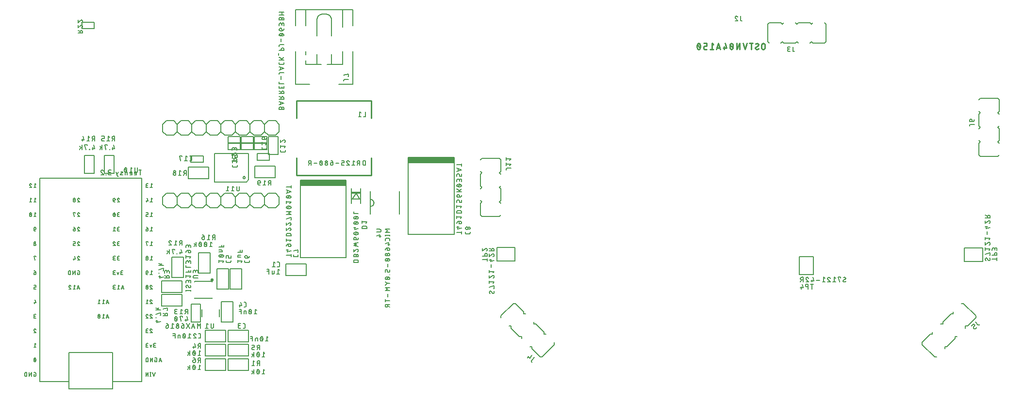
<source format=gbo>
G75*
%MOIN*%
%OFA0B0*%
%FSLAX25Y25*%
%IPPOS*%
%LPD*%
%AMOC8*
5,1,8,0,0,1.08239X$1,22.5*
%
%ADD10C,0.00500*%
%ADD11C,0.00800*%
%ADD12C,0.00600*%
%ADD13C,0.00700*%
%ADD14C,0.02227*%
%ADD15C,0.01000*%
%ADD16R,0.06299X0.01250*%
%ADD17R,0.31496X0.03937*%
%ADD18C,0.00900*%
D10*
X0664356Y0154118D02*
X0664356Y0162118D01*
X0678356Y0162118D01*
X0678356Y0154118D01*
X0664356Y0154118D01*
X0684641Y0155707D02*
X0691141Y0155707D01*
X0691141Y0143207D01*
X0684641Y0143207D01*
X0684641Y0155707D01*
X0692222Y0152016D02*
X0692222Y0146898D01*
X0704033Y0146898D02*
X0704033Y0152016D01*
X0705545Y0157244D02*
X0713545Y0157244D01*
X0713545Y0143244D01*
X0705545Y0143244D01*
X0705545Y0157244D01*
X0702395Y0166079D02*
X0710395Y0166079D01*
X0710395Y0180079D01*
X0702395Y0180079D01*
X0702395Y0166079D01*
X0711450Y0166079D02*
X0719450Y0166079D01*
X0719450Y0180079D01*
X0711450Y0180079D01*
X0711450Y0166079D01*
X0697797Y0177102D02*
X0689797Y0177102D01*
X0689797Y0191102D01*
X0697797Y0191102D01*
X0697797Y0177102D01*
X0679293Y0173953D02*
X0671293Y0173953D01*
X0671293Y0187953D01*
X0679293Y0187953D01*
X0679293Y0173953D01*
X0678356Y0171567D02*
X0664356Y0171567D01*
X0664356Y0163567D01*
X0678356Y0163567D01*
X0678356Y0171567D01*
X0749828Y0175339D02*
X0763828Y0175339D01*
X0763828Y0183339D01*
X0749828Y0183339D01*
X0749828Y0175339D01*
X0724025Y0137709D02*
X0710025Y0137709D01*
X0710025Y0129709D01*
X0724025Y0129709D01*
X0724025Y0137709D01*
X0708277Y0137709D02*
X0694277Y0137709D01*
X0694277Y0129709D01*
X0708277Y0129709D01*
X0708277Y0137709D01*
X0708277Y0127866D02*
X0694277Y0127866D01*
X0694277Y0119866D01*
X0708277Y0119866D01*
X0708277Y0127866D01*
X0710025Y0127866D02*
X0710025Y0119866D01*
X0724025Y0119866D01*
X0724025Y0127866D01*
X0710025Y0127866D01*
X0710025Y0118024D02*
X0710025Y0110024D01*
X0724025Y0110024D01*
X0724025Y0118024D01*
X0710025Y0118024D01*
X0708277Y0118024D02*
X0708277Y0110024D01*
X0694277Y0110024D01*
X0694277Y0118024D01*
X0708277Y0118024D01*
X0894584Y0185283D02*
X0894584Y0194732D01*
X0907183Y0194732D01*
X0907183Y0185283D01*
X0894584Y0185283D01*
X0742279Y0242528D02*
X0728279Y0242528D01*
X0728279Y0250528D01*
X0742279Y0250528D01*
X0742279Y0242528D01*
X0724206Y0241228D02*
X0722632Y0239654D01*
X0700584Y0239654D01*
X0700584Y0259339D01*
X0724206Y0259339D01*
X0724206Y0241228D01*
X0720270Y0242803D02*
X0720272Y0242859D01*
X0720278Y0242914D01*
X0720288Y0242968D01*
X0720301Y0243022D01*
X0720319Y0243075D01*
X0720340Y0243126D01*
X0720364Y0243176D01*
X0720392Y0243224D01*
X0720424Y0243270D01*
X0720458Y0243314D01*
X0720496Y0243355D01*
X0720536Y0243393D01*
X0720579Y0243428D01*
X0720624Y0243460D01*
X0720672Y0243489D01*
X0720721Y0243515D01*
X0720772Y0243537D01*
X0720824Y0243555D01*
X0720878Y0243569D01*
X0720933Y0243580D01*
X0720988Y0243587D01*
X0721043Y0243590D01*
X0721099Y0243589D01*
X0721154Y0243584D01*
X0721209Y0243575D01*
X0721263Y0243563D01*
X0721316Y0243546D01*
X0721368Y0243526D01*
X0721418Y0243502D01*
X0721466Y0243475D01*
X0721513Y0243445D01*
X0721557Y0243411D01*
X0721599Y0243374D01*
X0721637Y0243334D01*
X0721674Y0243292D01*
X0721707Y0243247D01*
X0721736Y0243201D01*
X0721763Y0243152D01*
X0721785Y0243101D01*
X0721805Y0243049D01*
X0721820Y0242995D01*
X0721832Y0242941D01*
X0721840Y0242886D01*
X0721844Y0242831D01*
X0721844Y0242775D01*
X0721840Y0242720D01*
X0721832Y0242665D01*
X0721820Y0242611D01*
X0721805Y0242557D01*
X0721785Y0242505D01*
X0721763Y0242454D01*
X0721736Y0242405D01*
X0721707Y0242359D01*
X0721674Y0242314D01*
X0721637Y0242272D01*
X0721599Y0242232D01*
X0721557Y0242195D01*
X0721513Y0242161D01*
X0721466Y0242131D01*
X0721418Y0242104D01*
X0721368Y0242080D01*
X0721316Y0242060D01*
X0721263Y0242043D01*
X0721209Y0242031D01*
X0721154Y0242022D01*
X0721099Y0242017D01*
X0721043Y0242016D01*
X0720988Y0242019D01*
X0720933Y0242026D01*
X0720878Y0242037D01*
X0720824Y0242051D01*
X0720772Y0242069D01*
X0720721Y0242091D01*
X0720672Y0242117D01*
X0720624Y0242146D01*
X0720579Y0242178D01*
X0720536Y0242213D01*
X0720496Y0242251D01*
X0720458Y0242292D01*
X0720424Y0242336D01*
X0720392Y0242382D01*
X0720364Y0242430D01*
X0720340Y0242480D01*
X0720319Y0242531D01*
X0720301Y0242584D01*
X0720288Y0242638D01*
X0720278Y0242692D01*
X0720272Y0242747D01*
X0720270Y0242803D01*
X0696758Y0242035D02*
X0696758Y0250035D01*
X0682758Y0250035D01*
X0682758Y0242035D01*
X0696758Y0242035D01*
X0692963Y0253241D02*
X0684563Y0253241D01*
X0684563Y0257641D01*
X0692963Y0257641D01*
X0692963Y0253241D01*
X0710069Y0261824D02*
X0710069Y0266224D01*
X0718469Y0266224D01*
X0718469Y0261824D01*
X0710069Y0261824D01*
X0710069Y0266548D02*
X0718469Y0266548D01*
X0718469Y0270948D01*
X0710069Y0270948D01*
X0710069Y0266548D01*
X0719124Y0266548D02*
X0719124Y0270948D01*
X0727524Y0270948D01*
X0727524Y0266548D01*
X0719124Y0266548D01*
X0719124Y0266224D02*
X0719124Y0261824D01*
X0727524Y0261824D01*
X0727524Y0266224D01*
X0719124Y0266224D01*
X0728180Y0266224D02*
X0728180Y0261824D01*
X0736580Y0261824D01*
X0736580Y0266224D01*
X0728180Y0266224D01*
X0728180Y0266548D02*
X0736580Y0266548D01*
X0736580Y0270948D01*
X0728180Y0270948D01*
X0728180Y0266548D01*
X0737791Y0271061D02*
X0737791Y0258561D01*
X0744291Y0258561D01*
X0744291Y0271061D01*
X0737791Y0271061D01*
X0738548Y0259137D02*
X0730148Y0259137D01*
X0730148Y0254737D01*
X0738548Y0254737D01*
X0738548Y0259137D01*
X0631693Y0258069D02*
X0631693Y0245569D01*
X0625193Y0245569D01*
X0625193Y0258069D01*
X0631693Y0258069D01*
X0617913Y0258069D02*
X0611413Y0258069D01*
X0611413Y0245569D01*
X0617913Y0245569D01*
X0617913Y0258069D01*
X0756395Y0306937D02*
X0756395Y0329622D01*
X0763285Y0329622D02*
X0763285Y0327138D01*
X0763285Y0323201D02*
X0763285Y0320717D01*
X0771159Y0320717D01*
X0771159Y0327606D01*
X0781002Y0327606D02*
X0781002Y0320717D01*
X0788876Y0320717D01*
X0788876Y0329606D01*
X0795765Y0329622D02*
X0795765Y0306937D01*
X0785923Y0306937D01*
X0766238Y0306937D02*
X0756395Y0306937D01*
X0771159Y0320717D02*
X0774112Y0320717D01*
X0778049Y0320717D02*
X0781002Y0320717D01*
X0781002Y0340402D02*
X0781002Y0351617D01*
X0781000Y0351733D01*
X0780994Y0351849D01*
X0780985Y0351965D01*
X0780972Y0352080D01*
X0780955Y0352195D01*
X0780934Y0352309D01*
X0780909Y0352423D01*
X0780881Y0352536D01*
X0780849Y0352647D01*
X0780814Y0352758D01*
X0780775Y0352867D01*
X0780732Y0352975D01*
X0780686Y0353082D01*
X0780636Y0353187D01*
X0780583Y0353290D01*
X0780527Y0353392D01*
X0780467Y0353491D01*
X0780404Y0353589D01*
X0780338Y0353684D01*
X0780269Y0353777D01*
X0780196Y0353868D01*
X0780121Y0353957D01*
X0780043Y0354043D01*
X0779963Y0354127D01*
X0779879Y0354207D01*
X0779793Y0354285D01*
X0779704Y0354360D01*
X0779613Y0354433D01*
X0779520Y0354502D01*
X0779425Y0354568D01*
X0779327Y0354631D01*
X0779228Y0354691D01*
X0779126Y0354747D01*
X0779023Y0354800D01*
X0778918Y0354850D01*
X0778811Y0354896D01*
X0778703Y0354939D01*
X0778594Y0354978D01*
X0778483Y0355013D01*
X0778372Y0355045D01*
X0778259Y0355073D01*
X0778145Y0355098D01*
X0778031Y0355119D01*
X0777916Y0355136D01*
X0777801Y0355149D01*
X0777685Y0355158D01*
X0777569Y0355164D01*
X0777453Y0355166D01*
X0777453Y0355165D02*
X0774708Y0355165D01*
X0774708Y0355166D02*
X0774592Y0355164D01*
X0774476Y0355158D01*
X0774360Y0355149D01*
X0774245Y0355136D01*
X0774130Y0355119D01*
X0774016Y0355098D01*
X0773902Y0355073D01*
X0773789Y0355045D01*
X0773678Y0355013D01*
X0773567Y0354978D01*
X0773458Y0354939D01*
X0773350Y0354896D01*
X0773243Y0354850D01*
X0773138Y0354800D01*
X0773035Y0354747D01*
X0772934Y0354691D01*
X0772834Y0354631D01*
X0772736Y0354568D01*
X0772641Y0354502D01*
X0772548Y0354433D01*
X0772457Y0354360D01*
X0772368Y0354285D01*
X0772282Y0354207D01*
X0772198Y0354127D01*
X0772118Y0354043D01*
X0772040Y0353957D01*
X0771965Y0353868D01*
X0771892Y0353777D01*
X0771823Y0353684D01*
X0771757Y0353589D01*
X0771694Y0353491D01*
X0771634Y0353392D01*
X0771578Y0353290D01*
X0771525Y0353187D01*
X0771475Y0353082D01*
X0771429Y0352975D01*
X0771386Y0352867D01*
X0771347Y0352758D01*
X0771312Y0352647D01*
X0771280Y0352536D01*
X0771252Y0352423D01*
X0771227Y0352309D01*
X0771206Y0352195D01*
X0771189Y0352080D01*
X0771176Y0351965D01*
X0771167Y0351849D01*
X0771161Y0351733D01*
X0771159Y0351617D01*
X0771159Y0340402D01*
X0763285Y0347370D02*
X0763285Y0358118D01*
X0756395Y0358118D01*
X0756395Y0347370D01*
X0763285Y0358118D02*
X0788876Y0358118D01*
X0795765Y0358118D01*
X0795785Y0358118D01*
X0795765Y0358118D02*
X0795765Y0347370D01*
X0788876Y0346386D02*
X0788876Y0358118D01*
X0618060Y0349566D02*
X0618060Y0345166D01*
X0609660Y0345166D01*
X0609660Y0349566D01*
X0618060Y0349566D01*
X1102458Y0188433D02*
X1102458Y0175835D01*
X1111907Y0175835D01*
X1111907Y0188433D01*
X1102458Y0188433D01*
X1215844Y0184890D02*
X1228443Y0184890D01*
X1228443Y0194339D01*
X1215844Y0194339D01*
X1215844Y0184890D01*
D11*
X0876295Y0204702D02*
X0876295Y0205413D01*
X0876294Y0204702D02*
X0876292Y0204649D01*
X0876286Y0204596D01*
X0876276Y0204544D01*
X0876262Y0204492D01*
X0876245Y0204442D01*
X0876224Y0204394D01*
X0876199Y0204346D01*
X0876170Y0204301D01*
X0876139Y0204259D01*
X0876104Y0204218D01*
X0876067Y0204181D01*
X0876026Y0204146D01*
X0875984Y0204115D01*
X0875938Y0204086D01*
X0875891Y0204061D01*
X0875843Y0204040D01*
X0875793Y0204023D01*
X0875741Y0204009D01*
X0875689Y0203999D01*
X0875636Y0203993D01*
X0875583Y0203991D01*
X0873806Y0203991D01*
X0873755Y0203993D01*
X0873705Y0203998D01*
X0873655Y0204007D01*
X0873606Y0204020D01*
X0873558Y0204036D01*
X0873511Y0204055D01*
X0873465Y0204078D01*
X0873422Y0204104D01*
X0873380Y0204133D01*
X0873340Y0204165D01*
X0873303Y0204199D01*
X0873269Y0204236D01*
X0873237Y0204276D01*
X0873208Y0204318D01*
X0873182Y0204361D01*
X0873159Y0204407D01*
X0873140Y0204454D01*
X0873124Y0204502D01*
X0873111Y0204551D01*
X0873102Y0204601D01*
X0873097Y0204651D01*
X0873095Y0204702D01*
X0873095Y0205413D01*
X0873983Y0207009D02*
X0873925Y0207011D01*
X0873867Y0207017D01*
X0873810Y0207026D01*
X0873753Y0207039D01*
X0873697Y0207056D01*
X0873643Y0207077D01*
X0873590Y0207101D01*
X0873539Y0207128D01*
X0873489Y0207159D01*
X0873442Y0207193D01*
X0873397Y0207230D01*
X0873354Y0207269D01*
X0873315Y0207312D01*
X0873278Y0207357D01*
X0873244Y0207404D01*
X0873213Y0207454D01*
X0873186Y0207505D01*
X0873162Y0207558D01*
X0873141Y0207612D01*
X0873124Y0207668D01*
X0873111Y0207725D01*
X0873102Y0207782D01*
X0873096Y0207840D01*
X0873094Y0207898D01*
X0873096Y0207956D01*
X0873102Y0208014D01*
X0873111Y0208071D01*
X0873124Y0208128D01*
X0873141Y0208184D01*
X0873162Y0208238D01*
X0873186Y0208291D01*
X0873213Y0208343D01*
X0873244Y0208392D01*
X0873278Y0208439D01*
X0873315Y0208484D01*
X0873354Y0208527D01*
X0873397Y0208566D01*
X0873442Y0208603D01*
X0873489Y0208637D01*
X0873539Y0208668D01*
X0873590Y0208695D01*
X0873643Y0208719D01*
X0873697Y0208740D01*
X0873753Y0208757D01*
X0873810Y0208770D01*
X0873867Y0208779D01*
X0873925Y0208785D01*
X0873983Y0208787D01*
X0874041Y0208785D01*
X0874099Y0208779D01*
X0874156Y0208770D01*
X0874213Y0208757D01*
X0874269Y0208740D01*
X0874323Y0208719D01*
X0874376Y0208695D01*
X0874428Y0208668D01*
X0874477Y0208637D01*
X0874524Y0208603D01*
X0874569Y0208566D01*
X0874612Y0208527D01*
X0874651Y0208484D01*
X0874688Y0208439D01*
X0874722Y0208392D01*
X0874753Y0208343D01*
X0874780Y0208291D01*
X0874804Y0208238D01*
X0874825Y0208184D01*
X0874842Y0208128D01*
X0874855Y0208071D01*
X0874864Y0208014D01*
X0874870Y0207956D01*
X0874872Y0207898D01*
X0874870Y0207840D01*
X0874864Y0207782D01*
X0874855Y0207725D01*
X0874842Y0207668D01*
X0874825Y0207612D01*
X0874804Y0207558D01*
X0874780Y0207505D01*
X0874753Y0207454D01*
X0874722Y0207404D01*
X0874688Y0207357D01*
X0874651Y0207312D01*
X0874612Y0207269D01*
X0874569Y0207230D01*
X0874524Y0207193D01*
X0874477Y0207159D01*
X0874428Y0207128D01*
X0874376Y0207101D01*
X0874323Y0207077D01*
X0874269Y0207056D01*
X0874213Y0207039D01*
X0874156Y0207026D01*
X0874099Y0207017D01*
X0874041Y0207011D01*
X0873983Y0207009D01*
X0875583Y0207187D02*
X0875531Y0207189D01*
X0875479Y0207195D01*
X0875428Y0207204D01*
X0875378Y0207217D01*
X0875329Y0207234D01*
X0875281Y0207254D01*
X0875235Y0207278D01*
X0875191Y0207305D01*
X0875148Y0207335D01*
X0875109Y0207368D01*
X0875071Y0207405D01*
X0875036Y0207443D01*
X0875005Y0207484D01*
X0874976Y0207528D01*
X0874951Y0207573D01*
X0874929Y0207620D01*
X0874910Y0207668D01*
X0874895Y0207718D01*
X0874884Y0207769D01*
X0874876Y0207820D01*
X0874872Y0207872D01*
X0874872Y0207924D01*
X0874876Y0207976D01*
X0874884Y0208027D01*
X0874895Y0208078D01*
X0874910Y0208128D01*
X0874929Y0208176D01*
X0874951Y0208223D01*
X0874976Y0208268D01*
X0875005Y0208312D01*
X0875036Y0208353D01*
X0875071Y0208391D01*
X0875109Y0208428D01*
X0875148Y0208461D01*
X0875191Y0208491D01*
X0875235Y0208518D01*
X0875281Y0208542D01*
X0875329Y0208562D01*
X0875378Y0208579D01*
X0875428Y0208592D01*
X0875479Y0208601D01*
X0875531Y0208607D01*
X0875583Y0208609D01*
X0875635Y0208607D01*
X0875687Y0208601D01*
X0875738Y0208592D01*
X0875788Y0208579D01*
X0875837Y0208562D01*
X0875885Y0208542D01*
X0875931Y0208518D01*
X0875975Y0208491D01*
X0876018Y0208461D01*
X0876057Y0208428D01*
X0876095Y0208391D01*
X0876130Y0208353D01*
X0876161Y0208312D01*
X0876190Y0208268D01*
X0876215Y0208223D01*
X0876237Y0208176D01*
X0876256Y0208128D01*
X0876271Y0208078D01*
X0876282Y0208027D01*
X0876290Y0207976D01*
X0876294Y0207924D01*
X0876294Y0207872D01*
X0876290Y0207820D01*
X0876282Y0207769D01*
X0876271Y0207718D01*
X0876256Y0207668D01*
X0876237Y0207620D01*
X0876215Y0207573D01*
X0876190Y0207528D01*
X0876161Y0207484D01*
X0876130Y0207443D01*
X0876095Y0207405D01*
X0876057Y0207368D01*
X0876018Y0207335D01*
X0875975Y0207305D01*
X0875931Y0207278D01*
X0875885Y0207254D01*
X0875837Y0207234D01*
X0875788Y0207217D01*
X0875738Y0207204D01*
X0875687Y0207195D01*
X0875635Y0207189D01*
X0875583Y0207187D01*
X0870389Y0208062D02*
X0867900Y0207351D01*
X0867900Y0209128D01*
X0868611Y0208595D02*
X0867189Y0208595D01*
X0867189Y0211306D02*
X0867191Y0211380D01*
X0867197Y0211455D01*
X0867207Y0211528D01*
X0867220Y0211602D01*
X0867237Y0211674D01*
X0867259Y0211745D01*
X0867283Y0211816D01*
X0867312Y0211884D01*
X0867344Y0211952D01*
X0867380Y0212017D01*
X0867418Y0212080D01*
X0867461Y0212142D01*
X0867506Y0212201D01*
X0867554Y0212258D01*
X0867605Y0212312D01*
X0867659Y0212363D01*
X0867716Y0212411D01*
X0867775Y0212456D01*
X0867837Y0212499D01*
X0867900Y0212537D01*
X0867965Y0212573D01*
X0868033Y0212605D01*
X0868101Y0212634D01*
X0868172Y0212658D01*
X0868243Y0212680D01*
X0868315Y0212697D01*
X0868389Y0212710D01*
X0868462Y0212720D01*
X0868537Y0212726D01*
X0868611Y0212728D01*
X0869500Y0212728D01*
X0869558Y0212726D01*
X0869616Y0212720D01*
X0869673Y0212711D01*
X0869730Y0212698D01*
X0869786Y0212681D01*
X0869840Y0212660D01*
X0869893Y0212636D01*
X0869945Y0212609D01*
X0869994Y0212578D01*
X0870041Y0212544D01*
X0870086Y0212507D01*
X0870129Y0212468D01*
X0870168Y0212425D01*
X0870205Y0212380D01*
X0870239Y0212333D01*
X0870270Y0212284D01*
X0870297Y0212232D01*
X0870321Y0212179D01*
X0870342Y0212125D01*
X0870359Y0212069D01*
X0870372Y0212012D01*
X0870381Y0211955D01*
X0870387Y0211897D01*
X0870389Y0211839D01*
X0870387Y0211781D01*
X0870381Y0211723D01*
X0870372Y0211666D01*
X0870359Y0211609D01*
X0870342Y0211553D01*
X0870321Y0211499D01*
X0870297Y0211446D01*
X0870270Y0211395D01*
X0870239Y0211345D01*
X0870205Y0211298D01*
X0870168Y0211253D01*
X0870129Y0211210D01*
X0870086Y0211171D01*
X0870041Y0211134D01*
X0869994Y0211100D01*
X0869945Y0211069D01*
X0869893Y0211042D01*
X0869840Y0211018D01*
X0869786Y0210997D01*
X0869730Y0210980D01*
X0869673Y0210967D01*
X0869616Y0210958D01*
X0869558Y0210952D01*
X0869500Y0210950D01*
X0869500Y0210951D02*
X0869322Y0210951D01*
X0869271Y0210953D01*
X0869221Y0210958D01*
X0869171Y0210967D01*
X0869122Y0210980D01*
X0869074Y0210996D01*
X0869027Y0211015D01*
X0868981Y0211038D01*
X0868938Y0211064D01*
X0868896Y0211093D01*
X0868856Y0211125D01*
X0868819Y0211159D01*
X0868785Y0211196D01*
X0868753Y0211236D01*
X0868724Y0211278D01*
X0868698Y0211321D01*
X0868675Y0211367D01*
X0868656Y0211414D01*
X0868640Y0211462D01*
X0868627Y0211511D01*
X0868618Y0211561D01*
X0868613Y0211611D01*
X0868611Y0211662D01*
X0868611Y0212728D01*
X0869678Y0214551D02*
X0870389Y0215439D01*
X0867189Y0215439D01*
X0867189Y0214551D02*
X0867189Y0216328D01*
X0867189Y0218271D02*
X0867189Y0219159D01*
X0867189Y0218271D02*
X0870389Y0218271D01*
X0870389Y0219159D01*
X0870387Y0219217D01*
X0870381Y0219275D01*
X0870372Y0219332D01*
X0870359Y0219389D01*
X0870342Y0219445D01*
X0870321Y0219499D01*
X0870297Y0219552D01*
X0870270Y0219604D01*
X0870239Y0219653D01*
X0870205Y0219700D01*
X0870168Y0219745D01*
X0870129Y0219788D01*
X0870086Y0219827D01*
X0870041Y0219864D01*
X0869994Y0219898D01*
X0869945Y0219929D01*
X0869893Y0219956D01*
X0869840Y0219980D01*
X0869786Y0220001D01*
X0869730Y0220018D01*
X0869673Y0220031D01*
X0869616Y0220040D01*
X0869558Y0220046D01*
X0869500Y0220048D01*
X0868078Y0220048D01*
X0868020Y0220046D01*
X0867962Y0220040D01*
X0867905Y0220031D01*
X0867848Y0220018D01*
X0867792Y0220001D01*
X0867738Y0219980D01*
X0867685Y0219956D01*
X0867634Y0219929D01*
X0867584Y0219898D01*
X0867537Y0219864D01*
X0867492Y0219827D01*
X0867449Y0219788D01*
X0867410Y0219745D01*
X0867373Y0219700D01*
X0867339Y0219653D01*
X0867308Y0219604D01*
X0867281Y0219552D01*
X0867257Y0219499D01*
X0867236Y0219445D01*
X0867219Y0219389D01*
X0867206Y0219332D01*
X0867197Y0219275D01*
X0867191Y0219217D01*
X0867189Y0219159D01*
X0867189Y0221991D02*
X0867189Y0223768D01*
X0867189Y0222879D02*
X0870389Y0222879D01*
X0869678Y0221991D01*
X0870389Y0225590D02*
X0870389Y0227368D01*
X0868967Y0226657D02*
X0868967Y0225590D01*
X0870389Y0225590D01*
X0868967Y0226657D02*
X0868965Y0226708D01*
X0868960Y0226758D01*
X0868951Y0226808D01*
X0868938Y0226857D01*
X0868922Y0226905D01*
X0868903Y0226952D01*
X0868880Y0226998D01*
X0868854Y0227041D01*
X0868825Y0227083D01*
X0868793Y0227123D01*
X0868759Y0227160D01*
X0868722Y0227194D01*
X0868682Y0227226D01*
X0868640Y0227255D01*
X0868597Y0227281D01*
X0868551Y0227304D01*
X0868504Y0227323D01*
X0868456Y0227339D01*
X0868407Y0227352D01*
X0868357Y0227361D01*
X0868307Y0227366D01*
X0868256Y0227368D01*
X0867900Y0227368D01*
X0867849Y0227366D01*
X0867799Y0227361D01*
X0867749Y0227352D01*
X0867700Y0227339D01*
X0867652Y0227323D01*
X0867605Y0227304D01*
X0867559Y0227281D01*
X0867516Y0227255D01*
X0867474Y0227226D01*
X0867434Y0227194D01*
X0867397Y0227160D01*
X0867363Y0227123D01*
X0867331Y0227083D01*
X0867302Y0227041D01*
X0867276Y0226998D01*
X0867253Y0226952D01*
X0867234Y0226905D01*
X0867218Y0226857D01*
X0867205Y0226808D01*
X0867196Y0226758D01*
X0867191Y0226708D01*
X0867189Y0226657D01*
X0867189Y0225590D01*
X0868078Y0229190D02*
X0868967Y0229190D01*
X0868967Y0230257D01*
X0868967Y0229191D02*
X0869041Y0229193D01*
X0869116Y0229199D01*
X0869189Y0229209D01*
X0869263Y0229222D01*
X0869335Y0229239D01*
X0869406Y0229261D01*
X0869477Y0229285D01*
X0869545Y0229314D01*
X0869613Y0229346D01*
X0869678Y0229382D01*
X0869741Y0229420D01*
X0869803Y0229463D01*
X0869862Y0229508D01*
X0869918Y0229556D01*
X0869973Y0229607D01*
X0870024Y0229661D01*
X0870072Y0229718D01*
X0870117Y0229777D01*
X0870160Y0229839D01*
X0870198Y0229902D01*
X0870234Y0229967D01*
X0870266Y0230035D01*
X0870295Y0230103D01*
X0870319Y0230174D01*
X0870341Y0230245D01*
X0870358Y0230317D01*
X0870371Y0230391D01*
X0870381Y0230464D01*
X0870387Y0230539D01*
X0870389Y0230613D01*
X0868256Y0230968D02*
X0868078Y0230968D01*
X0868256Y0230968D02*
X0868307Y0230966D01*
X0868357Y0230961D01*
X0868407Y0230952D01*
X0868456Y0230939D01*
X0868504Y0230923D01*
X0868551Y0230904D01*
X0868597Y0230881D01*
X0868640Y0230855D01*
X0868682Y0230826D01*
X0868722Y0230794D01*
X0868759Y0230760D01*
X0868793Y0230723D01*
X0868825Y0230683D01*
X0868854Y0230641D01*
X0868880Y0230598D01*
X0868903Y0230552D01*
X0868922Y0230505D01*
X0868938Y0230457D01*
X0868951Y0230408D01*
X0868960Y0230358D01*
X0868965Y0230308D01*
X0868967Y0230257D01*
X0868078Y0230968D02*
X0868020Y0230966D01*
X0867962Y0230960D01*
X0867905Y0230951D01*
X0867848Y0230938D01*
X0867792Y0230921D01*
X0867738Y0230900D01*
X0867685Y0230876D01*
X0867634Y0230849D01*
X0867584Y0230818D01*
X0867537Y0230784D01*
X0867492Y0230747D01*
X0867449Y0230708D01*
X0867410Y0230665D01*
X0867373Y0230620D01*
X0867339Y0230573D01*
X0867308Y0230524D01*
X0867281Y0230472D01*
X0867257Y0230419D01*
X0867236Y0230365D01*
X0867219Y0230309D01*
X0867206Y0230252D01*
X0867197Y0230195D01*
X0867191Y0230137D01*
X0867189Y0230079D01*
X0867191Y0230021D01*
X0867197Y0229963D01*
X0867206Y0229906D01*
X0867219Y0229849D01*
X0867236Y0229793D01*
X0867257Y0229739D01*
X0867281Y0229686D01*
X0867308Y0229635D01*
X0867339Y0229585D01*
X0867373Y0229538D01*
X0867410Y0229493D01*
X0867449Y0229450D01*
X0867492Y0229411D01*
X0867537Y0229374D01*
X0867584Y0229340D01*
X0867634Y0229309D01*
X0867685Y0229282D01*
X0867738Y0229258D01*
X0867792Y0229237D01*
X0867848Y0229220D01*
X0867905Y0229207D01*
X0867962Y0229198D01*
X0868020Y0229192D01*
X0868078Y0229190D01*
X0868433Y0233004D02*
X0870389Y0234782D01*
X0869145Y0233715D02*
X0867189Y0234782D01*
X0867633Y0237901D02*
X0867724Y0237943D01*
X0867816Y0237982D01*
X0867909Y0238017D01*
X0868004Y0238048D01*
X0868099Y0238076D01*
X0868196Y0238100D01*
X0868294Y0238121D01*
X0868392Y0238138D01*
X0868491Y0238151D01*
X0868590Y0238160D01*
X0868689Y0238166D01*
X0868789Y0238168D01*
X0868789Y0236391D02*
X0868889Y0236393D01*
X0868988Y0236399D01*
X0869087Y0236408D01*
X0869186Y0236421D01*
X0869284Y0236438D01*
X0869382Y0236459D01*
X0869479Y0236483D01*
X0869574Y0236511D01*
X0869669Y0236542D01*
X0869762Y0236577D01*
X0869854Y0236616D01*
X0869945Y0236658D01*
X0869944Y0236657D02*
X0869992Y0236675D01*
X0870038Y0236697D01*
X0870082Y0236723D01*
X0870124Y0236751D01*
X0870164Y0236783D01*
X0870201Y0236818D01*
X0870235Y0236856D01*
X0870266Y0236897D01*
X0870294Y0236939D01*
X0870319Y0236984D01*
X0870340Y0237030D01*
X0870358Y0237078D01*
X0870371Y0237127D01*
X0870381Y0237177D01*
X0870387Y0237228D01*
X0870389Y0237279D01*
X0870387Y0237330D01*
X0870381Y0237381D01*
X0870371Y0237431D01*
X0870358Y0237480D01*
X0870340Y0237528D01*
X0870319Y0237574D01*
X0870294Y0237619D01*
X0870266Y0237661D01*
X0870235Y0237702D01*
X0870201Y0237740D01*
X0870164Y0237775D01*
X0870124Y0237807D01*
X0870082Y0237835D01*
X0870038Y0237861D01*
X0869992Y0237883D01*
X0869944Y0237901D01*
X0869678Y0237990D02*
X0867900Y0236568D01*
X0867189Y0237279D02*
X0867191Y0237330D01*
X0867197Y0237381D01*
X0867207Y0237431D01*
X0867220Y0237480D01*
X0867238Y0237528D01*
X0867259Y0237574D01*
X0867284Y0237619D01*
X0867312Y0237661D01*
X0867343Y0237702D01*
X0867377Y0237740D01*
X0867414Y0237775D01*
X0867454Y0237807D01*
X0867496Y0237835D01*
X0867540Y0237861D01*
X0867586Y0237883D01*
X0867634Y0237901D01*
X0867189Y0237279D02*
X0867191Y0237228D01*
X0867197Y0237177D01*
X0867207Y0237127D01*
X0867220Y0237078D01*
X0867238Y0237030D01*
X0867259Y0236984D01*
X0867284Y0236939D01*
X0867312Y0236897D01*
X0867343Y0236856D01*
X0867377Y0236818D01*
X0867414Y0236783D01*
X0867454Y0236751D01*
X0867496Y0236723D01*
X0867540Y0236697D01*
X0867586Y0236675D01*
X0867634Y0236657D01*
X0868789Y0238168D02*
X0868889Y0238166D01*
X0868988Y0238160D01*
X0869087Y0238151D01*
X0869186Y0238138D01*
X0869284Y0238121D01*
X0869382Y0238100D01*
X0869479Y0238076D01*
X0869574Y0238048D01*
X0869669Y0238017D01*
X0869762Y0237982D01*
X0869854Y0237943D01*
X0869945Y0237901D01*
X0868789Y0236391D02*
X0868689Y0236393D01*
X0868590Y0236399D01*
X0868491Y0236408D01*
X0868392Y0236421D01*
X0868294Y0236438D01*
X0868196Y0236459D01*
X0868099Y0236483D01*
X0868004Y0236511D01*
X0867909Y0236542D01*
X0867816Y0236577D01*
X0867724Y0236616D01*
X0867633Y0236658D01*
X0867189Y0239990D02*
X0867189Y0240879D01*
X0867191Y0240937D01*
X0867197Y0240995D01*
X0867206Y0241052D01*
X0867219Y0241109D01*
X0867236Y0241165D01*
X0867257Y0241219D01*
X0867281Y0241272D01*
X0867308Y0241324D01*
X0867339Y0241373D01*
X0867373Y0241420D01*
X0867410Y0241465D01*
X0867449Y0241508D01*
X0867492Y0241547D01*
X0867537Y0241584D01*
X0867584Y0241618D01*
X0867634Y0241649D01*
X0867685Y0241676D01*
X0867738Y0241700D01*
X0867792Y0241721D01*
X0867848Y0241738D01*
X0867905Y0241751D01*
X0867962Y0241760D01*
X0868020Y0241766D01*
X0868078Y0241768D01*
X0868136Y0241766D01*
X0868194Y0241760D01*
X0868251Y0241751D01*
X0868308Y0241738D01*
X0868364Y0241721D01*
X0868418Y0241700D01*
X0868471Y0241676D01*
X0868523Y0241649D01*
X0868572Y0241618D01*
X0868619Y0241584D01*
X0868664Y0241547D01*
X0868707Y0241508D01*
X0868746Y0241465D01*
X0868783Y0241420D01*
X0868817Y0241373D01*
X0868848Y0241324D01*
X0868875Y0241272D01*
X0868899Y0241219D01*
X0868920Y0241165D01*
X0868937Y0241109D01*
X0868950Y0241052D01*
X0868959Y0240995D01*
X0868965Y0240937D01*
X0868967Y0240879D01*
X0868967Y0241057D02*
X0868967Y0240346D01*
X0868967Y0241057D02*
X0868969Y0241109D01*
X0868975Y0241161D01*
X0868984Y0241212D01*
X0868997Y0241262D01*
X0869014Y0241311D01*
X0869034Y0241359D01*
X0869058Y0241405D01*
X0869085Y0241449D01*
X0869115Y0241492D01*
X0869148Y0241531D01*
X0869185Y0241569D01*
X0869223Y0241604D01*
X0869264Y0241635D01*
X0869308Y0241664D01*
X0869353Y0241689D01*
X0869400Y0241711D01*
X0869448Y0241730D01*
X0869498Y0241745D01*
X0869549Y0241756D01*
X0869600Y0241764D01*
X0869652Y0241768D01*
X0869704Y0241768D01*
X0869756Y0241764D01*
X0869807Y0241756D01*
X0869858Y0241745D01*
X0869908Y0241730D01*
X0869956Y0241711D01*
X0870003Y0241689D01*
X0870048Y0241664D01*
X0870092Y0241635D01*
X0870133Y0241604D01*
X0870171Y0241569D01*
X0870208Y0241531D01*
X0870241Y0241492D01*
X0870271Y0241449D01*
X0870298Y0241405D01*
X0870322Y0241359D01*
X0870342Y0241311D01*
X0870359Y0241262D01*
X0870372Y0241212D01*
X0870381Y0241161D01*
X0870387Y0241109D01*
X0870389Y0241057D01*
X0870389Y0239990D01*
X0870389Y0243590D02*
X0870389Y0245368D01*
X0868967Y0244657D02*
X0868967Y0243590D01*
X0870389Y0243590D01*
X0868967Y0244657D02*
X0868965Y0244708D01*
X0868960Y0244758D01*
X0868951Y0244808D01*
X0868938Y0244857D01*
X0868922Y0244905D01*
X0868903Y0244952D01*
X0868880Y0244998D01*
X0868854Y0245041D01*
X0868825Y0245083D01*
X0868793Y0245123D01*
X0868759Y0245160D01*
X0868722Y0245194D01*
X0868682Y0245226D01*
X0868640Y0245255D01*
X0868597Y0245281D01*
X0868551Y0245304D01*
X0868504Y0245323D01*
X0868456Y0245339D01*
X0868407Y0245352D01*
X0868357Y0245361D01*
X0868307Y0245366D01*
X0868256Y0245368D01*
X0867900Y0245368D01*
X0867849Y0245366D01*
X0867799Y0245361D01*
X0867749Y0245352D01*
X0867700Y0245339D01*
X0867652Y0245323D01*
X0867605Y0245304D01*
X0867559Y0245281D01*
X0867516Y0245255D01*
X0867474Y0245226D01*
X0867434Y0245194D01*
X0867397Y0245160D01*
X0867363Y0245123D01*
X0867331Y0245083D01*
X0867302Y0245041D01*
X0867276Y0244998D01*
X0867253Y0244952D01*
X0867234Y0244905D01*
X0867218Y0244857D01*
X0867205Y0244808D01*
X0867196Y0244758D01*
X0867191Y0244708D01*
X0867189Y0244657D01*
X0867189Y0243590D01*
X0867189Y0247013D02*
X0870389Y0248079D01*
X0867189Y0249146D01*
X0867989Y0248879D02*
X0867989Y0247279D01*
X0870389Y0250550D02*
X0870389Y0252328D01*
X0870389Y0251439D02*
X0867189Y0251439D01*
X0867189Y0233004D02*
X0870389Y0233004D01*
X0804381Y0251235D02*
X0803492Y0251235D01*
X0803434Y0251237D01*
X0803376Y0251243D01*
X0803319Y0251252D01*
X0803262Y0251265D01*
X0803206Y0251282D01*
X0803152Y0251303D01*
X0803099Y0251327D01*
X0803048Y0251354D01*
X0802998Y0251385D01*
X0802951Y0251419D01*
X0802906Y0251456D01*
X0802863Y0251495D01*
X0802824Y0251538D01*
X0802787Y0251583D01*
X0802753Y0251630D01*
X0802722Y0251679D01*
X0802695Y0251731D01*
X0802671Y0251784D01*
X0802650Y0251838D01*
X0802633Y0251894D01*
X0802620Y0251951D01*
X0802611Y0252008D01*
X0802605Y0252066D01*
X0802603Y0252124D01*
X0802603Y0253546D01*
X0802605Y0253604D01*
X0802611Y0253662D01*
X0802620Y0253719D01*
X0802633Y0253776D01*
X0802650Y0253832D01*
X0802671Y0253886D01*
X0802695Y0253939D01*
X0802722Y0253991D01*
X0802753Y0254040D01*
X0802787Y0254087D01*
X0802824Y0254132D01*
X0802863Y0254175D01*
X0802906Y0254214D01*
X0802951Y0254251D01*
X0802998Y0254285D01*
X0803048Y0254316D01*
X0803099Y0254343D01*
X0803152Y0254367D01*
X0803206Y0254388D01*
X0803262Y0254405D01*
X0803319Y0254418D01*
X0803376Y0254427D01*
X0803434Y0254433D01*
X0803492Y0254435D01*
X0804381Y0254435D01*
X0804381Y0251235D01*
X0800501Y0251235D02*
X0800501Y0254435D01*
X0799612Y0254435D01*
X0799554Y0254433D01*
X0799496Y0254427D01*
X0799439Y0254418D01*
X0799382Y0254405D01*
X0799326Y0254388D01*
X0799272Y0254367D01*
X0799219Y0254343D01*
X0799168Y0254316D01*
X0799118Y0254285D01*
X0799071Y0254251D01*
X0799026Y0254214D01*
X0798983Y0254175D01*
X0798944Y0254132D01*
X0798907Y0254087D01*
X0798873Y0254040D01*
X0798842Y0253991D01*
X0798815Y0253939D01*
X0798791Y0253886D01*
X0798770Y0253832D01*
X0798753Y0253776D01*
X0798740Y0253719D01*
X0798731Y0253662D01*
X0798725Y0253604D01*
X0798723Y0253546D01*
X0798725Y0253488D01*
X0798731Y0253430D01*
X0798740Y0253373D01*
X0798753Y0253316D01*
X0798770Y0253260D01*
X0798791Y0253206D01*
X0798815Y0253153D01*
X0798842Y0253102D01*
X0798873Y0253052D01*
X0798907Y0253005D01*
X0798944Y0252960D01*
X0798983Y0252917D01*
X0799026Y0252878D01*
X0799071Y0252841D01*
X0799118Y0252807D01*
X0799168Y0252776D01*
X0799219Y0252749D01*
X0799272Y0252725D01*
X0799326Y0252704D01*
X0799382Y0252687D01*
X0799439Y0252674D01*
X0799496Y0252665D01*
X0799554Y0252659D01*
X0799612Y0252657D01*
X0800501Y0252657D01*
X0799434Y0252657D02*
X0798723Y0251235D01*
X0796941Y0251235D02*
X0795163Y0251235D01*
X0796052Y0251235D02*
X0796052Y0254435D01*
X0796941Y0253724D01*
X0793341Y0251235D02*
X0791563Y0251235D01*
X0793341Y0251235D02*
X0791830Y0253012D01*
X0792363Y0254435D02*
X0792425Y0254433D01*
X0792486Y0254428D01*
X0792547Y0254418D01*
X0792607Y0254406D01*
X0792666Y0254389D01*
X0792724Y0254369D01*
X0792781Y0254346D01*
X0792837Y0254319D01*
X0792891Y0254289D01*
X0792942Y0254256D01*
X0792992Y0254220D01*
X0793040Y0254181D01*
X0793085Y0254139D01*
X0793127Y0254094D01*
X0793167Y0254047D01*
X0793204Y0253998D01*
X0793238Y0253947D01*
X0793269Y0253893D01*
X0793296Y0253838D01*
X0793320Y0253782D01*
X0793341Y0253724D01*
X0791831Y0253013D02*
X0791790Y0253054D01*
X0791752Y0253098D01*
X0791718Y0253145D01*
X0791686Y0253193D01*
X0791658Y0253244D01*
X0791633Y0253297D01*
X0791612Y0253351D01*
X0791595Y0253406D01*
X0791582Y0253462D01*
X0791572Y0253519D01*
X0791566Y0253577D01*
X0791564Y0253635D01*
X0791563Y0253635D02*
X0791565Y0253690D01*
X0791570Y0253744D01*
X0791580Y0253798D01*
X0791593Y0253851D01*
X0791609Y0253903D01*
X0791629Y0253954D01*
X0791653Y0254003D01*
X0791679Y0254051D01*
X0791709Y0254096D01*
X0791742Y0254140D01*
X0791778Y0254181D01*
X0791817Y0254220D01*
X0791858Y0254256D01*
X0791902Y0254289D01*
X0791947Y0254319D01*
X0791995Y0254345D01*
X0792044Y0254369D01*
X0792095Y0254389D01*
X0792147Y0254405D01*
X0792200Y0254418D01*
X0792254Y0254428D01*
X0792308Y0254433D01*
X0792363Y0254435D01*
X0789741Y0254435D02*
X0787963Y0254435D01*
X0788675Y0253012D02*
X0789741Y0253012D01*
X0789741Y0254435D01*
X0788675Y0253012D02*
X0788624Y0253010D01*
X0788574Y0253005D01*
X0788524Y0252996D01*
X0788475Y0252983D01*
X0788427Y0252967D01*
X0788380Y0252948D01*
X0788334Y0252925D01*
X0788291Y0252899D01*
X0788249Y0252870D01*
X0788209Y0252838D01*
X0788172Y0252804D01*
X0788138Y0252767D01*
X0788106Y0252727D01*
X0788077Y0252685D01*
X0788051Y0252642D01*
X0788028Y0252596D01*
X0788009Y0252549D01*
X0787993Y0252501D01*
X0787980Y0252452D01*
X0787971Y0252402D01*
X0787966Y0252352D01*
X0787964Y0252301D01*
X0787963Y0252301D02*
X0787963Y0251946D01*
X0787964Y0251946D02*
X0787966Y0251895D01*
X0787971Y0251845D01*
X0787980Y0251795D01*
X0787993Y0251746D01*
X0788009Y0251698D01*
X0788028Y0251651D01*
X0788051Y0251605D01*
X0788077Y0251562D01*
X0788106Y0251520D01*
X0788138Y0251480D01*
X0788172Y0251443D01*
X0788209Y0251409D01*
X0788249Y0251377D01*
X0788291Y0251348D01*
X0788334Y0251322D01*
X0788380Y0251299D01*
X0788427Y0251280D01*
X0788475Y0251264D01*
X0788524Y0251251D01*
X0788574Y0251242D01*
X0788624Y0251237D01*
X0788675Y0251235D01*
X0789741Y0251235D01*
X0786079Y0252479D02*
X0783946Y0252479D01*
X0782061Y0252124D02*
X0782061Y0253012D01*
X0780995Y0253012D01*
X0782061Y0253012D02*
X0782059Y0253086D01*
X0782053Y0253161D01*
X0782043Y0253234D01*
X0782030Y0253308D01*
X0782013Y0253380D01*
X0781991Y0253451D01*
X0781967Y0253522D01*
X0781938Y0253590D01*
X0781906Y0253658D01*
X0781870Y0253723D01*
X0781832Y0253786D01*
X0781789Y0253848D01*
X0781744Y0253907D01*
X0781696Y0253964D01*
X0781645Y0254018D01*
X0781591Y0254069D01*
X0781534Y0254117D01*
X0781475Y0254162D01*
X0781413Y0254205D01*
X0781350Y0254243D01*
X0781285Y0254279D01*
X0781217Y0254311D01*
X0781149Y0254340D01*
X0781078Y0254364D01*
X0781007Y0254386D01*
X0780935Y0254403D01*
X0780861Y0254416D01*
X0780788Y0254426D01*
X0780713Y0254432D01*
X0780639Y0254434D01*
X0780283Y0252301D02*
X0780283Y0252124D01*
X0780284Y0252301D02*
X0780286Y0252354D01*
X0780292Y0252407D01*
X0780302Y0252459D01*
X0780316Y0252511D01*
X0780333Y0252561D01*
X0780354Y0252609D01*
X0780379Y0252657D01*
X0780408Y0252702D01*
X0780439Y0252744D01*
X0780474Y0252785D01*
X0780511Y0252822D01*
X0780552Y0252857D01*
X0780594Y0252888D01*
X0780640Y0252917D01*
X0780687Y0252942D01*
X0780735Y0252963D01*
X0780785Y0252980D01*
X0780837Y0252994D01*
X0780889Y0253004D01*
X0780942Y0253010D01*
X0780995Y0253012D01*
X0780283Y0252124D02*
X0780285Y0252066D01*
X0780291Y0252008D01*
X0780300Y0251951D01*
X0780313Y0251894D01*
X0780330Y0251838D01*
X0780351Y0251784D01*
X0780375Y0251731D01*
X0780402Y0251680D01*
X0780433Y0251630D01*
X0780467Y0251583D01*
X0780504Y0251538D01*
X0780543Y0251495D01*
X0780586Y0251456D01*
X0780631Y0251419D01*
X0780678Y0251385D01*
X0780728Y0251354D01*
X0780779Y0251327D01*
X0780832Y0251303D01*
X0780886Y0251282D01*
X0780942Y0251265D01*
X0780999Y0251252D01*
X0781056Y0251243D01*
X0781114Y0251237D01*
X0781172Y0251235D01*
X0781230Y0251237D01*
X0781288Y0251243D01*
X0781345Y0251252D01*
X0781402Y0251265D01*
X0781458Y0251282D01*
X0781512Y0251303D01*
X0781565Y0251327D01*
X0781617Y0251354D01*
X0781666Y0251385D01*
X0781713Y0251419D01*
X0781758Y0251456D01*
X0781801Y0251495D01*
X0781840Y0251538D01*
X0781877Y0251583D01*
X0781911Y0251630D01*
X0781942Y0251680D01*
X0781969Y0251731D01*
X0781993Y0251784D01*
X0782014Y0251838D01*
X0782031Y0251894D01*
X0782044Y0251951D01*
X0782053Y0252008D01*
X0782059Y0252066D01*
X0782061Y0252124D01*
X0778461Y0252124D02*
X0778459Y0252066D01*
X0778453Y0252008D01*
X0778444Y0251951D01*
X0778431Y0251894D01*
X0778414Y0251838D01*
X0778393Y0251784D01*
X0778369Y0251731D01*
X0778342Y0251680D01*
X0778311Y0251630D01*
X0778277Y0251583D01*
X0778240Y0251538D01*
X0778201Y0251495D01*
X0778158Y0251456D01*
X0778113Y0251419D01*
X0778066Y0251385D01*
X0778017Y0251354D01*
X0777965Y0251327D01*
X0777912Y0251303D01*
X0777858Y0251282D01*
X0777802Y0251265D01*
X0777745Y0251252D01*
X0777688Y0251243D01*
X0777630Y0251237D01*
X0777572Y0251235D01*
X0777514Y0251237D01*
X0777456Y0251243D01*
X0777399Y0251252D01*
X0777342Y0251265D01*
X0777286Y0251282D01*
X0777232Y0251303D01*
X0777179Y0251327D01*
X0777128Y0251354D01*
X0777078Y0251385D01*
X0777031Y0251419D01*
X0776986Y0251456D01*
X0776943Y0251495D01*
X0776904Y0251538D01*
X0776867Y0251583D01*
X0776833Y0251630D01*
X0776802Y0251680D01*
X0776775Y0251731D01*
X0776751Y0251784D01*
X0776730Y0251838D01*
X0776713Y0251894D01*
X0776700Y0251951D01*
X0776691Y0252008D01*
X0776685Y0252066D01*
X0776683Y0252124D01*
X0776685Y0252182D01*
X0776691Y0252240D01*
X0776700Y0252297D01*
X0776713Y0252354D01*
X0776730Y0252410D01*
X0776751Y0252464D01*
X0776775Y0252517D01*
X0776802Y0252569D01*
X0776833Y0252618D01*
X0776867Y0252665D01*
X0776904Y0252710D01*
X0776943Y0252753D01*
X0776986Y0252792D01*
X0777031Y0252829D01*
X0777078Y0252863D01*
X0777128Y0252894D01*
X0777179Y0252921D01*
X0777232Y0252945D01*
X0777286Y0252966D01*
X0777342Y0252983D01*
X0777399Y0252996D01*
X0777456Y0253005D01*
X0777514Y0253011D01*
X0777572Y0253013D01*
X0777630Y0253011D01*
X0777688Y0253005D01*
X0777745Y0252996D01*
X0777802Y0252983D01*
X0777858Y0252966D01*
X0777912Y0252945D01*
X0777965Y0252921D01*
X0778017Y0252894D01*
X0778066Y0252863D01*
X0778113Y0252829D01*
X0778158Y0252792D01*
X0778201Y0252753D01*
X0778240Y0252710D01*
X0778277Y0252665D01*
X0778311Y0252618D01*
X0778342Y0252569D01*
X0778369Y0252517D01*
X0778393Y0252464D01*
X0778414Y0252410D01*
X0778431Y0252354D01*
X0778444Y0252297D01*
X0778453Y0252240D01*
X0778459Y0252182D01*
X0778461Y0252124D01*
X0778283Y0253724D02*
X0778281Y0253672D01*
X0778275Y0253620D01*
X0778266Y0253569D01*
X0778253Y0253519D01*
X0778236Y0253470D01*
X0778216Y0253422D01*
X0778192Y0253376D01*
X0778165Y0253332D01*
X0778135Y0253289D01*
X0778102Y0253250D01*
X0778065Y0253212D01*
X0778027Y0253177D01*
X0777986Y0253146D01*
X0777942Y0253117D01*
X0777897Y0253092D01*
X0777850Y0253070D01*
X0777802Y0253051D01*
X0777752Y0253036D01*
X0777701Y0253025D01*
X0777650Y0253017D01*
X0777598Y0253013D01*
X0777546Y0253013D01*
X0777494Y0253017D01*
X0777443Y0253025D01*
X0777392Y0253036D01*
X0777342Y0253051D01*
X0777294Y0253070D01*
X0777247Y0253092D01*
X0777202Y0253117D01*
X0777158Y0253146D01*
X0777117Y0253177D01*
X0777079Y0253212D01*
X0777042Y0253250D01*
X0777009Y0253289D01*
X0776979Y0253332D01*
X0776952Y0253376D01*
X0776928Y0253422D01*
X0776908Y0253470D01*
X0776891Y0253519D01*
X0776878Y0253569D01*
X0776869Y0253620D01*
X0776863Y0253672D01*
X0776861Y0253724D01*
X0776863Y0253776D01*
X0776869Y0253828D01*
X0776878Y0253879D01*
X0776891Y0253929D01*
X0776908Y0253978D01*
X0776928Y0254026D01*
X0776952Y0254072D01*
X0776979Y0254116D01*
X0777009Y0254159D01*
X0777042Y0254198D01*
X0777079Y0254236D01*
X0777117Y0254271D01*
X0777158Y0254302D01*
X0777202Y0254331D01*
X0777247Y0254356D01*
X0777294Y0254378D01*
X0777342Y0254397D01*
X0777392Y0254412D01*
X0777443Y0254423D01*
X0777494Y0254431D01*
X0777546Y0254435D01*
X0777598Y0254435D01*
X0777650Y0254431D01*
X0777701Y0254423D01*
X0777752Y0254412D01*
X0777802Y0254397D01*
X0777850Y0254378D01*
X0777897Y0254356D01*
X0777942Y0254331D01*
X0777986Y0254302D01*
X0778027Y0254271D01*
X0778065Y0254236D01*
X0778102Y0254198D01*
X0778135Y0254159D01*
X0778165Y0254116D01*
X0778192Y0254072D01*
X0778216Y0254026D01*
X0778236Y0253978D01*
X0778253Y0253929D01*
X0778266Y0253879D01*
X0778275Y0253828D01*
X0778281Y0253776D01*
X0778283Y0253724D01*
X0773084Y0252835D02*
X0773086Y0252735D01*
X0773092Y0252636D01*
X0773101Y0252537D01*
X0773114Y0252438D01*
X0773131Y0252340D01*
X0773152Y0252242D01*
X0773176Y0252145D01*
X0773204Y0252050D01*
X0773235Y0251955D01*
X0773270Y0251862D01*
X0773309Y0251770D01*
X0773351Y0251679D01*
X0773350Y0251679D02*
X0773368Y0251631D01*
X0773390Y0251585D01*
X0773416Y0251541D01*
X0773444Y0251499D01*
X0773476Y0251459D01*
X0773511Y0251422D01*
X0773549Y0251388D01*
X0773590Y0251357D01*
X0773632Y0251329D01*
X0773677Y0251304D01*
X0773723Y0251283D01*
X0773771Y0251265D01*
X0773820Y0251252D01*
X0773870Y0251242D01*
X0773921Y0251236D01*
X0773972Y0251234D01*
X0774023Y0251236D01*
X0774074Y0251242D01*
X0774124Y0251252D01*
X0774173Y0251265D01*
X0774221Y0251283D01*
X0774267Y0251304D01*
X0774312Y0251329D01*
X0774354Y0251357D01*
X0774395Y0251388D01*
X0774433Y0251422D01*
X0774468Y0251459D01*
X0774500Y0251499D01*
X0774528Y0251541D01*
X0774554Y0251585D01*
X0774576Y0251631D01*
X0774594Y0251679D01*
X0774683Y0251946D02*
X0773261Y0253724D01*
X0773350Y0253990D02*
X0773368Y0254038D01*
X0773390Y0254084D01*
X0773416Y0254128D01*
X0773444Y0254170D01*
X0773476Y0254210D01*
X0773511Y0254247D01*
X0773549Y0254281D01*
X0773590Y0254312D01*
X0773632Y0254340D01*
X0773677Y0254365D01*
X0773723Y0254386D01*
X0773771Y0254404D01*
X0773820Y0254417D01*
X0773870Y0254427D01*
X0773921Y0254433D01*
X0773972Y0254435D01*
X0774023Y0254433D01*
X0774074Y0254427D01*
X0774124Y0254417D01*
X0774173Y0254404D01*
X0774221Y0254386D01*
X0774267Y0254365D01*
X0774312Y0254340D01*
X0774354Y0254312D01*
X0774395Y0254281D01*
X0774433Y0254247D01*
X0774468Y0254210D01*
X0774500Y0254170D01*
X0774528Y0254128D01*
X0774554Y0254084D01*
X0774576Y0254038D01*
X0774594Y0253990D01*
X0773351Y0253991D02*
X0773309Y0253900D01*
X0773270Y0253808D01*
X0773235Y0253715D01*
X0773204Y0253620D01*
X0773176Y0253525D01*
X0773152Y0253428D01*
X0773131Y0253330D01*
X0773114Y0253232D01*
X0773101Y0253133D01*
X0773092Y0253034D01*
X0773086Y0252935D01*
X0773084Y0252835D01*
X0774861Y0252835D02*
X0774859Y0252935D01*
X0774853Y0253034D01*
X0774844Y0253133D01*
X0774831Y0253232D01*
X0774814Y0253330D01*
X0774793Y0253428D01*
X0774769Y0253525D01*
X0774741Y0253620D01*
X0774710Y0253715D01*
X0774675Y0253808D01*
X0774636Y0253900D01*
X0774594Y0253991D01*
X0774861Y0252835D02*
X0774859Y0252735D01*
X0774853Y0252636D01*
X0774844Y0252537D01*
X0774831Y0252438D01*
X0774814Y0252340D01*
X0774793Y0252242D01*
X0774769Y0252145D01*
X0774741Y0252050D01*
X0774710Y0251955D01*
X0774675Y0251862D01*
X0774636Y0251770D01*
X0774594Y0251679D01*
X0771199Y0252479D02*
X0769066Y0252479D01*
X0767021Y0252657D02*
X0766132Y0252657D01*
X0765954Y0252657D02*
X0765243Y0251235D01*
X0767021Y0251235D02*
X0767021Y0254435D01*
X0766132Y0254435D01*
X0766074Y0254433D01*
X0766016Y0254427D01*
X0765959Y0254418D01*
X0765902Y0254405D01*
X0765846Y0254388D01*
X0765792Y0254367D01*
X0765739Y0254343D01*
X0765688Y0254316D01*
X0765638Y0254285D01*
X0765591Y0254251D01*
X0765546Y0254214D01*
X0765503Y0254175D01*
X0765464Y0254132D01*
X0765427Y0254087D01*
X0765393Y0254040D01*
X0765362Y0253991D01*
X0765335Y0253939D01*
X0765311Y0253886D01*
X0765290Y0253832D01*
X0765273Y0253776D01*
X0765260Y0253719D01*
X0765251Y0253662D01*
X0765245Y0253604D01*
X0765243Y0253546D01*
X0765245Y0253488D01*
X0765251Y0253430D01*
X0765260Y0253373D01*
X0765273Y0253316D01*
X0765290Y0253260D01*
X0765311Y0253206D01*
X0765335Y0253153D01*
X0765362Y0253102D01*
X0765393Y0253052D01*
X0765427Y0253005D01*
X0765464Y0252960D01*
X0765503Y0252917D01*
X0765546Y0252878D01*
X0765591Y0252841D01*
X0765638Y0252807D01*
X0765688Y0252776D01*
X0765739Y0252749D01*
X0765792Y0252725D01*
X0765846Y0252704D01*
X0765902Y0252687D01*
X0765959Y0252674D01*
X0766016Y0252665D01*
X0766074Y0252659D01*
X0766132Y0252657D01*
X0749320Y0261009D02*
X0749320Y0261720D01*
X0749320Y0261009D02*
X0749318Y0260956D01*
X0749312Y0260903D01*
X0749302Y0260851D01*
X0749288Y0260799D01*
X0749271Y0260749D01*
X0749250Y0260701D01*
X0749225Y0260653D01*
X0749196Y0260608D01*
X0749165Y0260566D01*
X0749130Y0260525D01*
X0749093Y0260488D01*
X0749052Y0260453D01*
X0749010Y0260422D01*
X0748964Y0260393D01*
X0748917Y0260368D01*
X0748869Y0260347D01*
X0748819Y0260330D01*
X0748767Y0260316D01*
X0748715Y0260306D01*
X0748662Y0260300D01*
X0748609Y0260298D01*
X0746831Y0260298D01*
X0746780Y0260300D01*
X0746730Y0260305D01*
X0746680Y0260314D01*
X0746631Y0260327D01*
X0746583Y0260343D01*
X0746536Y0260362D01*
X0746490Y0260385D01*
X0746447Y0260411D01*
X0746405Y0260440D01*
X0746365Y0260472D01*
X0746328Y0260506D01*
X0746294Y0260543D01*
X0746262Y0260583D01*
X0746233Y0260625D01*
X0746207Y0260668D01*
X0746184Y0260714D01*
X0746165Y0260761D01*
X0746149Y0260809D01*
X0746136Y0260858D01*
X0746127Y0260908D01*
X0746122Y0260958D01*
X0746120Y0261009D01*
X0746120Y0261720D01*
X0746120Y0263316D02*
X0746120Y0265094D01*
X0746120Y0264205D02*
X0749320Y0264205D01*
X0748609Y0263316D01*
X0746120Y0266916D02*
X0746120Y0268694D01*
X0746120Y0266916D02*
X0747898Y0268427D01*
X0749320Y0267894D02*
X0749318Y0267832D01*
X0749313Y0267771D01*
X0749303Y0267710D01*
X0749291Y0267650D01*
X0749274Y0267591D01*
X0749254Y0267533D01*
X0749231Y0267476D01*
X0749204Y0267420D01*
X0749174Y0267366D01*
X0749141Y0267315D01*
X0749105Y0267265D01*
X0749066Y0267217D01*
X0749024Y0267172D01*
X0748979Y0267130D01*
X0748932Y0267090D01*
X0748883Y0267053D01*
X0748832Y0267019D01*
X0748778Y0266988D01*
X0748723Y0266961D01*
X0748667Y0266937D01*
X0748609Y0266916D01*
X0747898Y0268426D02*
X0747939Y0268467D01*
X0747983Y0268505D01*
X0748030Y0268539D01*
X0748078Y0268571D01*
X0748129Y0268599D01*
X0748182Y0268624D01*
X0748236Y0268645D01*
X0748291Y0268662D01*
X0748347Y0268675D01*
X0748404Y0268685D01*
X0748462Y0268691D01*
X0748520Y0268693D01*
X0748520Y0268694D02*
X0748575Y0268692D01*
X0748629Y0268687D01*
X0748683Y0268677D01*
X0748736Y0268664D01*
X0748788Y0268648D01*
X0748839Y0268628D01*
X0748888Y0268604D01*
X0748936Y0268578D01*
X0748981Y0268548D01*
X0749025Y0268515D01*
X0749066Y0268479D01*
X0749105Y0268440D01*
X0749141Y0268399D01*
X0749174Y0268355D01*
X0749204Y0268310D01*
X0749230Y0268262D01*
X0749254Y0268213D01*
X0749274Y0268162D01*
X0749290Y0268110D01*
X0749303Y0268057D01*
X0749313Y0268003D01*
X0749318Y0267949D01*
X0749320Y0267894D01*
X0736613Y0266221D02*
X0733413Y0266221D01*
X0733413Y0265332D02*
X0733413Y0267110D01*
X0734302Y0268932D02*
X0735191Y0268932D01*
X0735191Y0269999D01*
X0735191Y0268932D02*
X0735265Y0268934D01*
X0735340Y0268940D01*
X0735413Y0268950D01*
X0735487Y0268963D01*
X0735559Y0268980D01*
X0735630Y0269002D01*
X0735701Y0269026D01*
X0735769Y0269055D01*
X0735837Y0269087D01*
X0735902Y0269123D01*
X0735965Y0269161D01*
X0736027Y0269204D01*
X0736086Y0269249D01*
X0736142Y0269297D01*
X0736197Y0269348D01*
X0736248Y0269402D01*
X0736296Y0269459D01*
X0736341Y0269518D01*
X0736384Y0269580D01*
X0736422Y0269643D01*
X0736458Y0269708D01*
X0736490Y0269776D01*
X0736519Y0269844D01*
X0736543Y0269915D01*
X0736565Y0269986D01*
X0736582Y0270058D01*
X0736595Y0270132D01*
X0736605Y0270205D01*
X0736611Y0270280D01*
X0736613Y0270354D01*
X0735191Y0269999D02*
X0735189Y0270050D01*
X0735184Y0270100D01*
X0735175Y0270150D01*
X0735162Y0270199D01*
X0735146Y0270247D01*
X0735127Y0270294D01*
X0735104Y0270340D01*
X0735078Y0270383D01*
X0735049Y0270425D01*
X0735017Y0270465D01*
X0734983Y0270502D01*
X0734946Y0270536D01*
X0734906Y0270568D01*
X0734864Y0270597D01*
X0734821Y0270623D01*
X0734775Y0270646D01*
X0734728Y0270665D01*
X0734680Y0270681D01*
X0734631Y0270694D01*
X0734581Y0270703D01*
X0734531Y0270708D01*
X0734480Y0270710D01*
X0734302Y0270710D01*
X0734244Y0270708D01*
X0734186Y0270702D01*
X0734129Y0270693D01*
X0734072Y0270680D01*
X0734016Y0270663D01*
X0733962Y0270642D01*
X0733909Y0270618D01*
X0733858Y0270591D01*
X0733808Y0270560D01*
X0733761Y0270526D01*
X0733716Y0270489D01*
X0733673Y0270450D01*
X0733634Y0270407D01*
X0733597Y0270362D01*
X0733563Y0270315D01*
X0733532Y0270266D01*
X0733505Y0270214D01*
X0733481Y0270161D01*
X0733460Y0270107D01*
X0733443Y0270051D01*
X0733430Y0269994D01*
X0733421Y0269937D01*
X0733415Y0269879D01*
X0733413Y0269821D01*
X0733415Y0269763D01*
X0733421Y0269705D01*
X0733430Y0269648D01*
X0733443Y0269591D01*
X0733460Y0269535D01*
X0733481Y0269481D01*
X0733505Y0269428D01*
X0733532Y0269377D01*
X0733563Y0269327D01*
X0733597Y0269280D01*
X0733634Y0269235D01*
X0733673Y0269192D01*
X0733716Y0269153D01*
X0733761Y0269116D01*
X0733808Y0269082D01*
X0733858Y0269051D01*
X0733909Y0269024D01*
X0733962Y0269000D01*
X0734016Y0268979D01*
X0734072Y0268962D01*
X0734129Y0268949D01*
X0734186Y0268940D01*
X0734244Y0268934D01*
X0734302Y0268932D01*
X0736613Y0266221D02*
X0735902Y0265332D01*
X0736613Y0263736D02*
X0736613Y0263025D01*
X0736611Y0262972D01*
X0736605Y0262919D01*
X0736595Y0262867D01*
X0736581Y0262815D01*
X0736564Y0262765D01*
X0736543Y0262717D01*
X0736518Y0262669D01*
X0736489Y0262624D01*
X0736458Y0262582D01*
X0736423Y0262541D01*
X0736386Y0262504D01*
X0736345Y0262469D01*
X0736303Y0262438D01*
X0736257Y0262409D01*
X0736210Y0262384D01*
X0736162Y0262363D01*
X0736112Y0262346D01*
X0736060Y0262332D01*
X0736008Y0262322D01*
X0735955Y0262316D01*
X0735902Y0262314D01*
X0734125Y0262314D01*
X0734074Y0262316D01*
X0734024Y0262321D01*
X0733974Y0262330D01*
X0733925Y0262343D01*
X0733877Y0262359D01*
X0733830Y0262378D01*
X0733784Y0262401D01*
X0733741Y0262427D01*
X0733699Y0262456D01*
X0733659Y0262488D01*
X0733622Y0262522D01*
X0733588Y0262559D01*
X0733556Y0262599D01*
X0733527Y0262641D01*
X0733501Y0262684D01*
X0733478Y0262730D01*
X0733459Y0262777D01*
X0733443Y0262825D01*
X0733430Y0262874D01*
X0733421Y0262924D01*
X0733416Y0262974D01*
X0733414Y0263025D01*
X0733413Y0263025D02*
X0733413Y0263736D01*
X0715972Y0262632D02*
X0715972Y0261566D01*
X0715972Y0262632D02*
X0715970Y0262684D01*
X0715964Y0262736D01*
X0715955Y0262787D01*
X0715942Y0262837D01*
X0715925Y0262886D01*
X0715905Y0262934D01*
X0715881Y0262980D01*
X0715854Y0263024D01*
X0715824Y0263067D01*
X0715791Y0263106D01*
X0715754Y0263144D01*
X0715716Y0263179D01*
X0715675Y0263210D01*
X0715631Y0263239D01*
X0715586Y0263264D01*
X0715539Y0263286D01*
X0715491Y0263305D01*
X0715441Y0263320D01*
X0715390Y0263331D01*
X0715339Y0263339D01*
X0715287Y0263343D01*
X0715235Y0263343D01*
X0715183Y0263339D01*
X0715132Y0263331D01*
X0715081Y0263320D01*
X0715031Y0263305D01*
X0714983Y0263286D01*
X0714936Y0263264D01*
X0714891Y0263239D01*
X0714847Y0263210D01*
X0714806Y0263179D01*
X0714768Y0263144D01*
X0714731Y0263106D01*
X0714698Y0263067D01*
X0714668Y0263024D01*
X0714641Y0262980D01*
X0714617Y0262934D01*
X0714597Y0262886D01*
X0714580Y0262837D01*
X0714567Y0262787D01*
X0714558Y0262736D01*
X0714552Y0262684D01*
X0714550Y0262632D01*
X0714549Y0262632D02*
X0714549Y0261921D01*
X0714550Y0262455D02*
X0714548Y0262513D01*
X0714542Y0262571D01*
X0714533Y0262628D01*
X0714520Y0262685D01*
X0714503Y0262741D01*
X0714482Y0262795D01*
X0714458Y0262848D01*
X0714431Y0262900D01*
X0714400Y0262949D01*
X0714366Y0262996D01*
X0714329Y0263041D01*
X0714290Y0263084D01*
X0714247Y0263123D01*
X0714202Y0263160D01*
X0714155Y0263194D01*
X0714106Y0263225D01*
X0714054Y0263252D01*
X0714001Y0263276D01*
X0713947Y0263297D01*
X0713891Y0263314D01*
X0713834Y0263327D01*
X0713777Y0263336D01*
X0713719Y0263342D01*
X0713661Y0263344D01*
X0713603Y0263342D01*
X0713545Y0263336D01*
X0713488Y0263327D01*
X0713431Y0263314D01*
X0713375Y0263297D01*
X0713321Y0263276D01*
X0713268Y0263252D01*
X0713217Y0263225D01*
X0713167Y0263194D01*
X0713120Y0263160D01*
X0713075Y0263123D01*
X0713032Y0263084D01*
X0712993Y0263041D01*
X0712956Y0262996D01*
X0712922Y0262949D01*
X0712891Y0262900D01*
X0712864Y0262848D01*
X0712840Y0262795D01*
X0712819Y0262741D01*
X0712802Y0262685D01*
X0712789Y0262628D01*
X0712780Y0262571D01*
X0712774Y0262513D01*
X0712772Y0262455D01*
X0712772Y0261566D01*
X0712772Y0259744D02*
X0712772Y0257966D01*
X0714549Y0259477D01*
X0715972Y0258944D02*
X0715970Y0258882D01*
X0715965Y0258821D01*
X0715955Y0258760D01*
X0715943Y0258700D01*
X0715926Y0258641D01*
X0715906Y0258583D01*
X0715883Y0258526D01*
X0715856Y0258470D01*
X0715826Y0258416D01*
X0715793Y0258365D01*
X0715757Y0258315D01*
X0715718Y0258267D01*
X0715676Y0258222D01*
X0715631Y0258180D01*
X0715584Y0258140D01*
X0715535Y0258103D01*
X0715484Y0258069D01*
X0715430Y0258038D01*
X0715375Y0258011D01*
X0715319Y0257987D01*
X0715261Y0257966D01*
X0714879Y0257637D02*
X0714879Y0256571D01*
X0716301Y0256571D01*
X0716301Y0258349D01*
X0715172Y0259743D02*
X0715114Y0259741D01*
X0715056Y0259735D01*
X0714999Y0259725D01*
X0714943Y0259712D01*
X0714888Y0259695D01*
X0714834Y0259674D01*
X0714781Y0259649D01*
X0714730Y0259621D01*
X0714682Y0259589D01*
X0714635Y0259555D01*
X0714591Y0259517D01*
X0714550Y0259476D01*
X0715172Y0259744D02*
X0715227Y0259742D01*
X0715281Y0259737D01*
X0715335Y0259727D01*
X0715388Y0259714D01*
X0715440Y0259698D01*
X0715491Y0259678D01*
X0715540Y0259654D01*
X0715588Y0259628D01*
X0715633Y0259598D01*
X0715677Y0259565D01*
X0715718Y0259529D01*
X0715757Y0259490D01*
X0715793Y0259449D01*
X0715826Y0259405D01*
X0715856Y0259360D01*
X0715882Y0259312D01*
X0715906Y0259263D01*
X0715926Y0259212D01*
X0715942Y0259160D01*
X0715955Y0259107D01*
X0715965Y0259053D01*
X0715970Y0258999D01*
X0715972Y0258944D01*
X0714168Y0258349D02*
X0713813Y0258349D01*
X0713813Y0258348D02*
X0713762Y0258346D01*
X0713712Y0258341D01*
X0713662Y0258332D01*
X0713613Y0258319D01*
X0713565Y0258303D01*
X0713518Y0258284D01*
X0713472Y0258261D01*
X0713429Y0258235D01*
X0713387Y0258206D01*
X0713347Y0258174D01*
X0713310Y0258140D01*
X0713276Y0258103D01*
X0713244Y0258063D01*
X0713215Y0258021D01*
X0713189Y0257978D01*
X0713166Y0257932D01*
X0713147Y0257885D01*
X0713131Y0257837D01*
X0713118Y0257788D01*
X0713109Y0257738D01*
X0713104Y0257688D01*
X0713102Y0257637D01*
X0713101Y0257637D02*
X0713101Y0256571D01*
X0712772Y0256184D02*
X0714194Y0255473D01*
X0714194Y0255295D02*
X0714194Y0254406D01*
X0713101Y0254749D02*
X0713101Y0252971D01*
X0713101Y0253860D02*
X0716301Y0253860D01*
X0715590Y0252971D01*
X0715972Y0254406D02*
X0715972Y0255295D01*
X0715972Y0254406D02*
X0712772Y0254406D01*
X0714194Y0255295D02*
X0714196Y0255353D01*
X0714202Y0255411D01*
X0714211Y0255468D01*
X0714224Y0255525D01*
X0714241Y0255581D01*
X0714262Y0255635D01*
X0714286Y0255688D01*
X0714313Y0255740D01*
X0714344Y0255789D01*
X0714378Y0255836D01*
X0714415Y0255881D01*
X0714454Y0255924D01*
X0714497Y0255963D01*
X0714542Y0256000D01*
X0714589Y0256034D01*
X0714639Y0256065D01*
X0714690Y0256092D01*
X0714743Y0256116D01*
X0714797Y0256137D01*
X0714853Y0256154D01*
X0714910Y0256167D01*
X0714967Y0256176D01*
X0715025Y0256182D01*
X0715083Y0256184D01*
X0715141Y0256182D01*
X0715199Y0256176D01*
X0715256Y0256167D01*
X0715313Y0256154D01*
X0715369Y0256137D01*
X0715423Y0256116D01*
X0715476Y0256092D01*
X0715528Y0256065D01*
X0715577Y0256034D01*
X0715624Y0256000D01*
X0715669Y0255963D01*
X0715712Y0255924D01*
X0715751Y0255881D01*
X0715788Y0255836D01*
X0715822Y0255789D01*
X0715853Y0255740D01*
X0715880Y0255688D01*
X0715904Y0255635D01*
X0715925Y0255581D01*
X0715942Y0255525D01*
X0715955Y0255468D01*
X0715964Y0255411D01*
X0715970Y0255353D01*
X0715972Y0255295D01*
X0714879Y0257637D02*
X0714877Y0257688D01*
X0714872Y0257738D01*
X0714863Y0257788D01*
X0714850Y0257837D01*
X0714834Y0257885D01*
X0714815Y0257932D01*
X0714792Y0257978D01*
X0714766Y0258021D01*
X0714737Y0258063D01*
X0714705Y0258103D01*
X0714671Y0258140D01*
X0714634Y0258174D01*
X0714594Y0258206D01*
X0714552Y0258235D01*
X0714509Y0258261D01*
X0714463Y0258284D01*
X0714416Y0258303D01*
X0714368Y0258319D01*
X0714319Y0258332D01*
X0714269Y0258341D01*
X0714219Y0258346D01*
X0714168Y0258348D01*
X0713101Y0251375D02*
X0713101Y0250664D01*
X0713102Y0250664D02*
X0713104Y0250613D01*
X0713109Y0250563D01*
X0713118Y0250513D01*
X0713131Y0250464D01*
X0713147Y0250416D01*
X0713166Y0250369D01*
X0713189Y0250323D01*
X0713215Y0250280D01*
X0713244Y0250238D01*
X0713276Y0250198D01*
X0713310Y0250161D01*
X0713347Y0250127D01*
X0713387Y0250095D01*
X0713429Y0250066D01*
X0713472Y0250040D01*
X0713518Y0250017D01*
X0713565Y0249998D01*
X0713613Y0249982D01*
X0713662Y0249969D01*
X0713712Y0249960D01*
X0713762Y0249955D01*
X0713813Y0249953D01*
X0715590Y0249953D01*
X0715643Y0249955D01*
X0715696Y0249961D01*
X0715748Y0249971D01*
X0715800Y0249985D01*
X0715850Y0250002D01*
X0715898Y0250023D01*
X0715945Y0250048D01*
X0715991Y0250077D01*
X0716033Y0250108D01*
X0716074Y0250143D01*
X0716111Y0250180D01*
X0716146Y0250221D01*
X0716177Y0250263D01*
X0716206Y0250308D01*
X0716231Y0250356D01*
X0716252Y0250404D01*
X0716269Y0250454D01*
X0716283Y0250506D01*
X0716293Y0250558D01*
X0716299Y0250611D01*
X0716301Y0250664D01*
X0716301Y0251375D01*
X0734972Y0240655D02*
X0734972Y0237455D01*
X0735861Y0237455D02*
X0734083Y0237455D01*
X0731906Y0237455D02*
X0731832Y0237457D01*
X0731757Y0237463D01*
X0731684Y0237473D01*
X0731610Y0237486D01*
X0731538Y0237503D01*
X0731467Y0237525D01*
X0731396Y0237549D01*
X0731328Y0237578D01*
X0731260Y0237610D01*
X0731195Y0237646D01*
X0731132Y0237684D01*
X0731070Y0237727D01*
X0731011Y0237772D01*
X0730954Y0237820D01*
X0730900Y0237871D01*
X0730849Y0237925D01*
X0730801Y0237982D01*
X0730756Y0238041D01*
X0730713Y0238103D01*
X0730675Y0238166D01*
X0730639Y0238231D01*
X0730607Y0238299D01*
X0730578Y0238367D01*
X0730554Y0238438D01*
X0730532Y0238509D01*
X0730515Y0238581D01*
X0730502Y0238655D01*
X0730492Y0238728D01*
X0730486Y0238803D01*
X0730484Y0238877D01*
X0730483Y0238877D02*
X0730483Y0239766D01*
X0730483Y0238877D02*
X0731550Y0238877D01*
X0731601Y0238879D01*
X0731651Y0238884D01*
X0731701Y0238893D01*
X0731750Y0238906D01*
X0731798Y0238922D01*
X0731845Y0238941D01*
X0731891Y0238964D01*
X0731934Y0238990D01*
X0731976Y0239019D01*
X0732016Y0239051D01*
X0732053Y0239085D01*
X0732087Y0239122D01*
X0732119Y0239162D01*
X0732148Y0239204D01*
X0732174Y0239247D01*
X0732197Y0239293D01*
X0732216Y0239340D01*
X0732232Y0239388D01*
X0732245Y0239437D01*
X0732254Y0239487D01*
X0732259Y0239537D01*
X0732261Y0239588D01*
X0732261Y0239766D01*
X0732259Y0239824D01*
X0732253Y0239882D01*
X0732244Y0239939D01*
X0732231Y0239996D01*
X0732214Y0240052D01*
X0732193Y0240106D01*
X0732169Y0240159D01*
X0732142Y0240211D01*
X0732111Y0240260D01*
X0732077Y0240307D01*
X0732040Y0240352D01*
X0732001Y0240395D01*
X0731958Y0240434D01*
X0731913Y0240471D01*
X0731866Y0240505D01*
X0731817Y0240536D01*
X0731765Y0240563D01*
X0731712Y0240587D01*
X0731658Y0240608D01*
X0731602Y0240625D01*
X0731545Y0240638D01*
X0731488Y0240647D01*
X0731430Y0240653D01*
X0731372Y0240655D01*
X0731314Y0240653D01*
X0731256Y0240647D01*
X0731199Y0240638D01*
X0731142Y0240625D01*
X0731086Y0240608D01*
X0731032Y0240587D01*
X0730979Y0240563D01*
X0730928Y0240536D01*
X0730878Y0240505D01*
X0730831Y0240471D01*
X0730786Y0240434D01*
X0730743Y0240395D01*
X0730704Y0240352D01*
X0730667Y0240307D01*
X0730633Y0240260D01*
X0730602Y0240211D01*
X0730575Y0240159D01*
X0730551Y0240106D01*
X0730530Y0240052D01*
X0730513Y0239996D01*
X0730500Y0239939D01*
X0730491Y0239882D01*
X0730485Y0239824D01*
X0730483Y0239766D01*
X0734972Y0240655D02*
X0735861Y0239944D01*
X0738532Y0240655D02*
X0738474Y0240653D01*
X0738416Y0240647D01*
X0738359Y0240638D01*
X0738302Y0240625D01*
X0738246Y0240608D01*
X0738192Y0240587D01*
X0738139Y0240563D01*
X0738088Y0240536D01*
X0738038Y0240505D01*
X0737991Y0240471D01*
X0737946Y0240434D01*
X0737903Y0240395D01*
X0737864Y0240352D01*
X0737827Y0240307D01*
X0737793Y0240260D01*
X0737762Y0240211D01*
X0737735Y0240159D01*
X0737711Y0240106D01*
X0737690Y0240052D01*
X0737673Y0239996D01*
X0737660Y0239939D01*
X0737651Y0239882D01*
X0737645Y0239824D01*
X0737643Y0239766D01*
X0737645Y0239708D01*
X0737651Y0239650D01*
X0737660Y0239593D01*
X0737673Y0239536D01*
X0737690Y0239480D01*
X0737711Y0239426D01*
X0737735Y0239373D01*
X0737762Y0239322D01*
X0737793Y0239272D01*
X0737827Y0239225D01*
X0737864Y0239180D01*
X0737903Y0239137D01*
X0737946Y0239098D01*
X0737991Y0239061D01*
X0738038Y0239027D01*
X0738088Y0238996D01*
X0738139Y0238969D01*
X0738192Y0238945D01*
X0738246Y0238924D01*
X0738302Y0238907D01*
X0738359Y0238894D01*
X0738416Y0238885D01*
X0738474Y0238879D01*
X0738532Y0238877D01*
X0739421Y0238877D01*
X0738354Y0238877D02*
X0737643Y0237455D01*
X0739421Y0237455D02*
X0739421Y0240655D01*
X0738532Y0240655D01*
X0750063Y0236411D02*
X0753263Y0236411D01*
X0753263Y0235522D02*
X0753263Y0237300D01*
X0750863Y0233851D02*
X0750863Y0232251D01*
X0750063Y0231985D02*
X0753263Y0233051D01*
X0750063Y0234118D01*
X0750507Y0228830D02*
X0750598Y0228788D01*
X0750690Y0228749D01*
X0750783Y0228714D01*
X0750878Y0228683D01*
X0750973Y0228655D01*
X0751070Y0228631D01*
X0751168Y0228610D01*
X0751266Y0228593D01*
X0751365Y0228580D01*
X0751464Y0228571D01*
X0751563Y0228565D01*
X0751663Y0228563D01*
X0751663Y0230340D02*
X0751763Y0230338D01*
X0751862Y0230332D01*
X0751961Y0230323D01*
X0752060Y0230310D01*
X0752158Y0230293D01*
X0752256Y0230272D01*
X0752353Y0230248D01*
X0752448Y0230220D01*
X0752543Y0230189D01*
X0752636Y0230154D01*
X0752728Y0230115D01*
X0752819Y0230073D01*
X0752552Y0230162D02*
X0750774Y0228740D01*
X0750063Y0229451D02*
X0750065Y0229502D01*
X0750071Y0229553D01*
X0750081Y0229603D01*
X0750094Y0229652D01*
X0750112Y0229700D01*
X0750133Y0229746D01*
X0750158Y0229791D01*
X0750186Y0229833D01*
X0750217Y0229874D01*
X0750251Y0229912D01*
X0750288Y0229947D01*
X0750328Y0229979D01*
X0750370Y0230007D01*
X0750414Y0230033D01*
X0750460Y0230055D01*
X0750508Y0230073D01*
X0750063Y0229451D02*
X0750065Y0229400D01*
X0750071Y0229349D01*
X0750081Y0229299D01*
X0750094Y0229250D01*
X0750112Y0229202D01*
X0750133Y0229156D01*
X0750158Y0229111D01*
X0750186Y0229069D01*
X0750217Y0229028D01*
X0750251Y0228990D01*
X0750288Y0228955D01*
X0750328Y0228923D01*
X0750370Y0228895D01*
X0750414Y0228869D01*
X0750460Y0228847D01*
X0750508Y0228829D01*
X0750507Y0230073D02*
X0750598Y0230115D01*
X0750690Y0230154D01*
X0750783Y0230189D01*
X0750878Y0230220D01*
X0750973Y0230248D01*
X0751070Y0230272D01*
X0751168Y0230293D01*
X0751266Y0230310D01*
X0751365Y0230323D01*
X0751464Y0230332D01*
X0751563Y0230338D01*
X0751663Y0230340D01*
X0751663Y0228562D02*
X0751763Y0228564D01*
X0751862Y0228570D01*
X0751961Y0228579D01*
X0752060Y0228592D01*
X0752158Y0228609D01*
X0752256Y0228630D01*
X0752353Y0228654D01*
X0752448Y0228682D01*
X0752543Y0228713D01*
X0752636Y0228748D01*
X0752728Y0228787D01*
X0752819Y0228829D01*
X0752818Y0228829D02*
X0752866Y0228847D01*
X0752912Y0228869D01*
X0752956Y0228895D01*
X0752998Y0228923D01*
X0753038Y0228955D01*
X0753075Y0228990D01*
X0753109Y0229028D01*
X0753140Y0229069D01*
X0753168Y0229111D01*
X0753193Y0229156D01*
X0753214Y0229202D01*
X0753232Y0229250D01*
X0753245Y0229299D01*
X0753255Y0229349D01*
X0753261Y0229400D01*
X0753263Y0229451D01*
X0753261Y0229502D01*
X0753255Y0229553D01*
X0753245Y0229603D01*
X0753232Y0229652D01*
X0753214Y0229700D01*
X0753193Y0229746D01*
X0753168Y0229791D01*
X0753140Y0229833D01*
X0753109Y0229874D01*
X0753075Y0229912D01*
X0753038Y0229947D01*
X0752998Y0229979D01*
X0752956Y0230007D01*
X0752912Y0230033D01*
X0752866Y0230055D01*
X0752818Y0230073D01*
X0753263Y0225851D02*
X0750063Y0225851D01*
X0750063Y0224962D02*
X0750063Y0226740D01*
X0752552Y0224962D02*
X0753263Y0225851D01*
X0751663Y0221363D02*
X0751563Y0221365D01*
X0751464Y0221371D01*
X0751365Y0221380D01*
X0751266Y0221393D01*
X0751168Y0221410D01*
X0751070Y0221431D01*
X0750973Y0221455D01*
X0750878Y0221483D01*
X0750783Y0221514D01*
X0750690Y0221549D01*
X0750598Y0221588D01*
X0750507Y0221630D01*
X0750774Y0221540D02*
X0752552Y0222962D01*
X0752818Y0222873D02*
X0752866Y0222855D01*
X0752912Y0222833D01*
X0752956Y0222807D01*
X0752998Y0222779D01*
X0753038Y0222747D01*
X0753075Y0222712D01*
X0753109Y0222674D01*
X0753140Y0222633D01*
X0753168Y0222591D01*
X0753193Y0222546D01*
X0753214Y0222500D01*
X0753232Y0222452D01*
X0753245Y0222403D01*
X0753255Y0222353D01*
X0753261Y0222302D01*
X0753263Y0222251D01*
X0753261Y0222200D01*
X0753255Y0222149D01*
X0753245Y0222099D01*
X0753232Y0222050D01*
X0753214Y0222002D01*
X0753193Y0221956D01*
X0753168Y0221911D01*
X0753140Y0221869D01*
X0753109Y0221828D01*
X0753075Y0221790D01*
X0753038Y0221755D01*
X0752998Y0221723D01*
X0752956Y0221695D01*
X0752912Y0221669D01*
X0752866Y0221647D01*
X0752818Y0221629D01*
X0752819Y0222873D02*
X0752728Y0222915D01*
X0752636Y0222954D01*
X0752543Y0222989D01*
X0752448Y0223020D01*
X0752353Y0223048D01*
X0752256Y0223072D01*
X0752158Y0223093D01*
X0752060Y0223110D01*
X0751961Y0223123D01*
X0751862Y0223132D01*
X0751763Y0223138D01*
X0751663Y0223140D01*
X0751663Y0221362D02*
X0751763Y0221364D01*
X0751862Y0221370D01*
X0751961Y0221379D01*
X0752060Y0221392D01*
X0752158Y0221409D01*
X0752256Y0221430D01*
X0752353Y0221454D01*
X0752448Y0221482D01*
X0752543Y0221513D01*
X0752636Y0221548D01*
X0752728Y0221587D01*
X0752819Y0221629D01*
X0751663Y0223140D02*
X0751563Y0223138D01*
X0751464Y0223132D01*
X0751365Y0223123D01*
X0751266Y0223110D01*
X0751168Y0223093D01*
X0751070Y0223072D01*
X0750973Y0223048D01*
X0750878Y0223020D01*
X0750783Y0222989D01*
X0750690Y0222954D01*
X0750598Y0222915D01*
X0750507Y0222873D01*
X0750508Y0222873D02*
X0750460Y0222855D01*
X0750414Y0222833D01*
X0750370Y0222807D01*
X0750328Y0222779D01*
X0750288Y0222747D01*
X0750251Y0222712D01*
X0750217Y0222674D01*
X0750186Y0222633D01*
X0750158Y0222591D01*
X0750133Y0222546D01*
X0750112Y0222500D01*
X0750094Y0222452D01*
X0750081Y0222403D01*
X0750071Y0222353D01*
X0750065Y0222302D01*
X0750063Y0222251D01*
X0750065Y0222200D01*
X0750071Y0222149D01*
X0750081Y0222099D01*
X0750094Y0222050D01*
X0750112Y0222002D01*
X0750133Y0221956D01*
X0750158Y0221911D01*
X0750186Y0221869D01*
X0750217Y0221828D01*
X0750251Y0221790D01*
X0750288Y0221755D01*
X0750328Y0221723D01*
X0750370Y0221695D01*
X0750414Y0221669D01*
X0750460Y0221647D01*
X0750508Y0221629D01*
X0750063Y0219358D02*
X0753263Y0219358D01*
X0751485Y0218291D01*
X0753263Y0217225D01*
X0750063Y0217225D01*
X0750063Y0214331D02*
X0753263Y0215220D01*
X0753263Y0213442D01*
X0752907Y0213442D01*
X0751841Y0211354D02*
X0750063Y0209842D01*
X0750063Y0211620D01*
X0752552Y0209842D02*
X0752610Y0209863D01*
X0752666Y0209887D01*
X0752721Y0209914D01*
X0752775Y0209945D01*
X0752826Y0209979D01*
X0752875Y0210016D01*
X0752922Y0210056D01*
X0752967Y0210098D01*
X0753009Y0210143D01*
X0753048Y0210191D01*
X0753084Y0210241D01*
X0753117Y0210292D01*
X0753147Y0210346D01*
X0753174Y0210402D01*
X0753197Y0210459D01*
X0753217Y0210517D01*
X0753234Y0210576D01*
X0753246Y0210636D01*
X0753256Y0210697D01*
X0753261Y0210758D01*
X0753263Y0210820D01*
X0753261Y0210875D01*
X0753256Y0210929D01*
X0753246Y0210983D01*
X0753233Y0211036D01*
X0753217Y0211088D01*
X0753197Y0211139D01*
X0753173Y0211188D01*
X0753147Y0211236D01*
X0753117Y0211281D01*
X0753084Y0211325D01*
X0753048Y0211366D01*
X0753009Y0211405D01*
X0752968Y0211441D01*
X0752924Y0211474D01*
X0752879Y0211504D01*
X0752831Y0211530D01*
X0752782Y0211554D01*
X0752731Y0211574D01*
X0752679Y0211590D01*
X0752626Y0211603D01*
X0752572Y0211613D01*
X0752518Y0211618D01*
X0752463Y0211620D01*
X0752405Y0211618D01*
X0752347Y0211612D01*
X0752290Y0211602D01*
X0752234Y0211589D01*
X0752179Y0211572D01*
X0752125Y0211551D01*
X0752072Y0211526D01*
X0752021Y0211498D01*
X0751973Y0211466D01*
X0751926Y0211432D01*
X0751882Y0211394D01*
X0751841Y0211353D01*
X0751841Y0207754D02*
X0750063Y0206242D01*
X0750063Y0208020D01*
X0752552Y0206242D02*
X0752610Y0206263D01*
X0752666Y0206287D01*
X0752721Y0206314D01*
X0752775Y0206345D01*
X0752826Y0206379D01*
X0752875Y0206416D01*
X0752922Y0206456D01*
X0752967Y0206498D01*
X0753009Y0206543D01*
X0753048Y0206591D01*
X0753084Y0206641D01*
X0753117Y0206692D01*
X0753147Y0206746D01*
X0753174Y0206802D01*
X0753197Y0206859D01*
X0753217Y0206917D01*
X0753234Y0206976D01*
X0753246Y0207036D01*
X0753256Y0207097D01*
X0753261Y0207158D01*
X0753263Y0207220D01*
X0753261Y0207275D01*
X0753256Y0207329D01*
X0753246Y0207383D01*
X0753233Y0207436D01*
X0753217Y0207488D01*
X0753197Y0207539D01*
X0753173Y0207588D01*
X0753147Y0207636D01*
X0753117Y0207681D01*
X0753084Y0207725D01*
X0753048Y0207766D01*
X0753009Y0207805D01*
X0752968Y0207841D01*
X0752924Y0207874D01*
X0752879Y0207904D01*
X0752831Y0207930D01*
X0752782Y0207954D01*
X0752731Y0207974D01*
X0752679Y0207990D01*
X0752626Y0208003D01*
X0752572Y0208013D01*
X0752518Y0208018D01*
X0752463Y0208020D01*
X0752405Y0208018D01*
X0752347Y0208012D01*
X0752290Y0208002D01*
X0752234Y0207989D01*
X0752179Y0207972D01*
X0752125Y0207951D01*
X0752072Y0207926D01*
X0752021Y0207898D01*
X0751973Y0207866D01*
X0751926Y0207832D01*
X0751882Y0207794D01*
X0751841Y0207753D01*
X0752374Y0204300D02*
X0750952Y0204300D01*
X0750894Y0204298D01*
X0750836Y0204292D01*
X0750779Y0204283D01*
X0750722Y0204270D01*
X0750666Y0204253D01*
X0750612Y0204232D01*
X0750559Y0204208D01*
X0750508Y0204181D01*
X0750458Y0204150D01*
X0750411Y0204116D01*
X0750366Y0204079D01*
X0750323Y0204040D01*
X0750284Y0203997D01*
X0750247Y0203952D01*
X0750213Y0203905D01*
X0750182Y0203856D01*
X0750155Y0203804D01*
X0750131Y0203751D01*
X0750110Y0203697D01*
X0750093Y0203641D01*
X0750080Y0203584D01*
X0750071Y0203527D01*
X0750065Y0203469D01*
X0750063Y0203411D01*
X0750063Y0202522D01*
X0753263Y0202522D01*
X0753263Y0203411D01*
X0753261Y0203469D01*
X0753255Y0203527D01*
X0753246Y0203584D01*
X0753233Y0203641D01*
X0753216Y0203697D01*
X0753195Y0203751D01*
X0753171Y0203804D01*
X0753144Y0203856D01*
X0753113Y0203905D01*
X0753079Y0203952D01*
X0753042Y0203997D01*
X0753003Y0204040D01*
X0752960Y0204079D01*
X0752915Y0204116D01*
X0752868Y0204150D01*
X0752819Y0204181D01*
X0752767Y0204208D01*
X0752714Y0204232D01*
X0752660Y0204253D01*
X0752604Y0204270D01*
X0752547Y0204283D01*
X0752490Y0204292D01*
X0752432Y0204298D01*
X0752374Y0204300D01*
X0750063Y0200580D02*
X0750063Y0198802D01*
X0750063Y0199691D02*
X0753263Y0199691D01*
X0752552Y0198802D01*
X0752374Y0196980D02*
X0751485Y0196980D01*
X0751485Y0195914D01*
X0751485Y0196980D02*
X0751411Y0196978D01*
X0751336Y0196972D01*
X0751263Y0196962D01*
X0751189Y0196949D01*
X0751117Y0196932D01*
X0751046Y0196910D01*
X0750975Y0196886D01*
X0750907Y0196857D01*
X0750839Y0196825D01*
X0750774Y0196789D01*
X0750711Y0196751D01*
X0750649Y0196708D01*
X0750590Y0196663D01*
X0750533Y0196615D01*
X0750479Y0196564D01*
X0750428Y0196510D01*
X0750380Y0196453D01*
X0750335Y0196394D01*
X0750292Y0196332D01*
X0750254Y0196269D01*
X0750218Y0196204D01*
X0750186Y0196136D01*
X0750157Y0196068D01*
X0750133Y0195997D01*
X0750111Y0195926D01*
X0750094Y0195854D01*
X0750081Y0195780D01*
X0750071Y0195707D01*
X0750065Y0195632D01*
X0750063Y0195558D01*
X0752196Y0195202D02*
X0752374Y0195202D01*
X0752196Y0195203D02*
X0752145Y0195205D01*
X0752095Y0195210D01*
X0752045Y0195219D01*
X0751996Y0195232D01*
X0751948Y0195248D01*
X0751901Y0195267D01*
X0751855Y0195290D01*
X0751812Y0195316D01*
X0751770Y0195345D01*
X0751730Y0195377D01*
X0751693Y0195411D01*
X0751659Y0195448D01*
X0751627Y0195488D01*
X0751598Y0195530D01*
X0751572Y0195573D01*
X0751549Y0195619D01*
X0751530Y0195666D01*
X0751514Y0195714D01*
X0751501Y0195763D01*
X0751492Y0195813D01*
X0751487Y0195863D01*
X0751485Y0195914D01*
X0752374Y0195202D02*
X0752432Y0195204D01*
X0752490Y0195210D01*
X0752547Y0195219D01*
X0752604Y0195232D01*
X0752660Y0195249D01*
X0752714Y0195270D01*
X0752767Y0195294D01*
X0752819Y0195321D01*
X0752868Y0195352D01*
X0752915Y0195386D01*
X0752960Y0195423D01*
X0753003Y0195462D01*
X0753042Y0195505D01*
X0753079Y0195550D01*
X0753113Y0195597D01*
X0753144Y0195647D01*
X0753171Y0195698D01*
X0753195Y0195751D01*
X0753216Y0195805D01*
X0753233Y0195861D01*
X0753246Y0195918D01*
X0753255Y0195975D01*
X0753261Y0196033D01*
X0753263Y0196091D01*
X0753261Y0196149D01*
X0753255Y0196207D01*
X0753246Y0196264D01*
X0753233Y0196321D01*
X0753216Y0196377D01*
X0753195Y0196431D01*
X0753171Y0196484D01*
X0753144Y0196536D01*
X0753113Y0196585D01*
X0753079Y0196632D01*
X0753042Y0196677D01*
X0753003Y0196720D01*
X0752960Y0196759D01*
X0752915Y0196796D01*
X0752868Y0196830D01*
X0752819Y0196861D01*
X0752767Y0196888D01*
X0752714Y0196912D01*
X0752660Y0196933D01*
X0752604Y0196950D01*
X0752547Y0196963D01*
X0752490Y0196972D01*
X0752432Y0196978D01*
X0752374Y0196980D01*
X0750774Y0193380D02*
X0750774Y0191603D01*
X0753263Y0192314D01*
X0754984Y0192150D02*
X0758184Y0193039D01*
X0758184Y0191261D01*
X0757829Y0191261D01*
X0758184Y0189665D02*
X0758184Y0188954D01*
X0758182Y0188901D01*
X0758176Y0188848D01*
X0758166Y0188796D01*
X0758152Y0188744D01*
X0758135Y0188694D01*
X0758114Y0188646D01*
X0758089Y0188598D01*
X0758060Y0188553D01*
X0758029Y0188511D01*
X0757994Y0188470D01*
X0757957Y0188433D01*
X0757916Y0188398D01*
X0757874Y0188367D01*
X0757828Y0188338D01*
X0757781Y0188313D01*
X0757733Y0188292D01*
X0757683Y0188275D01*
X0757631Y0188261D01*
X0757579Y0188251D01*
X0757526Y0188245D01*
X0757473Y0188243D01*
X0755695Y0188243D01*
X0755644Y0188245D01*
X0755594Y0188250D01*
X0755544Y0188259D01*
X0755495Y0188272D01*
X0755447Y0188288D01*
X0755400Y0188307D01*
X0755354Y0188330D01*
X0755311Y0188356D01*
X0755269Y0188385D01*
X0755229Y0188417D01*
X0755192Y0188451D01*
X0755158Y0188488D01*
X0755126Y0188528D01*
X0755097Y0188570D01*
X0755071Y0188613D01*
X0755048Y0188659D01*
X0755029Y0188706D01*
X0755013Y0188754D01*
X0755000Y0188803D01*
X0754991Y0188853D01*
X0754986Y0188903D01*
X0754984Y0188954D01*
X0754984Y0189665D01*
X0753263Y0190020D02*
X0753263Y0188243D01*
X0753263Y0189131D02*
X0750063Y0189131D01*
X0750063Y0192847D02*
X0751485Y0192847D01*
X0744615Y0184553D02*
X0743904Y0184553D01*
X0744615Y0184553D02*
X0744668Y0184551D01*
X0744721Y0184545D01*
X0744773Y0184535D01*
X0744825Y0184521D01*
X0744875Y0184504D01*
X0744924Y0184483D01*
X0744971Y0184458D01*
X0745016Y0184429D01*
X0745058Y0184398D01*
X0745099Y0184363D01*
X0745136Y0184326D01*
X0745171Y0184285D01*
X0745202Y0184243D01*
X0745231Y0184197D01*
X0745256Y0184150D01*
X0745277Y0184102D01*
X0745294Y0184052D01*
X0745308Y0184000D01*
X0745318Y0183948D01*
X0745324Y0183895D01*
X0745326Y0183842D01*
X0745326Y0182064D01*
X0745324Y0182013D01*
X0745319Y0181963D01*
X0745310Y0181913D01*
X0745297Y0181864D01*
X0745281Y0181816D01*
X0745262Y0181769D01*
X0745239Y0181723D01*
X0745213Y0181680D01*
X0745184Y0181638D01*
X0745152Y0181598D01*
X0745118Y0181561D01*
X0745081Y0181527D01*
X0745041Y0181495D01*
X0744999Y0181466D01*
X0744956Y0181440D01*
X0744910Y0181417D01*
X0744863Y0181398D01*
X0744815Y0181382D01*
X0744766Y0181369D01*
X0744716Y0181360D01*
X0744666Y0181355D01*
X0744615Y0181353D01*
X0743904Y0181353D01*
X0742308Y0181353D02*
X0740530Y0181353D01*
X0741419Y0181353D02*
X0741419Y0184553D01*
X0742308Y0183842D01*
X0744437Y0179631D02*
X0744437Y0176431D01*
X0745326Y0176431D02*
X0743548Y0176431D01*
X0741668Y0176965D02*
X0741668Y0178565D01*
X0740246Y0178565D02*
X0740246Y0176431D01*
X0741135Y0176431D01*
X0741135Y0176432D02*
X0741179Y0176434D01*
X0741223Y0176439D01*
X0741266Y0176448D01*
X0741308Y0176461D01*
X0741349Y0176477D01*
X0741389Y0176496D01*
X0741427Y0176519D01*
X0741462Y0176544D01*
X0741496Y0176573D01*
X0741527Y0176604D01*
X0741556Y0176638D01*
X0741581Y0176673D01*
X0741604Y0176711D01*
X0741623Y0176751D01*
X0741639Y0176792D01*
X0741652Y0176834D01*
X0741661Y0176877D01*
X0741666Y0176921D01*
X0741668Y0176965D01*
X0738234Y0176431D02*
X0738234Y0179631D01*
X0736811Y0179631D01*
X0736811Y0178209D02*
X0738234Y0178209D01*
X0744437Y0179631D02*
X0745326Y0178920D01*
X0724720Y0185017D02*
X0724720Y0185728D01*
X0724720Y0185017D02*
X0724718Y0184964D01*
X0724712Y0184911D01*
X0724702Y0184859D01*
X0724688Y0184807D01*
X0724671Y0184757D01*
X0724650Y0184709D01*
X0724625Y0184661D01*
X0724596Y0184616D01*
X0724565Y0184574D01*
X0724530Y0184533D01*
X0724493Y0184496D01*
X0724452Y0184461D01*
X0724410Y0184430D01*
X0724364Y0184401D01*
X0724317Y0184376D01*
X0724269Y0184355D01*
X0724219Y0184338D01*
X0724167Y0184324D01*
X0724115Y0184314D01*
X0724062Y0184308D01*
X0724009Y0184306D01*
X0722231Y0184306D01*
X0722180Y0184308D01*
X0722130Y0184313D01*
X0722080Y0184322D01*
X0722031Y0184335D01*
X0721983Y0184351D01*
X0721936Y0184370D01*
X0721890Y0184393D01*
X0721847Y0184419D01*
X0721805Y0184448D01*
X0721765Y0184480D01*
X0721728Y0184514D01*
X0721694Y0184551D01*
X0721662Y0184591D01*
X0721633Y0184633D01*
X0721607Y0184676D01*
X0721584Y0184722D01*
X0721565Y0184769D01*
X0721549Y0184817D01*
X0721536Y0184866D01*
X0721527Y0184916D01*
X0721522Y0184966D01*
X0721520Y0185017D01*
X0721520Y0185728D01*
X0719798Y0185194D02*
X0716598Y0185194D01*
X0716598Y0184306D02*
X0716598Y0186083D01*
X0717132Y0187963D02*
X0718732Y0187963D01*
X0718732Y0189385D02*
X0716598Y0189385D01*
X0716598Y0188497D01*
X0716599Y0188497D02*
X0716601Y0188453D01*
X0716606Y0188409D01*
X0716615Y0188366D01*
X0716628Y0188324D01*
X0716644Y0188283D01*
X0716663Y0188243D01*
X0716686Y0188205D01*
X0716711Y0188170D01*
X0716740Y0188136D01*
X0716771Y0188105D01*
X0716805Y0188076D01*
X0716840Y0188051D01*
X0716878Y0188028D01*
X0716918Y0188009D01*
X0716959Y0187993D01*
X0717001Y0187980D01*
X0717044Y0187971D01*
X0717088Y0187966D01*
X0717132Y0187964D01*
X0716598Y0191398D02*
X0719798Y0191398D01*
X0719798Y0192820D01*
X0718376Y0192820D02*
X0718376Y0191398D01*
X0722409Y0189102D02*
X0722586Y0189102D01*
X0722586Y0189101D02*
X0722637Y0189099D01*
X0722687Y0189094D01*
X0722737Y0189085D01*
X0722786Y0189072D01*
X0722834Y0189056D01*
X0722881Y0189037D01*
X0722927Y0189014D01*
X0722970Y0188988D01*
X0723012Y0188959D01*
X0723052Y0188927D01*
X0723089Y0188893D01*
X0723123Y0188856D01*
X0723155Y0188816D01*
X0723184Y0188774D01*
X0723210Y0188731D01*
X0723233Y0188685D01*
X0723252Y0188638D01*
X0723268Y0188590D01*
X0723281Y0188541D01*
X0723290Y0188491D01*
X0723295Y0188441D01*
X0723297Y0188390D01*
X0723298Y0188390D02*
X0723298Y0187324D01*
X0722409Y0187324D01*
X0722351Y0187326D01*
X0722293Y0187332D01*
X0722236Y0187341D01*
X0722179Y0187354D01*
X0722123Y0187371D01*
X0722069Y0187392D01*
X0722016Y0187416D01*
X0721965Y0187443D01*
X0721915Y0187474D01*
X0721868Y0187508D01*
X0721823Y0187545D01*
X0721780Y0187584D01*
X0721741Y0187627D01*
X0721704Y0187672D01*
X0721670Y0187719D01*
X0721639Y0187769D01*
X0721612Y0187820D01*
X0721588Y0187873D01*
X0721567Y0187927D01*
X0721550Y0187983D01*
X0721537Y0188040D01*
X0721528Y0188097D01*
X0721522Y0188155D01*
X0721520Y0188213D01*
X0721522Y0188271D01*
X0721528Y0188329D01*
X0721537Y0188386D01*
X0721550Y0188443D01*
X0721567Y0188499D01*
X0721588Y0188553D01*
X0721612Y0188606D01*
X0721639Y0188658D01*
X0721670Y0188707D01*
X0721704Y0188754D01*
X0721741Y0188799D01*
X0721780Y0188842D01*
X0721823Y0188881D01*
X0721868Y0188918D01*
X0721915Y0188952D01*
X0721965Y0188983D01*
X0722016Y0189010D01*
X0722069Y0189034D01*
X0722123Y0189055D01*
X0722179Y0189072D01*
X0722236Y0189085D01*
X0722293Y0189094D01*
X0722351Y0189100D01*
X0722409Y0189102D01*
X0723298Y0187324D02*
X0723372Y0187326D01*
X0723447Y0187332D01*
X0723520Y0187342D01*
X0723594Y0187355D01*
X0723666Y0187372D01*
X0723737Y0187394D01*
X0723808Y0187418D01*
X0723876Y0187447D01*
X0723944Y0187479D01*
X0724009Y0187515D01*
X0724072Y0187553D01*
X0724134Y0187596D01*
X0724193Y0187641D01*
X0724249Y0187689D01*
X0724304Y0187740D01*
X0724355Y0187794D01*
X0724403Y0187851D01*
X0724448Y0187910D01*
X0724491Y0187972D01*
X0724529Y0188035D01*
X0724565Y0188100D01*
X0724597Y0188168D01*
X0724626Y0188236D01*
X0724650Y0188307D01*
X0724672Y0188378D01*
X0724689Y0188450D01*
X0724702Y0188524D01*
X0724712Y0188597D01*
X0724718Y0188672D01*
X0724720Y0188746D01*
X0719798Y0185194D02*
X0719087Y0184306D01*
X0711924Y0185017D02*
X0711924Y0185728D01*
X0711924Y0185017D02*
X0711922Y0184964D01*
X0711916Y0184911D01*
X0711906Y0184859D01*
X0711892Y0184807D01*
X0711875Y0184757D01*
X0711854Y0184709D01*
X0711829Y0184661D01*
X0711800Y0184616D01*
X0711769Y0184574D01*
X0711734Y0184533D01*
X0711697Y0184496D01*
X0711656Y0184461D01*
X0711614Y0184430D01*
X0711568Y0184401D01*
X0711521Y0184376D01*
X0711473Y0184355D01*
X0711423Y0184338D01*
X0711371Y0184324D01*
X0711319Y0184314D01*
X0711266Y0184308D01*
X0711213Y0184306D01*
X0709436Y0184306D01*
X0709385Y0184308D01*
X0709335Y0184313D01*
X0709285Y0184322D01*
X0709236Y0184335D01*
X0709188Y0184351D01*
X0709141Y0184370D01*
X0709095Y0184393D01*
X0709052Y0184419D01*
X0709010Y0184448D01*
X0708970Y0184480D01*
X0708933Y0184514D01*
X0708899Y0184551D01*
X0708867Y0184591D01*
X0708838Y0184633D01*
X0708812Y0184676D01*
X0708789Y0184722D01*
X0708770Y0184769D01*
X0708754Y0184817D01*
X0708741Y0184866D01*
X0708732Y0184916D01*
X0708727Y0184966D01*
X0708725Y0185017D01*
X0708724Y0185017D02*
X0708724Y0185728D01*
X0708724Y0187324D02*
X0708724Y0188390D01*
X0708725Y0188390D02*
X0708727Y0188441D01*
X0708732Y0188491D01*
X0708741Y0188541D01*
X0708754Y0188590D01*
X0708770Y0188638D01*
X0708789Y0188685D01*
X0708812Y0188731D01*
X0708838Y0188774D01*
X0708867Y0188816D01*
X0708899Y0188856D01*
X0708933Y0188893D01*
X0708970Y0188927D01*
X0709010Y0188959D01*
X0709052Y0188988D01*
X0709095Y0189014D01*
X0709141Y0189037D01*
X0709188Y0189056D01*
X0709236Y0189072D01*
X0709285Y0189085D01*
X0709335Y0189094D01*
X0709385Y0189099D01*
X0709436Y0189101D01*
X0709436Y0189102D02*
X0709791Y0189102D01*
X0709791Y0189101D02*
X0709842Y0189099D01*
X0709892Y0189094D01*
X0709942Y0189085D01*
X0709991Y0189072D01*
X0710039Y0189056D01*
X0710086Y0189037D01*
X0710132Y0189014D01*
X0710175Y0188988D01*
X0710217Y0188959D01*
X0710257Y0188927D01*
X0710294Y0188893D01*
X0710328Y0188856D01*
X0710360Y0188816D01*
X0710389Y0188774D01*
X0710415Y0188731D01*
X0710438Y0188685D01*
X0710457Y0188638D01*
X0710473Y0188590D01*
X0710486Y0188541D01*
X0710495Y0188491D01*
X0710500Y0188441D01*
X0710502Y0188390D01*
X0710502Y0187324D01*
X0711924Y0187324D01*
X0711924Y0189102D01*
X0707003Y0188794D02*
X0707001Y0188743D01*
X0706995Y0188692D01*
X0706985Y0188642D01*
X0706972Y0188593D01*
X0706954Y0188545D01*
X0706933Y0188499D01*
X0706908Y0188454D01*
X0706880Y0188412D01*
X0706849Y0188371D01*
X0706815Y0188333D01*
X0706778Y0188298D01*
X0706738Y0188266D01*
X0706696Y0188238D01*
X0706652Y0188212D01*
X0706606Y0188190D01*
X0706558Y0188172D01*
X0707003Y0188794D02*
X0707001Y0188845D01*
X0706995Y0188896D01*
X0706985Y0188946D01*
X0706972Y0188995D01*
X0706954Y0189043D01*
X0706933Y0189089D01*
X0706908Y0189134D01*
X0706880Y0189176D01*
X0706849Y0189217D01*
X0706815Y0189255D01*
X0706778Y0189290D01*
X0706738Y0189322D01*
X0706696Y0189350D01*
X0706652Y0189376D01*
X0706606Y0189398D01*
X0706558Y0189416D01*
X0706292Y0189505D02*
X0704514Y0188083D01*
X0703803Y0188794D02*
X0703805Y0188845D01*
X0703811Y0188896D01*
X0703821Y0188946D01*
X0703834Y0188995D01*
X0703852Y0189043D01*
X0703873Y0189089D01*
X0703898Y0189134D01*
X0703926Y0189176D01*
X0703957Y0189217D01*
X0703991Y0189255D01*
X0704028Y0189290D01*
X0704068Y0189322D01*
X0704110Y0189350D01*
X0704154Y0189376D01*
X0704200Y0189398D01*
X0704248Y0189416D01*
X0703803Y0188794D02*
X0703805Y0188743D01*
X0703811Y0188692D01*
X0703821Y0188642D01*
X0703834Y0188593D01*
X0703852Y0188545D01*
X0703873Y0188499D01*
X0703898Y0188454D01*
X0703926Y0188412D01*
X0703957Y0188371D01*
X0703991Y0188333D01*
X0704028Y0188298D01*
X0704068Y0188266D01*
X0704110Y0188238D01*
X0704154Y0188212D01*
X0704200Y0188190D01*
X0704248Y0188172D01*
X0705403Y0189683D02*
X0705503Y0189681D01*
X0705602Y0189675D01*
X0705701Y0189666D01*
X0705800Y0189653D01*
X0705898Y0189636D01*
X0705996Y0189615D01*
X0706093Y0189591D01*
X0706188Y0189563D01*
X0706283Y0189532D01*
X0706376Y0189497D01*
X0706468Y0189458D01*
X0706559Y0189416D01*
X0706559Y0188173D02*
X0706468Y0188131D01*
X0706376Y0188092D01*
X0706283Y0188057D01*
X0706188Y0188026D01*
X0706093Y0187998D01*
X0705996Y0187974D01*
X0705898Y0187953D01*
X0705800Y0187936D01*
X0705701Y0187923D01*
X0705602Y0187914D01*
X0705503Y0187908D01*
X0705403Y0187906D01*
X0705403Y0189683D02*
X0705303Y0189681D01*
X0705204Y0189675D01*
X0705105Y0189666D01*
X0705006Y0189653D01*
X0704908Y0189636D01*
X0704810Y0189615D01*
X0704713Y0189591D01*
X0704618Y0189563D01*
X0704523Y0189532D01*
X0704430Y0189497D01*
X0704338Y0189458D01*
X0704247Y0189416D01*
X0704247Y0188173D02*
X0704338Y0188131D01*
X0704430Y0188092D01*
X0704523Y0188057D01*
X0704618Y0188026D01*
X0704713Y0187998D01*
X0704810Y0187974D01*
X0704908Y0187953D01*
X0705006Y0187936D01*
X0705105Y0187923D01*
X0705204Y0187914D01*
X0705303Y0187908D01*
X0705403Y0187906D01*
X0703803Y0186083D02*
X0703803Y0184306D01*
X0703803Y0185194D02*
X0707003Y0185194D01*
X0706292Y0184306D01*
X0705937Y0191563D02*
X0705937Y0192452D01*
X0705936Y0192452D02*
X0705934Y0192496D01*
X0705929Y0192540D01*
X0705920Y0192583D01*
X0705907Y0192625D01*
X0705891Y0192666D01*
X0705872Y0192706D01*
X0705849Y0192744D01*
X0705824Y0192779D01*
X0705795Y0192813D01*
X0705764Y0192844D01*
X0705730Y0192873D01*
X0705695Y0192898D01*
X0705657Y0192921D01*
X0705617Y0192940D01*
X0705576Y0192956D01*
X0705534Y0192969D01*
X0705491Y0192978D01*
X0705447Y0192983D01*
X0705403Y0192985D01*
X0703803Y0192985D01*
X0703803Y0191563D02*
X0705937Y0191563D01*
X0705581Y0194998D02*
X0705581Y0196420D01*
X0707003Y0196420D02*
X0707003Y0194998D01*
X0703803Y0194998D01*
X0699066Y0195132D02*
X0697288Y0195132D01*
X0698177Y0195132D02*
X0698177Y0198332D01*
X0699066Y0197621D01*
X0699257Y0200054D02*
X0699968Y0201476D01*
X0700146Y0201476D02*
X0701035Y0201476D01*
X0700146Y0201476D02*
X0700088Y0201478D01*
X0700030Y0201484D01*
X0699973Y0201493D01*
X0699916Y0201506D01*
X0699860Y0201523D01*
X0699806Y0201544D01*
X0699753Y0201568D01*
X0699702Y0201595D01*
X0699652Y0201626D01*
X0699605Y0201660D01*
X0699560Y0201697D01*
X0699517Y0201736D01*
X0699478Y0201779D01*
X0699441Y0201824D01*
X0699407Y0201871D01*
X0699376Y0201921D01*
X0699349Y0201972D01*
X0699325Y0202025D01*
X0699304Y0202079D01*
X0699287Y0202135D01*
X0699274Y0202192D01*
X0699265Y0202249D01*
X0699259Y0202307D01*
X0699257Y0202365D01*
X0699259Y0202423D01*
X0699265Y0202481D01*
X0699274Y0202538D01*
X0699287Y0202595D01*
X0699304Y0202651D01*
X0699325Y0202705D01*
X0699349Y0202758D01*
X0699376Y0202810D01*
X0699407Y0202859D01*
X0699441Y0202906D01*
X0699478Y0202951D01*
X0699517Y0202994D01*
X0699560Y0203033D01*
X0699605Y0203070D01*
X0699652Y0203104D01*
X0699702Y0203135D01*
X0699753Y0203162D01*
X0699806Y0203186D01*
X0699860Y0203207D01*
X0699916Y0203224D01*
X0699973Y0203237D01*
X0700030Y0203246D01*
X0700088Y0203252D01*
X0700146Y0203254D01*
X0701035Y0203254D01*
X0701035Y0200054D01*
X0697475Y0200054D02*
X0695698Y0200054D01*
X0696586Y0200054D02*
X0696586Y0203254D01*
X0697475Y0202542D01*
X0693875Y0201831D02*
X0693875Y0200942D01*
X0693873Y0200884D01*
X0693867Y0200826D01*
X0693858Y0200769D01*
X0693845Y0200712D01*
X0693828Y0200656D01*
X0693807Y0200602D01*
X0693783Y0200549D01*
X0693756Y0200498D01*
X0693725Y0200448D01*
X0693691Y0200401D01*
X0693654Y0200356D01*
X0693615Y0200313D01*
X0693572Y0200274D01*
X0693527Y0200237D01*
X0693480Y0200203D01*
X0693431Y0200172D01*
X0693379Y0200145D01*
X0693326Y0200121D01*
X0693272Y0200100D01*
X0693216Y0200083D01*
X0693159Y0200070D01*
X0693102Y0200061D01*
X0693044Y0200055D01*
X0692986Y0200053D01*
X0692928Y0200055D01*
X0692870Y0200061D01*
X0692813Y0200070D01*
X0692756Y0200083D01*
X0692700Y0200100D01*
X0692646Y0200121D01*
X0692593Y0200145D01*
X0692542Y0200172D01*
X0692492Y0200203D01*
X0692445Y0200237D01*
X0692400Y0200274D01*
X0692357Y0200313D01*
X0692318Y0200356D01*
X0692281Y0200401D01*
X0692247Y0200448D01*
X0692216Y0200498D01*
X0692189Y0200549D01*
X0692165Y0200602D01*
X0692144Y0200656D01*
X0692127Y0200712D01*
X0692114Y0200769D01*
X0692105Y0200826D01*
X0692099Y0200884D01*
X0692097Y0200942D01*
X0692098Y0200942D02*
X0692098Y0201120D01*
X0692100Y0201173D01*
X0692106Y0201226D01*
X0692116Y0201278D01*
X0692130Y0201330D01*
X0692147Y0201380D01*
X0692168Y0201428D01*
X0692193Y0201476D01*
X0692222Y0201521D01*
X0692253Y0201563D01*
X0692288Y0201604D01*
X0692325Y0201641D01*
X0692366Y0201676D01*
X0692408Y0201707D01*
X0692454Y0201736D01*
X0692501Y0201761D01*
X0692549Y0201782D01*
X0692599Y0201799D01*
X0692651Y0201813D01*
X0692703Y0201823D01*
X0692756Y0201829D01*
X0692809Y0201831D01*
X0693875Y0201831D01*
X0693873Y0201905D01*
X0693867Y0201980D01*
X0693857Y0202053D01*
X0693844Y0202127D01*
X0693827Y0202199D01*
X0693805Y0202270D01*
X0693781Y0202341D01*
X0693752Y0202409D01*
X0693720Y0202477D01*
X0693684Y0202542D01*
X0693646Y0202605D01*
X0693603Y0202667D01*
X0693558Y0202726D01*
X0693510Y0202783D01*
X0693459Y0202837D01*
X0693405Y0202888D01*
X0693348Y0202936D01*
X0693289Y0202981D01*
X0693227Y0203024D01*
X0693164Y0203062D01*
X0693099Y0203098D01*
X0693031Y0203130D01*
X0692963Y0203159D01*
X0692892Y0203183D01*
X0692821Y0203205D01*
X0692749Y0203222D01*
X0692675Y0203235D01*
X0692602Y0203245D01*
X0692527Y0203251D01*
X0692453Y0203253D01*
X0688134Y0198332D02*
X0688134Y0195132D01*
X0688134Y0196199D02*
X0686712Y0197266D01*
X0687512Y0196643D02*
X0686712Y0195132D01*
X0684365Y0195634D02*
X0684365Y0194567D01*
X0684365Y0195634D02*
X0684363Y0195686D01*
X0684357Y0195738D01*
X0684348Y0195789D01*
X0684335Y0195839D01*
X0684318Y0195888D01*
X0684298Y0195936D01*
X0684274Y0195982D01*
X0684247Y0196026D01*
X0684217Y0196069D01*
X0684184Y0196108D01*
X0684147Y0196146D01*
X0684109Y0196181D01*
X0684068Y0196212D01*
X0684024Y0196241D01*
X0683979Y0196266D01*
X0683932Y0196288D01*
X0683884Y0196307D01*
X0683834Y0196322D01*
X0683783Y0196333D01*
X0683732Y0196341D01*
X0683680Y0196345D01*
X0683628Y0196345D01*
X0683576Y0196341D01*
X0683525Y0196333D01*
X0683474Y0196322D01*
X0683424Y0196307D01*
X0683376Y0196288D01*
X0683329Y0196266D01*
X0683284Y0196241D01*
X0683240Y0196212D01*
X0683199Y0196181D01*
X0683161Y0196146D01*
X0683124Y0196108D01*
X0683091Y0196069D01*
X0683061Y0196026D01*
X0683034Y0195982D01*
X0683010Y0195936D01*
X0682990Y0195888D01*
X0682973Y0195839D01*
X0682960Y0195789D01*
X0682951Y0195738D01*
X0682945Y0195686D01*
X0682943Y0195634D01*
X0682943Y0194923D01*
X0682943Y0195456D02*
X0682941Y0195514D01*
X0682935Y0195572D01*
X0682926Y0195629D01*
X0682913Y0195686D01*
X0682896Y0195742D01*
X0682875Y0195796D01*
X0682851Y0195849D01*
X0682824Y0195901D01*
X0682793Y0195950D01*
X0682759Y0195997D01*
X0682722Y0196042D01*
X0682683Y0196085D01*
X0682640Y0196124D01*
X0682595Y0196161D01*
X0682548Y0196195D01*
X0682499Y0196226D01*
X0682447Y0196253D01*
X0682394Y0196277D01*
X0682340Y0196298D01*
X0682284Y0196315D01*
X0682227Y0196328D01*
X0682170Y0196337D01*
X0682112Y0196343D01*
X0682054Y0196345D01*
X0681996Y0196343D01*
X0681938Y0196337D01*
X0681881Y0196328D01*
X0681824Y0196315D01*
X0681768Y0196298D01*
X0681714Y0196277D01*
X0681661Y0196253D01*
X0681610Y0196226D01*
X0681560Y0196195D01*
X0681513Y0196161D01*
X0681468Y0196124D01*
X0681425Y0196085D01*
X0681386Y0196042D01*
X0681349Y0195997D01*
X0681315Y0195950D01*
X0681284Y0195901D01*
X0681257Y0195849D01*
X0681233Y0195796D01*
X0681212Y0195742D01*
X0681195Y0195686D01*
X0681182Y0195629D01*
X0681173Y0195572D01*
X0681167Y0195514D01*
X0681165Y0195456D01*
X0681165Y0194567D01*
X0682588Y0192745D02*
X0683477Y0192745D01*
X0683535Y0192743D01*
X0683593Y0192737D01*
X0683650Y0192728D01*
X0683707Y0192715D01*
X0683763Y0192698D01*
X0683817Y0192677D01*
X0683870Y0192653D01*
X0683922Y0192626D01*
X0683971Y0192595D01*
X0684018Y0192561D01*
X0684063Y0192524D01*
X0684106Y0192485D01*
X0684145Y0192442D01*
X0684182Y0192397D01*
X0684216Y0192350D01*
X0684247Y0192301D01*
X0684274Y0192249D01*
X0684298Y0192196D01*
X0684319Y0192142D01*
X0684336Y0192086D01*
X0684349Y0192029D01*
X0684358Y0191972D01*
X0684364Y0191914D01*
X0684366Y0191856D01*
X0684364Y0191798D01*
X0684358Y0191740D01*
X0684349Y0191683D01*
X0684336Y0191626D01*
X0684319Y0191570D01*
X0684298Y0191516D01*
X0684274Y0191463D01*
X0684247Y0191412D01*
X0684216Y0191362D01*
X0684182Y0191315D01*
X0684145Y0191270D01*
X0684106Y0191227D01*
X0684063Y0191188D01*
X0684018Y0191151D01*
X0683971Y0191117D01*
X0683922Y0191086D01*
X0683870Y0191059D01*
X0683817Y0191035D01*
X0683763Y0191014D01*
X0683707Y0190997D01*
X0683650Y0190984D01*
X0683593Y0190975D01*
X0683535Y0190969D01*
X0683477Y0190967D01*
X0683299Y0190967D01*
X0683248Y0190969D01*
X0683198Y0190974D01*
X0683148Y0190983D01*
X0683099Y0190996D01*
X0683051Y0191012D01*
X0683004Y0191031D01*
X0682958Y0191054D01*
X0682915Y0191080D01*
X0682873Y0191109D01*
X0682833Y0191141D01*
X0682796Y0191175D01*
X0682762Y0191212D01*
X0682730Y0191252D01*
X0682701Y0191294D01*
X0682675Y0191337D01*
X0682652Y0191383D01*
X0682633Y0191430D01*
X0682617Y0191478D01*
X0682604Y0191527D01*
X0682595Y0191577D01*
X0682590Y0191627D01*
X0682588Y0191678D01*
X0682588Y0192745D01*
X0682514Y0192743D01*
X0682439Y0192737D01*
X0682366Y0192727D01*
X0682292Y0192714D01*
X0682220Y0192697D01*
X0682149Y0192675D01*
X0682078Y0192651D01*
X0682010Y0192622D01*
X0681942Y0192590D01*
X0681877Y0192554D01*
X0681814Y0192516D01*
X0681752Y0192473D01*
X0681693Y0192428D01*
X0681636Y0192380D01*
X0681582Y0192329D01*
X0681531Y0192275D01*
X0681483Y0192218D01*
X0681438Y0192159D01*
X0681395Y0192097D01*
X0681357Y0192034D01*
X0681321Y0191969D01*
X0681289Y0191901D01*
X0681260Y0191833D01*
X0681236Y0191762D01*
X0681214Y0191691D01*
X0681197Y0191619D01*
X0681184Y0191545D01*
X0681174Y0191472D01*
X0681168Y0191397D01*
X0681166Y0191323D01*
X0681165Y0189145D02*
X0681165Y0187367D01*
X0681165Y0188256D02*
X0684365Y0188256D01*
X0683654Y0187367D01*
X0684365Y0184834D02*
X0684363Y0184886D01*
X0684357Y0184938D01*
X0684348Y0184989D01*
X0684335Y0185039D01*
X0684318Y0185088D01*
X0684298Y0185136D01*
X0684274Y0185182D01*
X0684247Y0185226D01*
X0684217Y0185269D01*
X0684184Y0185308D01*
X0684147Y0185346D01*
X0684109Y0185381D01*
X0684068Y0185412D01*
X0684024Y0185441D01*
X0683979Y0185466D01*
X0683932Y0185488D01*
X0683884Y0185507D01*
X0683834Y0185522D01*
X0683783Y0185533D01*
X0683732Y0185541D01*
X0683680Y0185545D01*
X0683628Y0185545D01*
X0683576Y0185541D01*
X0683525Y0185533D01*
X0683474Y0185522D01*
X0683424Y0185507D01*
X0683376Y0185488D01*
X0683329Y0185466D01*
X0683284Y0185441D01*
X0683240Y0185412D01*
X0683199Y0185381D01*
X0683161Y0185346D01*
X0683124Y0185308D01*
X0683091Y0185269D01*
X0683061Y0185226D01*
X0683034Y0185182D01*
X0683010Y0185136D01*
X0682990Y0185088D01*
X0682973Y0185039D01*
X0682960Y0184989D01*
X0682951Y0184938D01*
X0682945Y0184886D01*
X0682943Y0184834D01*
X0682943Y0184123D01*
X0682943Y0184656D02*
X0682941Y0184714D01*
X0682935Y0184772D01*
X0682926Y0184829D01*
X0682913Y0184886D01*
X0682896Y0184942D01*
X0682875Y0184996D01*
X0682851Y0185049D01*
X0682824Y0185101D01*
X0682793Y0185150D01*
X0682759Y0185197D01*
X0682722Y0185242D01*
X0682683Y0185285D01*
X0682640Y0185324D01*
X0682595Y0185361D01*
X0682548Y0185395D01*
X0682499Y0185426D01*
X0682447Y0185453D01*
X0682394Y0185477D01*
X0682340Y0185498D01*
X0682284Y0185515D01*
X0682227Y0185528D01*
X0682170Y0185537D01*
X0682112Y0185543D01*
X0682054Y0185545D01*
X0681996Y0185543D01*
X0681938Y0185537D01*
X0681881Y0185528D01*
X0681824Y0185515D01*
X0681768Y0185498D01*
X0681714Y0185477D01*
X0681661Y0185453D01*
X0681610Y0185426D01*
X0681560Y0185395D01*
X0681513Y0185361D01*
X0681468Y0185324D01*
X0681425Y0185285D01*
X0681386Y0185242D01*
X0681349Y0185197D01*
X0681315Y0185150D01*
X0681284Y0185101D01*
X0681257Y0185049D01*
X0681233Y0184996D01*
X0681212Y0184942D01*
X0681195Y0184886D01*
X0681182Y0184829D01*
X0681173Y0184772D01*
X0681167Y0184714D01*
X0681165Y0184656D01*
X0681165Y0183767D01*
X0681165Y0182202D02*
X0681165Y0180779D01*
X0684365Y0180779D01*
X0684365Y0179082D02*
X0684365Y0177660D01*
X0681165Y0177660D01*
X0682943Y0177660D02*
X0682943Y0179082D01*
X0686087Y0178088D02*
X0686087Y0177199D01*
X0686087Y0178088D02*
X0686089Y0178146D01*
X0686095Y0178204D01*
X0686104Y0178261D01*
X0686117Y0178318D01*
X0686134Y0178374D01*
X0686155Y0178428D01*
X0686179Y0178481D01*
X0686206Y0178533D01*
X0686237Y0178582D01*
X0686271Y0178629D01*
X0686308Y0178674D01*
X0686347Y0178717D01*
X0686390Y0178756D01*
X0686435Y0178793D01*
X0686482Y0178827D01*
X0686532Y0178858D01*
X0686583Y0178885D01*
X0686636Y0178909D01*
X0686690Y0178930D01*
X0686746Y0178947D01*
X0686803Y0178960D01*
X0686860Y0178969D01*
X0686918Y0178975D01*
X0686976Y0178977D01*
X0687034Y0178975D01*
X0687092Y0178969D01*
X0687149Y0178960D01*
X0687206Y0178947D01*
X0687262Y0178930D01*
X0687316Y0178909D01*
X0687369Y0178885D01*
X0687421Y0178858D01*
X0687470Y0178827D01*
X0687517Y0178793D01*
X0687562Y0178756D01*
X0687605Y0178717D01*
X0687644Y0178674D01*
X0687681Y0178629D01*
X0687715Y0178582D01*
X0687746Y0178533D01*
X0687773Y0178481D01*
X0687797Y0178428D01*
X0687818Y0178374D01*
X0687835Y0178318D01*
X0687848Y0178261D01*
X0687857Y0178204D01*
X0687863Y0178146D01*
X0687865Y0178088D01*
X0687864Y0178265D02*
X0687864Y0177554D01*
X0687865Y0178265D02*
X0687867Y0178317D01*
X0687873Y0178369D01*
X0687882Y0178420D01*
X0687895Y0178470D01*
X0687912Y0178519D01*
X0687932Y0178567D01*
X0687956Y0178613D01*
X0687983Y0178657D01*
X0688013Y0178700D01*
X0688046Y0178739D01*
X0688083Y0178777D01*
X0688121Y0178812D01*
X0688162Y0178843D01*
X0688206Y0178872D01*
X0688251Y0178897D01*
X0688298Y0178919D01*
X0688346Y0178938D01*
X0688396Y0178953D01*
X0688447Y0178964D01*
X0688498Y0178972D01*
X0688550Y0178976D01*
X0688602Y0178976D01*
X0688654Y0178972D01*
X0688705Y0178964D01*
X0688756Y0178953D01*
X0688806Y0178938D01*
X0688854Y0178919D01*
X0688901Y0178897D01*
X0688946Y0178872D01*
X0688990Y0178843D01*
X0689031Y0178812D01*
X0689069Y0178777D01*
X0689106Y0178739D01*
X0689139Y0178700D01*
X0689169Y0178657D01*
X0689196Y0178613D01*
X0689220Y0178567D01*
X0689240Y0178519D01*
X0689257Y0178470D01*
X0689270Y0178420D01*
X0689279Y0178369D01*
X0689285Y0178317D01*
X0689287Y0178265D01*
X0689287Y0177199D01*
X0689287Y0175257D02*
X0686976Y0175257D01*
X0686918Y0175255D01*
X0686860Y0175249D01*
X0686803Y0175240D01*
X0686746Y0175227D01*
X0686690Y0175210D01*
X0686636Y0175189D01*
X0686583Y0175165D01*
X0686532Y0175138D01*
X0686482Y0175107D01*
X0686435Y0175073D01*
X0686390Y0175036D01*
X0686347Y0174997D01*
X0686308Y0174954D01*
X0686271Y0174909D01*
X0686237Y0174862D01*
X0686206Y0174813D01*
X0686179Y0174761D01*
X0686155Y0174708D01*
X0686134Y0174654D01*
X0686117Y0174598D01*
X0686104Y0174541D01*
X0686095Y0174484D01*
X0686089Y0174426D01*
X0686087Y0174368D01*
X0686089Y0174310D01*
X0686095Y0174252D01*
X0686104Y0174195D01*
X0686117Y0174138D01*
X0686134Y0174082D01*
X0686155Y0174028D01*
X0686179Y0173975D01*
X0686206Y0173924D01*
X0686237Y0173874D01*
X0686271Y0173827D01*
X0686308Y0173782D01*
X0686347Y0173739D01*
X0686390Y0173700D01*
X0686435Y0173663D01*
X0686482Y0173629D01*
X0686532Y0173598D01*
X0686583Y0173571D01*
X0686636Y0173547D01*
X0686690Y0173526D01*
X0686746Y0173509D01*
X0686803Y0173496D01*
X0686860Y0173487D01*
X0686918Y0173481D01*
X0686976Y0173479D01*
X0689287Y0173479D01*
X0684365Y0174816D02*
X0681165Y0174816D01*
X0681165Y0173927D02*
X0681165Y0175705D01*
X0683654Y0173927D02*
X0684365Y0174816D01*
X0684365Y0171394D02*
X0684365Y0170327D01*
X0684365Y0171394D02*
X0684363Y0171446D01*
X0684357Y0171498D01*
X0684348Y0171549D01*
X0684335Y0171599D01*
X0684318Y0171648D01*
X0684298Y0171696D01*
X0684274Y0171742D01*
X0684247Y0171786D01*
X0684217Y0171829D01*
X0684184Y0171868D01*
X0684147Y0171906D01*
X0684109Y0171941D01*
X0684068Y0171972D01*
X0684024Y0172001D01*
X0683979Y0172026D01*
X0683932Y0172048D01*
X0683884Y0172067D01*
X0683834Y0172082D01*
X0683783Y0172093D01*
X0683732Y0172101D01*
X0683680Y0172105D01*
X0683628Y0172105D01*
X0683576Y0172101D01*
X0683525Y0172093D01*
X0683474Y0172082D01*
X0683424Y0172067D01*
X0683376Y0172048D01*
X0683329Y0172026D01*
X0683284Y0172001D01*
X0683240Y0171972D01*
X0683199Y0171941D01*
X0683161Y0171906D01*
X0683124Y0171868D01*
X0683091Y0171829D01*
X0683061Y0171786D01*
X0683034Y0171742D01*
X0683010Y0171696D01*
X0682990Y0171648D01*
X0682973Y0171599D01*
X0682960Y0171549D01*
X0682951Y0171498D01*
X0682945Y0171446D01*
X0682943Y0171394D01*
X0682943Y0170683D01*
X0682943Y0171216D02*
X0682941Y0171274D01*
X0682935Y0171332D01*
X0682926Y0171389D01*
X0682913Y0171446D01*
X0682896Y0171502D01*
X0682875Y0171556D01*
X0682851Y0171609D01*
X0682824Y0171661D01*
X0682793Y0171710D01*
X0682759Y0171757D01*
X0682722Y0171802D01*
X0682683Y0171845D01*
X0682640Y0171884D01*
X0682595Y0171921D01*
X0682548Y0171955D01*
X0682499Y0171986D01*
X0682447Y0172013D01*
X0682394Y0172037D01*
X0682340Y0172058D01*
X0682284Y0172075D01*
X0682227Y0172088D01*
X0682170Y0172097D01*
X0682112Y0172103D01*
X0682054Y0172105D01*
X0681996Y0172103D01*
X0681938Y0172097D01*
X0681881Y0172088D01*
X0681824Y0172075D01*
X0681768Y0172058D01*
X0681714Y0172037D01*
X0681661Y0172013D01*
X0681610Y0171986D01*
X0681560Y0171955D01*
X0681513Y0171921D01*
X0681468Y0171884D01*
X0681425Y0171845D01*
X0681386Y0171802D01*
X0681349Y0171757D01*
X0681315Y0171710D01*
X0681284Y0171661D01*
X0681257Y0171609D01*
X0681233Y0171556D01*
X0681212Y0171502D01*
X0681195Y0171446D01*
X0681182Y0171389D01*
X0681173Y0171332D01*
X0681167Y0171274D01*
X0681165Y0171216D01*
X0681165Y0170327D01*
X0682499Y0168269D02*
X0683032Y0167292D01*
X0684365Y0167647D02*
X0684363Y0167718D01*
X0684357Y0167790D01*
X0684348Y0167861D01*
X0684334Y0167931D01*
X0684317Y0168000D01*
X0684297Y0168069D01*
X0684272Y0168136D01*
X0684244Y0168201D01*
X0684213Y0168266D01*
X0684178Y0168328D01*
X0684140Y0168388D01*
X0684098Y0168447D01*
X0683032Y0167291D02*
X0683059Y0167249D01*
X0683088Y0167209D01*
X0683121Y0167171D01*
X0683156Y0167135D01*
X0683193Y0167102D01*
X0683233Y0167072D01*
X0683274Y0167044D01*
X0683318Y0167019D01*
X0683363Y0166997D01*
X0683409Y0166979D01*
X0683457Y0166963D01*
X0683505Y0166952D01*
X0683554Y0166943D01*
X0683604Y0166938D01*
X0683654Y0166936D01*
X0683705Y0166938D01*
X0683755Y0166943D01*
X0683805Y0166952D01*
X0683854Y0166965D01*
X0683902Y0166981D01*
X0683949Y0167000D01*
X0683995Y0167023D01*
X0684038Y0167049D01*
X0684080Y0167078D01*
X0684120Y0167110D01*
X0684157Y0167144D01*
X0684191Y0167181D01*
X0684223Y0167221D01*
X0684252Y0167263D01*
X0684278Y0167306D01*
X0684301Y0167352D01*
X0684320Y0167399D01*
X0684336Y0167447D01*
X0684349Y0167496D01*
X0684358Y0167546D01*
X0684363Y0167596D01*
X0684365Y0167647D01*
X0681610Y0166847D02*
X0681559Y0166901D01*
X0681510Y0166957D01*
X0681465Y0167015D01*
X0681422Y0167076D01*
X0681382Y0167138D01*
X0681345Y0167202D01*
X0681312Y0167269D01*
X0681282Y0167336D01*
X0681255Y0167405D01*
X0681231Y0167476D01*
X0681211Y0167547D01*
X0681195Y0167619D01*
X0681182Y0167692D01*
X0681173Y0167766D01*
X0681168Y0167840D01*
X0681166Y0167914D01*
X0681168Y0167967D01*
X0681174Y0168020D01*
X0681184Y0168072D01*
X0681198Y0168124D01*
X0681215Y0168174D01*
X0681236Y0168222D01*
X0681261Y0168270D01*
X0681290Y0168315D01*
X0681321Y0168357D01*
X0681356Y0168398D01*
X0681393Y0168435D01*
X0681434Y0168470D01*
X0681476Y0168501D01*
X0681522Y0168530D01*
X0681569Y0168555D01*
X0681617Y0168576D01*
X0681667Y0168593D01*
X0681719Y0168607D01*
X0681771Y0168617D01*
X0681824Y0168623D01*
X0681877Y0168625D01*
X0681927Y0168623D01*
X0681977Y0168618D01*
X0682026Y0168609D01*
X0682074Y0168598D01*
X0682122Y0168582D01*
X0682168Y0168564D01*
X0682213Y0168542D01*
X0682257Y0168517D01*
X0682298Y0168489D01*
X0682338Y0168459D01*
X0682375Y0168426D01*
X0682410Y0168390D01*
X0682442Y0168352D01*
X0682472Y0168312D01*
X0682499Y0168270D01*
X0681165Y0165332D02*
X0681165Y0164620D01*
X0681165Y0164976D02*
X0684365Y0164976D01*
X0684365Y0164620D02*
X0684365Y0165332D01*
X0669602Y0173479D02*
X0669602Y0174368D01*
X0669600Y0174426D01*
X0669594Y0174484D01*
X0669585Y0174541D01*
X0669572Y0174598D01*
X0669555Y0174654D01*
X0669534Y0174708D01*
X0669510Y0174761D01*
X0669483Y0174813D01*
X0669452Y0174862D01*
X0669418Y0174909D01*
X0669381Y0174954D01*
X0669342Y0174997D01*
X0669299Y0175036D01*
X0669254Y0175073D01*
X0669207Y0175107D01*
X0669158Y0175138D01*
X0669106Y0175165D01*
X0669053Y0175189D01*
X0668999Y0175210D01*
X0668943Y0175227D01*
X0668886Y0175240D01*
X0668829Y0175249D01*
X0668771Y0175255D01*
X0668713Y0175257D01*
X0668655Y0175255D01*
X0668597Y0175249D01*
X0668540Y0175240D01*
X0668483Y0175227D01*
X0668427Y0175210D01*
X0668373Y0175189D01*
X0668320Y0175165D01*
X0668269Y0175138D01*
X0668219Y0175107D01*
X0668172Y0175073D01*
X0668127Y0175036D01*
X0668084Y0174997D01*
X0668045Y0174954D01*
X0668008Y0174909D01*
X0667974Y0174862D01*
X0667943Y0174813D01*
X0667916Y0174761D01*
X0667892Y0174708D01*
X0667871Y0174654D01*
X0667854Y0174598D01*
X0667841Y0174541D01*
X0667832Y0174484D01*
X0667826Y0174426D01*
X0667824Y0174368D01*
X0667824Y0173479D01*
X0667824Y0174545D02*
X0666402Y0175257D01*
X0665665Y0174190D02*
X0663176Y0173479D01*
X0663176Y0175257D01*
X0663887Y0174723D02*
X0662465Y0174723D01*
X0662465Y0176799D02*
X0662465Y0176977D01*
X0662642Y0176977D01*
X0662642Y0176799D01*
X0662465Y0176799D01*
X0662465Y0179408D02*
X0665665Y0180296D01*
X0665665Y0178519D01*
X0665309Y0178519D01*
X0666402Y0177927D02*
X0666402Y0177038D01*
X0666402Y0177927D02*
X0666404Y0177985D01*
X0666410Y0178043D01*
X0666419Y0178100D01*
X0666432Y0178157D01*
X0666449Y0178213D01*
X0666470Y0178267D01*
X0666494Y0178320D01*
X0666521Y0178372D01*
X0666552Y0178421D01*
X0666586Y0178468D01*
X0666623Y0178513D01*
X0666662Y0178556D01*
X0666705Y0178595D01*
X0666750Y0178632D01*
X0666797Y0178666D01*
X0666847Y0178697D01*
X0666898Y0178724D01*
X0666951Y0178748D01*
X0667005Y0178769D01*
X0667061Y0178786D01*
X0667118Y0178799D01*
X0667175Y0178808D01*
X0667233Y0178814D01*
X0667291Y0178816D01*
X0667349Y0178814D01*
X0667407Y0178808D01*
X0667464Y0178799D01*
X0667521Y0178786D01*
X0667577Y0178769D01*
X0667631Y0178748D01*
X0667684Y0178724D01*
X0667736Y0178697D01*
X0667785Y0178666D01*
X0667832Y0178632D01*
X0667877Y0178595D01*
X0667920Y0178556D01*
X0667959Y0178513D01*
X0667996Y0178468D01*
X0668030Y0178421D01*
X0668061Y0178372D01*
X0668088Y0178320D01*
X0668112Y0178267D01*
X0668133Y0178213D01*
X0668150Y0178157D01*
X0668163Y0178100D01*
X0668172Y0178043D01*
X0668178Y0177985D01*
X0668180Y0177927D01*
X0668179Y0178105D02*
X0668179Y0177394D01*
X0668180Y0178105D02*
X0668182Y0178157D01*
X0668188Y0178209D01*
X0668197Y0178260D01*
X0668210Y0178310D01*
X0668227Y0178359D01*
X0668247Y0178407D01*
X0668271Y0178453D01*
X0668298Y0178497D01*
X0668328Y0178540D01*
X0668361Y0178579D01*
X0668398Y0178617D01*
X0668436Y0178652D01*
X0668477Y0178683D01*
X0668521Y0178712D01*
X0668566Y0178737D01*
X0668613Y0178759D01*
X0668661Y0178778D01*
X0668711Y0178793D01*
X0668762Y0178804D01*
X0668813Y0178812D01*
X0668865Y0178816D01*
X0668917Y0178816D01*
X0668969Y0178812D01*
X0669020Y0178804D01*
X0669071Y0178793D01*
X0669121Y0178778D01*
X0669169Y0178759D01*
X0669216Y0178737D01*
X0669261Y0178712D01*
X0669305Y0178683D01*
X0669346Y0178652D01*
X0669384Y0178617D01*
X0669421Y0178579D01*
X0669454Y0178540D01*
X0669484Y0178497D01*
X0669511Y0178453D01*
X0669535Y0178407D01*
X0669555Y0178359D01*
X0669572Y0178310D01*
X0669585Y0178260D01*
X0669594Y0178209D01*
X0669600Y0178157D01*
X0669602Y0178105D01*
X0669602Y0177038D01*
X0669602Y0173479D02*
X0666402Y0173479D01*
X0665665Y0182251D02*
X0662465Y0182251D01*
X0663531Y0182251D02*
X0664598Y0183673D01*
X0663976Y0182873D02*
X0662465Y0183673D01*
X0684365Y0183767D02*
X0684365Y0184834D01*
X0678397Y0190922D02*
X0676619Y0190922D01*
X0677152Y0191633D02*
X0677152Y0190211D01*
X0678397Y0190922D02*
X0677686Y0193411D01*
X0678397Y0196117D02*
X0678397Y0199317D01*
X0677508Y0199317D01*
X0677450Y0199315D01*
X0677392Y0199309D01*
X0677335Y0199300D01*
X0677278Y0199287D01*
X0677222Y0199270D01*
X0677168Y0199249D01*
X0677115Y0199225D01*
X0677064Y0199198D01*
X0677014Y0199167D01*
X0676967Y0199133D01*
X0676922Y0199096D01*
X0676879Y0199057D01*
X0676840Y0199014D01*
X0676803Y0198969D01*
X0676769Y0198922D01*
X0676738Y0198873D01*
X0676711Y0198821D01*
X0676687Y0198768D01*
X0676666Y0198714D01*
X0676649Y0198658D01*
X0676636Y0198601D01*
X0676627Y0198544D01*
X0676621Y0198486D01*
X0676619Y0198428D01*
X0676621Y0198370D01*
X0676627Y0198312D01*
X0676636Y0198255D01*
X0676649Y0198198D01*
X0676666Y0198142D01*
X0676687Y0198088D01*
X0676711Y0198035D01*
X0676738Y0197984D01*
X0676769Y0197934D01*
X0676803Y0197887D01*
X0676840Y0197842D01*
X0676879Y0197799D01*
X0676922Y0197760D01*
X0676967Y0197723D01*
X0677014Y0197689D01*
X0677064Y0197658D01*
X0677115Y0197631D01*
X0677168Y0197607D01*
X0677222Y0197586D01*
X0677278Y0197569D01*
X0677335Y0197556D01*
X0677392Y0197547D01*
X0677450Y0197541D01*
X0677508Y0197539D01*
X0678397Y0197539D01*
X0677330Y0197539D02*
X0676619Y0196117D01*
X0674838Y0196117D02*
X0673060Y0196117D01*
X0673949Y0196117D02*
X0673949Y0199317D01*
X0674838Y0198605D01*
X0671238Y0196117D02*
X0669460Y0196117D01*
X0671238Y0196117D02*
X0669726Y0197894D01*
X0670260Y0199317D02*
X0670322Y0199315D01*
X0670383Y0199310D01*
X0670444Y0199300D01*
X0670504Y0199288D01*
X0670563Y0199271D01*
X0670621Y0199251D01*
X0670678Y0199228D01*
X0670734Y0199201D01*
X0670788Y0199171D01*
X0670839Y0199138D01*
X0670889Y0199102D01*
X0670937Y0199063D01*
X0670982Y0199021D01*
X0671024Y0198976D01*
X0671064Y0198929D01*
X0671101Y0198880D01*
X0671135Y0198829D01*
X0671166Y0198775D01*
X0671193Y0198720D01*
X0671217Y0198664D01*
X0671238Y0198606D01*
X0669727Y0197895D02*
X0669686Y0197936D01*
X0669648Y0197980D01*
X0669614Y0198027D01*
X0669582Y0198075D01*
X0669554Y0198126D01*
X0669529Y0198179D01*
X0669508Y0198233D01*
X0669491Y0198288D01*
X0669478Y0198344D01*
X0669468Y0198401D01*
X0669462Y0198459D01*
X0669460Y0198517D01*
X0669462Y0198572D01*
X0669467Y0198626D01*
X0669477Y0198680D01*
X0669490Y0198733D01*
X0669506Y0198785D01*
X0669526Y0198836D01*
X0669550Y0198885D01*
X0669576Y0198933D01*
X0669606Y0198978D01*
X0669639Y0199022D01*
X0669675Y0199063D01*
X0669714Y0199102D01*
X0669755Y0199138D01*
X0669799Y0199171D01*
X0669844Y0199201D01*
X0669892Y0199227D01*
X0669941Y0199251D01*
X0669992Y0199271D01*
X0670044Y0199287D01*
X0670097Y0199300D01*
X0670151Y0199310D01*
X0670205Y0199315D01*
X0670260Y0199317D01*
X0669625Y0193411D02*
X0669625Y0190211D01*
X0669625Y0191278D02*
X0668202Y0192344D01*
X0669002Y0191722D02*
X0668202Y0190211D01*
X0672468Y0190211D02*
X0671579Y0193411D01*
X0673357Y0193411D01*
X0673357Y0193055D01*
X0674899Y0190389D02*
X0674899Y0190211D01*
X0675077Y0190211D01*
X0675077Y0190389D01*
X0674899Y0190389D01*
X0691599Y0195576D02*
X0691641Y0195667D01*
X0691680Y0195759D01*
X0691715Y0195852D01*
X0691746Y0195947D01*
X0691774Y0196042D01*
X0691798Y0196139D01*
X0691819Y0196237D01*
X0691836Y0196335D01*
X0691849Y0196434D01*
X0691858Y0196533D01*
X0691864Y0196632D01*
X0691866Y0196732D01*
X0690089Y0196732D02*
X0690091Y0196832D01*
X0690097Y0196931D01*
X0690106Y0197030D01*
X0690119Y0197129D01*
X0690136Y0197227D01*
X0690157Y0197325D01*
X0690181Y0197422D01*
X0690209Y0197517D01*
X0690240Y0197612D01*
X0690275Y0197705D01*
X0690314Y0197797D01*
X0690356Y0197888D01*
X0690266Y0197621D02*
X0691688Y0195843D01*
X0690977Y0195132D02*
X0690926Y0195134D01*
X0690875Y0195140D01*
X0690825Y0195150D01*
X0690776Y0195163D01*
X0690728Y0195181D01*
X0690682Y0195202D01*
X0690637Y0195227D01*
X0690595Y0195255D01*
X0690554Y0195286D01*
X0690516Y0195320D01*
X0690481Y0195357D01*
X0690449Y0195397D01*
X0690421Y0195439D01*
X0690395Y0195483D01*
X0690373Y0195529D01*
X0690355Y0195577D01*
X0690977Y0195132D02*
X0691028Y0195134D01*
X0691079Y0195140D01*
X0691129Y0195150D01*
X0691178Y0195163D01*
X0691226Y0195181D01*
X0691272Y0195202D01*
X0691317Y0195227D01*
X0691359Y0195255D01*
X0691400Y0195286D01*
X0691438Y0195320D01*
X0691473Y0195357D01*
X0691505Y0195397D01*
X0691533Y0195439D01*
X0691559Y0195483D01*
X0691581Y0195529D01*
X0691599Y0195577D01*
X0690356Y0195576D02*
X0690314Y0195667D01*
X0690275Y0195759D01*
X0690240Y0195852D01*
X0690209Y0195947D01*
X0690181Y0196042D01*
X0690157Y0196139D01*
X0690136Y0196237D01*
X0690119Y0196335D01*
X0690106Y0196434D01*
X0690097Y0196533D01*
X0690091Y0196632D01*
X0690089Y0196732D01*
X0691866Y0196732D02*
X0691864Y0196832D01*
X0691858Y0196931D01*
X0691849Y0197030D01*
X0691836Y0197129D01*
X0691819Y0197227D01*
X0691798Y0197325D01*
X0691774Y0197422D01*
X0691746Y0197517D01*
X0691715Y0197612D01*
X0691680Y0197705D01*
X0691641Y0197797D01*
X0691599Y0197888D01*
X0691581Y0197936D01*
X0691559Y0197982D01*
X0691533Y0198026D01*
X0691505Y0198068D01*
X0691473Y0198108D01*
X0691438Y0198145D01*
X0691400Y0198179D01*
X0691359Y0198210D01*
X0691317Y0198238D01*
X0691272Y0198263D01*
X0691226Y0198284D01*
X0691178Y0198302D01*
X0691129Y0198315D01*
X0691079Y0198325D01*
X0691028Y0198331D01*
X0690977Y0198333D01*
X0690977Y0198332D02*
X0690926Y0198330D01*
X0690875Y0198324D01*
X0690825Y0198314D01*
X0690776Y0198301D01*
X0690728Y0198283D01*
X0690682Y0198262D01*
X0690637Y0198237D01*
X0690595Y0198209D01*
X0690554Y0198178D01*
X0690516Y0198144D01*
X0690481Y0198107D01*
X0690449Y0198067D01*
X0690421Y0198025D01*
X0690395Y0197981D01*
X0690373Y0197935D01*
X0690355Y0197887D01*
X0695466Y0196732D02*
X0695464Y0196632D01*
X0695458Y0196533D01*
X0695449Y0196434D01*
X0695436Y0196335D01*
X0695419Y0196237D01*
X0695398Y0196139D01*
X0695374Y0196042D01*
X0695346Y0195947D01*
X0695315Y0195852D01*
X0695280Y0195759D01*
X0695241Y0195667D01*
X0695199Y0195576D01*
X0695288Y0195843D02*
X0693866Y0197621D01*
X0693955Y0197887D02*
X0693973Y0197935D01*
X0693995Y0197981D01*
X0694021Y0198025D01*
X0694049Y0198067D01*
X0694081Y0198107D01*
X0694116Y0198144D01*
X0694154Y0198178D01*
X0694195Y0198209D01*
X0694237Y0198237D01*
X0694282Y0198262D01*
X0694328Y0198283D01*
X0694376Y0198301D01*
X0694425Y0198314D01*
X0694475Y0198324D01*
X0694526Y0198330D01*
X0694577Y0198332D01*
X0694577Y0198333D02*
X0694628Y0198331D01*
X0694679Y0198325D01*
X0694729Y0198315D01*
X0694778Y0198302D01*
X0694826Y0198284D01*
X0694872Y0198263D01*
X0694917Y0198238D01*
X0694959Y0198210D01*
X0695000Y0198179D01*
X0695038Y0198145D01*
X0695073Y0198108D01*
X0695105Y0198068D01*
X0695133Y0198026D01*
X0695159Y0197982D01*
X0695181Y0197936D01*
X0695199Y0197888D01*
X0693956Y0197888D02*
X0693914Y0197797D01*
X0693875Y0197705D01*
X0693840Y0197612D01*
X0693809Y0197517D01*
X0693781Y0197422D01*
X0693757Y0197325D01*
X0693736Y0197227D01*
X0693719Y0197129D01*
X0693706Y0197030D01*
X0693697Y0196931D01*
X0693691Y0196832D01*
X0693689Y0196732D01*
X0695466Y0196732D02*
X0695464Y0196832D01*
X0695458Y0196931D01*
X0695449Y0197030D01*
X0695436Y0197129D01*
X0695419Y0197227D01*
X0695398Y0197325D01*
X0695374Y0197422D01*
X0695346Y0197517D01*
X0695315Y0197612D01*
X0695280Y0197705D01*
X0695241Y0197797D01*
X0695199Y0197888D01*
X0693689Y0196732D02*
X0693691Y0196632D01*
X0693697Y0196533D01*
X0693706Y0196434D01*
X0693719Y0196335D01*
X0693736Y0196237D01*
X0693757Y0196139D01*
X0693781Y0196042D01*
X0693809Y0195947D01*
X0693840Y0195852D01*
X0693875Y0195759D01*
X0693914Y0195667D01*
X0693956Y0195576D01*
X0693955Y0195577D02*
X0693973Y0195529D01*
X0693995Y0195483D01*
X0694021Y0195439D01*
X0694049Y0195397D01*
X0694081Y0195357D01*
X0694116Y0195320D01*
X0694154Y0195286D01*
X0694195Y0195255D01*
X0694237Y0195227D01*
X0694282Y0195202D01*
X0694328Y0195181D01*
X0694376Y0195163D01*
X0694425Y0195150D01*
X0694475Y0195140D01*
X0694526Y0195134D01*
X0694577Y0195132D01*
X0694628Y0195134D01*
X0694679Y0195140D01*
X0694729Y0195150D01*
X0694778Y0195163D01*
X0694826Y0195181D01*
X0694872Y0195202D01*
X0694917Y0195227D01*
X0694959Y0195255D01*
X0695000Y0195286D01*
X0695038Y0195320D01*
X0695073Y0195357D01*
X0695105Y0195397D01*
X0695133Y0195439D01*
X0695159Y0195483D01*
X0695181Y0195529D01*
X0695199Y0195577D01*
X0796323Y0195883D02*
X0798456Y0196594D01*
X0796323Y0197305D01*
X0799523Y0198017D01*
X0798101Y0199785D02*
X0797212Y0199785D01*
X0798101Y0199785D02*
X0798101Y0200852D01*
X0798101Y0199786D02*
X0798175Y0199788D01*
X0798250Y0199794D01*
X0798323Y0199804D01*
X0798397Y0199817D01*
X0798469Y0199834D01*
X0798540Y0199856D01*
X0798611Y0199880D01*
X0798679Y0199909D01*
X0798747Y0199941D01*
X0798812Y0199977D01*
X0798875Y0200015D01*
X0798937Y0200058D01*
X0798996Y0200103D01*
X0799052Y0200151D01*
X0799107Y0200202D01*
X0799158Y0200256D01*
X0799206Y0200313D01*
X0799251Y0200372D01*
X0799294Y0200434D01*
X0799332Y0200497D01*
X0799368Y0200562D01*
X0799400Y0200630D01*
X0799429Y0200698D01*
X0799453Y0200769D01*
X0799475Y0200840D01*
X0799492Y0200912D01*
X0799505Y0200986D01*
X0799515Y0201059D01*
X0799521Y0201134D01*
X0799523Y0201208D01*
X0797923Y0205163D02*
X0797823Y0205161D01*
X0797724Y0205155D01*
X0797625Y0205146D01*
X0797526Y0205133D01*
X0797428Y0205116D01*
X0797330Y0205095D01*
X0797233Y0205071D01*
X0797138Y0205043D01*
X0797043Y0205012D01*
X0796950Y0204977D01*
X0796858Y0204938D01*
X0796767Y0204896D01*
X0796768Y0204896D02*
X0796720Y0204878D01*
X0796674Y0204856D01*
X0796630Y0204830D01*
X0796588Y0204802D01*
X0796548Y0204770D01*
X0796511Y0204735D01*
X0796477Y0204697D01*
X0796446Y0204656D01*
X0796418Y0204614D01*
X0796393Y0204569D01*
X0796372Y0204523D01*
X0796354Y0204475D01*
X0796341Y0204426D01*
X0796331Y0204376D01*
X0796325Y0204325D01*
X0796323Y0204274D01*
X0796325Y0204223D01*
X0796331Y0204172D01*
X0796341Y0204122D01*
X0796354Y0204073D01*
X0796372Y0204025D01*
X0796393Y0203979D01*
X0796418Y0203934D01*
X0796446Y0203892D01*
X0796477Y0203851D01*
X0796511Y0203813D01*
X0796548Y0203778D01*
X0796588Y0203746D01*
X0796630Y0203718D01*
X0796674Y0203692D01*
X0796720Y0203670D01*
X0796768Y0203652D01*
X0797034Y0203563D02*
X0798812Y0204985D01*
X0799078Y0204896D02*
X0799126Y0204878D01*
X0799172Y0204856D01*
X0799216Y0204830D01*
X0799258Y0204802D01*
X0799298Y0204770D01*
X0799335Y0204735D01*
X0799369Y0204697D01*
X0799400Y0204656D01*
X0799428Y0204614D01*
X0799453Y0204569D01*
X0799474Y0204523D01*
X0799492Y0204475D01*
X0799505Y0204426D01*
X0799515Y0204376D01*
X0799521Y0204325D01*
X0799523Y0204274D01*
X0799521Y0204223D01*
X0799515Y0204172D01*
X0799505Y0204122D01*
X0799492Y0204073D01*
X0799474Y0204025D01*
X0799453Y0203979D01*
X0799428Y0203934D01*
X0799400Y0203892D01*
X0799369Y0203851D01*
X0799335Y0203813D01*
X0799298Y0203778D01*
X0799258Y0203746D01*
X0799216Y0203718D01*
X0799172Y0203692D01*
X0799126Y0203670D01*
X0799078Y0203652D01*
X0799079Y0204896D02*
X0798988Y0204938D01*
X0798896Y0204977D01*
X0798803Y0205012D01*
X0798708Y0205043D01*
X0798613Y0205071D01*
X0798516Y0205095D01*
X0798418Y0205116D01*
X0798320Y0205133D01*
X0798221Y0205146D01*
X0798122Y0205155D01*
X0798023Y0205161D01*
X0797923Y0205163D01*
X0797923Y0203386D02*
X0798023Y0203388D01*
X0798122Y0203394D01*
X0798221Y0203403D01*
X0798320Y0203416D01*
X0798418Y0203433D01*
X0798516Y0203454D01*
X0798613Y0203478D01*
X0798708Y0203506D01*
X0798803Y0203537D01*
X0798896Y0203572D01*
X0798988Y0203611D01*
X0799079Y0203653D01*
X0797923Y0203386D02*
X0797823Y0203388D01*
X0797724Y0203394D01*
X0797625Y0203403D01*
X0797526Y0203416D01*
X0797428Y0203433D01*
X0797330Y0203454D01*
X0797233Y0203478D01*
X0797138Y0203506D01*
X0797043Y0203537D01*
X0796950Y0203572D01*
X0796858Y0203611D01*
X0796767Y0203653D01*
X0797212Y0201563D02*
X0797390Y0201563D01*
X0797441Y0201561D01*
X0797491Y0201556D01*
X0797541Y0201547D01*
X0797590Y0201534D01*
X0797638Y0201518D01*
X0797685Y0201499D01*
X0797731Y0201476D01*
X0797774Y0201450D01*
X0797816Y0201421D01*
X0797856Y0201389D01*
X0797893Y0201355D01*
X0797927Y0201318D01*
X0797959Y0201278D01*
X0797988Y0201236D01*
X0798014Y0201193D01*
X0798037Y0201147D01*
X0798056Y0201100D01*
X0798072Y0201052D01*
X0798085Y0201003D01*
X0798094Y0200953D01*
X0798099Y0200903D01*
X0798101Y0200852D01*
X0797212Y0201563D02*
X0797154Y0201561D01*
X0797096Y0201555D01*
X0797039Y0201546D01*
X0796982Y0201533D01*
X0796926Y0201516D01*
X0796872Y0201495D01*
X0796819Y0201471D01*
X0796768Y0201444D01*
X0796718Y0201413D01*
X0796671Y0201379D01*
X0796626Y0201342D01*
X0796583Y0201303D01*
X0796544Y0201260D01*
X0796507Y0201215D01*
X0796473Y0201168D01*
X0796442Y0201119D01*
X0796415Y0201067D01*
X0796391Y0201014D01*
X0796370Y0200960D01*
X0796353Y0200904D01*
X0796340Y0200847D01*
X0796331Y0200790D01*
X0796325Y0200732D01*
X0796323Y0200674D01*
X0796325Y0200616D01*
X0796331Y0200558D01*
X0796340Y0200501D01*
X0796353Y0200444D01*
X0796370Y0200388D01*
X0796391Y0200334D01*
X0796415Y0200281D01*
X0796442Y0200230D01*
X0796473Y0200180D01*
X0796507Y0200133D01*
X0796544Y0200088D01*
X0796583Y0200045D01*
X0796626Y0200006D01*
X0796671Y0199969D01*
X0796718Y0199935D01*
X0796768Y0199904D01*
X0796819Y0199877D01*
X0796872Y0199853D01*
X0796926Y0199832D01*
X0796982Y0199815D01*
X0797039Y0199802D01*
X0797096Y0199793D01*
X0797154Y0199787D01*
X0797212Y0199785D01*
X0796323Y0195883D02*
X0799523Y0195172D01*
X0798101Y0193137D02*
X0796323Y0191625D01*
X0796323Y0193403D01*
X0798812Y0191625D02*
X0798870Y0191646D01*
X0798926Y0191670D01*
X0798981Y0191697D01*
X0799035Y0191728D01*
X0799086Y0191762D01*
X0799135Y0191799D01*
X0799182Y0191839D01*
X0799227Y0191881D01*
X0799269Y0191926D01*
X0799308Y0191974D01*
X0799344Y0192024D01*
X0799377Y0192075D01*
X0799407Y0192129D01*
X0799434Y0192185D01*
X0799457Y0192242D01*
X0799477Y0192300D01*
X0799494Y0192359D01*
X0799506Y0192419D01*
X0799516Y0192480D01*
X0799521Y0192541D01*
X0799523Y0192603D01*
X0799521Y0192658D01*
X0799516Y0192712D01*
X0799506Y0192766D01*
X0799493Y0192819D01*
X0799477Y0192871D01*
X0799457Y0192922D01*
X0799433Y0192971D01*
X0799407Y0193019D01*
X0799377Y0193064D01*
X0799344Y0193108D01*
X0799308Y0193149D01*
X0799269Y0193188D01*
X0799228Y0193224D01*
X0799184Y0193257D01*
X0799139Y0193287D01*
X0799091Y0193313D01*
X0799042Y0193337D01*
X0798991Y0193357D01*
X0798939Y0193373D01*
X0798886Y0193386D01*
X0798832Y0193396D01*
X0798778Y0193401D01*
X0798723Y0193403D01*
X0798665Y0193401D01*
X0798607Y0193395D01*
X0798550Y0193385D01*
X0798494Y0193372D01*
X0798439Y0193355D01*
X0798385Y0193334D01*
X0798332Y0193309D01*
X0798281Y0193281D01*
X0798233Y0193249D01*
X0798186Y0193215D01*
X0798142Y0193177D01*
X0798101Y0193136D01*
X0798101Y0189128D02*
X0798101Y0188239D01*
X0798101Y0189128D02*
X0798103Y0189180D01*
X0798109Y0189232D01*
X0798118Y0189283D01*
X0798131Y0189333D01*
X0798148Y0189382D01*
X0798168Y0189430D01*
X0798192Y0189476D01*
X0798219Y0189520D01*
X0798249Y0189563D01*
X0798282Y0189602D01*
X0798319Y0189640D01*
X0798357Y0189675D01*
X0798398Y0189706D01*
X0798442Y0189735D01*
X0798487Y0189760D01*
X0798534Y0189782D01*
X0798582Y0189801D01*
X0798632Y0189816D01*
X0798683Y0189827D01*
X0798734Y0189835D01*
X0798786Y0189839D01*
X0798838Y0189839D01*
X0798890Y0189835D01*
X0798941Y0189827D01*
X0798992Y0189816D01*
X0799042Y0189801D01*
X0799090Y0189782D01*
X0799137Y0189760D01*
X0799182Y0189735D01*
X0799226Y0189706D01*
X0799267Y0189675D01*
X0799305Y0189640D01*
X0799342Y0189602D01*
X0799375Y0189563D01*
X0799405Y0189520D01*
X0799432Y0189476D01*
X0799456Y0189430D01*
X0799476Y0189382D01*
X0799493Y0189333D01*
X0799506Y0189283D01*
X0799515Y0189232D01*
X0799521Y0189180D01*
X0799523Y0189128D01*
X0799523Y0188239D01*
X0796323Y0188239D01*
X0796323Y0189128D01*
X0796325Y0189186D01*
X0796331Y0189244D01*
X0796340Y0189301D01*
X0796353Y0189358D01*
X0796370Y0189414D01*
X0796391Y0189468D01*
X0796415Y0189521D01*
X0796442Y0189573D01*
X0796473Y0189622D01*
X0796507Y0189669D01*
X0796544Y0189714D01*
X0796583Y0189757D01*
X0796626Y0189796D01*
X0796671Y0189833D01*
X0796718Y0189867D01*
X0796768Y0189898D01*
X0796819Y0189925D01*
X0796872Y0189949D01*
X0796926Y0189970D01*
X0796982Y0189987D01*
X0797039Y0190000D01*
X0797096Y0190009D01*
X0797154Y0190015D01*
X0797212Y0190017D01*
X0797270Y0190015D01*
X0797328Y0190009D01*
X0797385Y0190000D01*
X0797442Y0189987D01*
X0797498Y0189970D01*
X0797552Y0189949D01*
X0797605Y0189925D01*
X0797657Y0189898D01*
X0797706Y0189867D01*
X0797753Y0189833D01*
X0797798Y0189796D01*
X0797841Y0189757D01*
X0797880Y0189714D01*
X0797917Y0189669D01*
X0797951Y0189622D01*
X0797982Y0189573D01*
X0798009Y0189521D01*
X0798033Y0189468D01*
X0798054Y0189414D01*
X0798071Y0189358D01*
X0798084Y0189301D01*
X0798093Y0189244D01*
X0798099Y0189186D01*
X0798101Y0189128D01*
X0798634Y0186083D02*
X0797212Y0186083D01*
X0797154Y0186081D01*
X0797096Y0186075D01*
X0797039Y0186066D01*
X0796982Y0186053D01*
X0796926Y0186036D01*
X0796872Y0186015D01*
X0796819Y0185991D01*
X0796768Y0185964D01*
X0796718Y0185933D01*
X0796671Y0185899D01*
X0796626Y0185862D01*
X0796583Y0185823D01*
X0796544Y0185780D01*
X0796507Y0185735D01*
X0796473Y0185688D01*
X0796442Y0185639D01*
X0796415Y0185587D01*
X0796391Y0185534D01*
X0796370Y0185480D01*
X0796353Y0185424D01*
X0796340Y0185367D01*
X0796331Y0185310D01*
X0796325Y0185252D01*
X0796323Y0185194D01*
X0796323Y0184306D01*
X0799523Y0184306D01*
X0799523Y0185194D01*
X0799521Y0185252D01*
X0799515Y0185310D01*
X0799506Y0185367D01*
X0799493Y0185424D01*
X0799476Y0185480D01*
X0799455Y0185534D01*
X0799431Y0185587D01*
X0799404Y0185639D01*
X0799373Y0185688D01*
X0799339Y0185735D01*
X0799302Y0185780D01*
X0799263Y0185823D01*
X0799220Y0185862D01*
X0799175Y0185899D01*
X0799128Y0185933D01*
X0799079Y0185964D01*
X0799027Y0185991D01*
X0798974Y0186015D01*
X0798920Y0186036D01*
X0798864Y0186053D01*
X0798807Y0186066D01*
X0798750Y0186075D01*
X0798692Y0186081D01*
X0798634Y0186083D01*
X0817913Y0186141D02*
X0817915Y0186192D01*
X0817921Y0186243D01*
X0817931Y0186293D01*
X0817944Y0186342D01*
X0817962Y0186390D01*
X0817983Y0186436D01*
X0818008Y0186481D01*
X0818036Y0186523D01*
X0818067Y0186564D01*
X0818101Y0186602D01*
X0818138Y0186637D01*
X0818178Y0186669D01*
X0818220Y0186697D01*
X0818264Y0186723D01*
X0818310Y0186745D01*
X0818358Y0186763D01*
X0817913Y0186141D02*
X0817915Y0186090D01*
X0817921Y0186039D01*
X0817931Y0185989D01*
X0817944Y0185940D01*
X0817962Y0185892D01*
X0817983Y0185846D01*
X0818008Y0185801D01*
X0818036Y0185759D01*
X0818067Y0185718D01*
X0818101Y0185680D01*
X0818138Y0185645D01*
X0818178Y0185613D01*
X0818220Y0185585D01*
X0818264Y0185559D01*
X0818310Y0185537D01*
X0818358Y0185519D01*
X0818625Y0185430D02*
X0820402Y0186852D01*
X0821114Y0186141D02*
X0821112Y0186090D01*
X0821106Y0186039D01*
X0821096Y0185989D01*
X0821083Y0185940D01*
X0821065Y0185892D01*
X0821044Y0185846D01*
X0821019Y0185801D01*
X0820991Y0185759D01*
X0820960Y0185718D01*
X0820926Y0185680D01*
X0820889Y0185645D01*
X0820849Y0185613D01*
X0820807Y0185585D01*
X0820763Y0185559D01*
X0820717Y0185537D01*
X0820669Y0185519D01*
X0821114Y0186141D02*
X0821112Y0186192D01*
X0821106Y0186243D01*
X0821096Y0186293D01*
X0821083Y0186342D01*
X0821065Y0186390D01*
X0821044Y0186436D01*
X0821019Y0186481D01*
X0820991Y0186523D01*
X0820960Y0186564D01*
X0820926Y0186602D01*
X0820889Y0186637D01*
X0820849Y0186669D01*
X0820807Y0186697D01*
X0820763Y0186723D01*
X0820717Y0186745D01*
X0820669Y0186763D01*
X0819513Y0185252D02*
X0819413Y0185254D01*
X0819314Y0185260D01*
X0819215Y0185269D01*
X0819116Y0185282D01*
X0819018Y0185299D01*
X0818920Y0185320D01*
X0818823Y0185344D01*
X0818728Y0185372D01*
X0818633Y0185403D01*
X0818540Y0185438D01*
X0818448Y0185477D01*
X0818357Y0185519D01*
X0818357Y0186763D02*
X0818448Y0186805D01*
X0818540Y0186844D01*
X0818633Y0186879D01*
X0818728Y0186910D01*
X0818823Y0186938D01*
X0818920Y0186962D01*
X0819018Y0186983D01*
X0819116Y0187000D01*
X0819215Y0187013D01*
X0819314Y0187022D01*
X0819413Y0187028D01*
X0819513Y0187030D01*
X0819513Y0185252D02*
X0819613Y0185254D01*
X0819712Y0185260D01*
X0819811Y0185269D01*
X0819910Y0185282D01*
X0820008Y0185299D01*
X0820106Y0185320D01*
X0820203Y0185344D01*
X0820298Y0185372D01*
X0820393Y0185403D01*
X0820486Y0185438D01*
X0820578Y0185477D01*
X0820669Y0185519D01*
X0820669Y0186763D02*
X0820578Y0186805D01*
X0820486Y0186844D01*
X0820393Y0186879D01*
X0820298Y0186910D01*
X0820203Y0186938D01*
X0820106Y0186962D01*
X0820008Y0186983D01*
X0819910Y0187000D01*
X0819811Y0187013D01*
X0819712Y0187022D01*
X0819613Y0187028D01*
X0819513Y0187030D01*
X0820225Y0188852D02*
X0820283Y0188854D01*
X0820341Y0188860D01*
X0820398Y0188869D01*
X0820455Y0188882D01*
X0820511Y0188899D01*
X0820565Y0188920D01*
X0820618Y0188944D01*
X0820670Y0188971D01*
X0820719Y0189002D01*
X0820766Y0189036D01*
X0820811Y0189073D01*
X0820854Y0189112D01*
X0820893Y0189155D01*
X0820930Y0189200D01*
X0820964Y0189247D01*
X0820995Y0189297D01*
X0821022Y0189348D01*
X0821046Y0189401D01*
X0821067Y0189455D01*
X0821084Y0189511D01*
X0821097Y0189568D01*
X0821106Y0189625D01*
X0821112Y0189683D01*
X0821114Y0189741D01*
X0821112Y0189799D01*
X0821106Y0189857D01*
X0821097Y0189914D01*
X0821084Y0189971D01*
X0821067Y0190027D01*
X0821046Y0190081D01*
X0821022Y0190134D01*
X0820995Y0190186D01*
X0820964Y0190235D01*
X0820930Y0190282D01*
X0820893Y0190327D01*
X0820854Y0190370D01*
X0820811Y0190409D01*
X0820766Y0190446D01*
X0820719Y0190480D01*
X0820670Y0190511D01*
X0820618Y0190538D01*
X0820565Y0190562D01*
X0820511Y0190583D01*
X0820455Y0190600D01*
X0820398Y0190613D01*
X0820341Y0190622D01*
X0820283Y0190628D01*
X0820225Y0190630D01*
X0820167Y0190628D01*
X0820109Y0190622D01*
X0820052Y0190613D01*
X0819995Y0190600D01*
X0819939Y0190583D01*
X0819885Y0190562D01*
X0819832Y0190538D01*
X0819781Y0190511D01*
X0819731Y0190480D01*
X0819684Y0190446D01*
X0819639Y0190409D01*
X0819596Y0190370D01*
X0819557Y0190327D01*
X0819520Y0190282D01*
X0819486Y0190235D01*
X0819455Y0190186D01*
X0819428Y0190134D01*
X0819404Y0190081D01*
X0819383Y0190027D01*
X0819366Y0189971D01*
X0819353Y0189914D01*
X0819344Y0189857D01*
X0819338Y0189799D01*
X0819336Y0189741D01*
X0819338Y0189683D01*
X0819344Y0189625D01*
X0819353Y0189568D01*
X0819366Y0189511D01*
X0819383Y0189455D01*
X0819404Y0189401D01*
X0819428Y0189348D01*
X0819455Y0189297D01*
X0819486Y0189247D01*
X0819520Y0189200D01*
X0819557Y0189155D01*
X0819596Y0189112D01*
X0819639Y0189073D01*
X0819684Y0189036D01*
X0819731Y0189002D01*
X0819781Y0188971D01*
X0819832Y0188944D01*
X0819885Y0188920D01*
X0819939Y0188899D01*
X0819995Y0188882D01*
X0820052Y0188869D01*
X0820109Y0188860D01*
X0820167Y0188854D01*
X0820225Y0188852D01*
X0818625Y0189030D02*
X0818677Y0189032D01*
X0818729Y0189038D01*
X0818780Y0189047D01*
X0818830Y0189060D01*
X0818879Y0189077D01*
X0818927Y0189097D01*
X0818973Y0189121D01*
X0819017Y0189148D01*
X0819060Y0189178D01*
X0819099Y0189211D01*
X0819137Y0189248D01*
X0819172Y0189286D01*
X0819203Y0189327D01*
X0819232Y0189371D01*
X0819257Y0189416D01*
X0819279Y0189463D01*
X0819298Y0189511D01*
X0819313Y0189561D01*
X0819324Y0189612D01*
X0819332Y0189663D01*
X0819336Y0189715D01*
X0819336Y0189767D01*
X0819332Y0189819D01*
X0819324Y0189870D01*
X0819313Y0189921D01*
X0819298Y0189971D01*
X0819279Y0190019D01*
X0819257Y0190066D01*
X0819232Y0190111D01*
X0819203Y0190155D01*
X0819172Y0190196D01*
X0819137Y0190234D01*
X0819099Y0190271D01*
X0819060Y0190304D01*
X0819017Y0190334D01*
X0818973Y0190361D01*
X0818927Y0190385D01*
X0818879Y0190405D01*
X0818830Y0190422D01*
X0818780Y0190435D01*
X0818729Y0190444D01*
X0818677Y0190450D01*
X0818625Y0190452D01*
X0818573Y0190450D01*
X0818521Y0190444D01*
X0818470Y0190435D01*
X0818420Y0190422D01*
X0818371Y0190405D01*
X0818323Y0190385D01*
X0818277Y0190361D01*
X0818233Y0190334D01*
X0818190Y0190304D01*
X0818151Y0190271D01*
X0818113Y0190234D01*
X0818078Y0190196D01*
X0818047Y0190155D01*
X0818018Y0190111D01*
X0817993Y0190066D01*
X0817971Y0190019D01*
X0817952Y0189971D01*
X0817937Y0189921D01*
X0817926Y0189870D01*
X0817918Y0189819D01*
X0817914Y0189767D01*
X0817914Y0189715D01*
X0817918Y0189663D01*
X0817926Y0189612D01*
X0817937Y0189561D01*
X0817952Y0189511D01*
X0817971Y0189463D01*
X0817993Y0189416D01*
X0818018Y0189371D01*
X0818047Y0189327D01*
X0818078Y0189286D01*
X0818113Y0189248D01*
X0818151Y0189211D01*
X0818190Y0189178D01*
X0818233Y0189148D01*
X0818277Y0189121D01*
X0818323Y0189097D01*
X0818371Y0189077D01*
X0818420Y0189060D01*
X0818470Y0189047D01*
X0818521Y0189038D01*
X0818573Y0189032D01*
X0818625Y0189030D01*
X0820047Y0192452D02*
X0820225Y0192452D01*
X0820047Y0192452D02*
X0819996Y0192454D01*
X0819946Y0192459D01*
X0819896Y0192468D01*
X0819847Y0192481D01*
X0819799Y0192497D01*
X0819752Y0192516D01*
X0819706Y0192539D01*
X0819663Y0192565D01*
X0819621Y0192594D01*
X0819581Y0192626D01*
X0819544Y0192660D01*
X0819510Y0192697D01*
X0819478Y0192737D01*
X0819449Y0192779D01*
X0819423Y0192822D01*
X0819400Y0192868D01*
X0819381Y0192915D01*
X0819365Y0192963D01*
X0819352Y0193012D01*
X0819343Y0193062D01*
X0819338Y0193112D01*
X0819336Y0193163D01*
X0819336Y0194230D01*
X0820225Y0194230D01*
X0820283Y0194228D01*
X0820341Y0194222D01*
X0820398Y0194213D01*
X0820455Y0194200D01*
X0820511Y0194183D01*
X0820565Y0194162D01*
X0820618Y0194138D01*
X0820670Y0194111D01*
X0820719Y0194080D01*
X0820766Y0194046D01*
X0820811Y0194009D01*
X0820854Y0193970D01*
X0820893Y0193927D01*
X0820930Y0193882D01*
X0820964Y0193835D01*
X0820995Y0193786D01*
X0821022Y0193734D01*
X0821046Y0193681D01*
X0821067Y0193627D01*
X0821084Y0193571D01*
X0821097Y0193514D01*
X0821106Y0193457D01*
X0821112Y0193399D01*
X0821114Y0193341D01*
X0821112Y0193283D01*
X0821106Y0193225D01*
X0821097Y0193168D01*
X0821084Y0193111D01*
X0821067Y0193055D01*
X0821046Y0193001D01*
X0821022Y0192948D01*
X0820995Y0192897D01*
X0820964Y0192847D01*
X0820930Y0192800D01*
X0820893Y0192755D01*
X0820854Y0192712D01*
X0820811Y0192673D01*
X0820766Y0192636D01*
X0820719Y0192602D01*
X0820670Y0192571D01*
X0820618Y0192544D01*
X0820565Y0192520D01*
X0820511Y0192499D01*
X0820455Y0192482D01*
X0820398Y0192469D01*
X0820341Y0192460D01*
X0820283Y0192454D01*
X0820225Y0192452D01*
X0819336Y0194230D02*
X0819262Y0194228D01*
X0819187Y0194222D01*
X0819114Y0194212D01*
X0819040Y0194199D01*
X0818968Y0194182D01*
X0818897Y0194160D01*
X0818826Y0194136D01*
X0818758Y0194107D01*
X0818690Y0194075D01*
X0818625Y0194039D01*
X0818562Y0194001D01*
X0818500Y0193958D01*
X0818441Y0193913D01*
X0818385Y0193865D01*
X0818331Y0193814D01*
X0818279Y0193760D01*
X0818231Y0193703D01*
X0818186Y0193644D01*
X0818143Y0193582D01*
X0818105Y0193519D01*
X0818069Y0193454D01*
X0818037Y0193386D01*
X0818008Y0193318D01*
X0817984Y0193247D01*
X0817962Y0193176D01*
X0817945Y0193104D01*
X0817932Y0193030D01*
X0817922Y0192957D01*
X0817916Y0192882D01*
X0817914Y0192808D01*
X0820402Y0196052D02*
X0820402Y0197830D01*
X0817913Y0197119D01*
X0819691Y0196585D02*
X0821113Y0196585D01*
X0821113Y0199426D02*
X0821113Y0200137D01*
X0821111Y0200188D01*
X0821106Y0200238D01*
X0821097Y0200288D01*
X0821084Y0200337D01*
X0821068Y0200385D01*
X0821049Y0200432D01*
X0821026Y0200478D01*
X0821000Y0200521D01*
X0820971Y0200563D01*
X0820939Y0200603D01*
X0820905Y0200640D01*
X0820868Y0200674D01*
X0820828Y0200706D01*
X0820786Y0200735D01*
X0820743Y0200761D01*
X0820697Y0200784D01*
X0820650Y0200803D01*
X0820602Y0200819D01*
X0820553Y0200832D01*
X0820503Y0200841D01*
X0820453Y0200846D01*
X0820402Y0200848D01*
X0818625Y0200848D01*
X0818572Y0200846D01*
X0818519Y0200840D01*
X0818467Y0200830D01*
X0818415Y0200816D01*
X0818365Y0200799D01*
X0818317Y0200778D01*
X0818270Y0200753D01*
X0818224Y0200724D01*
X0818182Y0200693D01*
X0818141Y0200658D01*
X0818104Y0200621D01*
X0818069Y0200580D01*
X0818038Y0200538D01*
X0818009Y0200493D01*
X0817984Y0200446D01*
X0817963Y0200397D01*
X0817946Y0200347D01*
X0817932Y0200295D01*
X0817922Y0200243D01*
X0817916Y0200190D01*
X0817914Y0200137D01*
X0817913Y0200137D02*
X0817913Y0199426D01*
X0817913Y0202465D02*
X0817913Y0203176D01*
X0817913Y0202821D02*
X0821113Y0202821D01*
X0821113Y0203176D02*
X0821113Y0202465D01*
X0821113Y0204994D02*
X0817913Y0204994D01*
X0819691Y0206061D01*
X0817913Y0207128D01*
X0821113Y0207128D01*
X0814319Y0207128D02*
X0812008Y0207128D01*
X0812008Y0205350D02*
X0814319Y0205350D01*
X0814377Y0205352D01*
X0814435Y0205358D01*
X0814492Y0205367D01*
X0814549Y0205380D01*
X0814605Y0205397D01*
X0814659Y0205418D01*
X0814712Y0205442D01*
X0814764Y0205469D01*
X0814813Y0205500D01*
X0814860Y0205534D01*
X0814905Y0205571D01*
X0814948Y0205610D01*
X0814987Y0205653D01*
X0815024Y0205698D01*
X0815058Y0205745D01*
X0815089Y0205795D01*
X0815116Y0205846D01*
X0815140Y0205899D01*
X0815161Y0205953D01*
X0815178Y0206009D01*
X0815191Y0206066D01*
X0815200Y0206123D01*
X0815206Y0206181D01*
X0815208Y0206239D01*
X0815206Y0206297D01*
X0815200Y0206355D01*
X0815191Y0206412D01*
X0815178Y0206469D01*
X0815161Y0206525D01*
X0815140Y0206579D01*
X0815116Y0206632D01*
X0815089Y0206684D01*
X0815058Y0206733D01*
X0815024Y0206780D01*
X0814987Y0206825D01*
X0814948Y0206868D01*
X0814905Y0206907D01*
X0814860Y0206944D01*
X0814813Y0206978D01*
X0814764Y0207009D01*
X0814712Y0207036D01*
X0814659Y0207060D01*
X0814605Y0207081D01*
X0814549Y0207098D01*
X0814492Y0207111D01*
X0814435Y0207120D01*
X0814377Y0207126D01*
X0814319Y0207128D01*
X0814497Y0203408D02*
X0814497Y0201630D01*
X0813786Y0202163D02*
X0815208Y0202163D01*
X0814497Y0203408D02*
X0812008Y0202696D01*
X0805365Y0207535D02*
X0805365Y0208424D01*
X0805366Y0208424D02*
X0805364Y0208482D01*
X0805358Y0208540D01*
X0805349Y0208597D01*
X0805336Y0208654D01*
X0805319Y0208710D01*
X0805298Y0208764D01*
X0805274Y0208817D01*
X0805247Y0208869D01*
X0805216Y0208918D01*
X0805182Y0208965D01*
X0805145Y0209010D01*
X0805106Y0209053D01*
X0805063Y0209092D01*
X0805018Y0209129D01*
X0804971Y0209163D01*
X0804922Y0209194D01*
X0804870Y0209221D01*
X0804817Y0209245D01*
X0804763Y0209266D01*
X0804707Y0209283D01*
X0804650Y0209296D01*
X0804593Y0209305D01*
X0804535Y0209311D01*
X0804477Y0209313D01*
X0803054Y0209313D01*
X0802996Y0209311D01*
X0802938Y0209305D01*
X0802881Y0209296D01*
X0802824Y0209283D01*
X0802768Y0209266D01*
X0802714Y0209245D01*
X0802661Y0209221D01*
X0802610Y0209194D01*
X0802560Y0209163D01*
X0802513Y0209129D01*
X0802468Y0209092D01*
X0802425Y0209053D01*
X0802386Y0209010D01*
X0802349Y0208965D01*
X0802315Y0208918D01*
X0802284Y0208869D01*
X0802257Y0208817D01*
X0802233Y0208764D01*
X0802212Y0208710D01*
X0802195Y0208654D01*
X0802182Y0208597D01*
X0802173Y0208540D01*
X0802167Y0208482D01*
X0802165Y0208424D01*
X0802165Y0207535D01*
X0805365Y0207535D01*
X0804654Y0211255D02*
X0805365Y0212144D01*
X0802165Y0212144D01*
X0802165Y0211255D02*
X0802165Y0213033D01*
X0798812Y0212185D02*
X0797034Y0210763D01*
X0796323Y0211474D02*
X0796325Y0211525D01*
X0796331Y0211576D01*
X0796341Y0211626D01*
X0796354Y0211675D01*
X0796372Y0211723D01*
X0796393Y0211769D01*
X0796418Y0211814D01*
X0796446Y0211856D01*
X0796477Y0211897D01*
X0796511Y0211935D01*
X0796548Y0211970D01*
X0796588Y0212002D01*
X0796630Y0212030D01*
X0796674Y0212056D01*
X0796720Y0212078D01*
X0796768Y0212096D01*
X0796323Y0211474D02*
X0796325Y0211423D01*
X0796331Y0211372D01*
X0796341Y0211322D01*
X0796354Y0211273D01*
X0796372Y0211225D01*
X0796393Y0211179D01*
X0796418Y0211134D01*
X0796446Y0211092D01*
X0796477Y0211051D01*
X0796511Y0211013D01*
X0796548Y0210978D01*
X0796588Y0210946D01*
X0796630Y0210918D01*
X0796674Y0210892D01*
X0796720Y0210870D01*
X0796768Y0210852D01*
X0797923Y0212363D02*
X0798023Y0212361D01*
X0798122Y0212355D01*
X0798221Y0212346D01*
X0798320Y0212333D01*
X0798418Y0212316D01*
X0798516Y0212295D01*
X0798613Y0212271D01*
X0798708Y0212243D01*
X0798803Y0212212D01*
X0798896Y0212177D01*
X0798988Y0212138D01*
X0799079Y0212096D01*
X0799523Y0211474D02*
X0799521Y0211423D01*
X0799515Y0211372D01*
X0799505Y0211322D01*
X0799492Y0211273D01*
X0799474Y0211225D01*
X0799453Y0211179D01*
X0799428Y0211134D01*
X0799400Y0211092D01*
X0799369Y0211051D01*
X0799335Y0211013D01*
X0799298Y0210978D01*
X0799258Y0210946D01*
X0799216Y0210918D01*
X0799172Y0210892D01*
X0799126Y0210870D01*
X0799078Y0210852D01*
X0799523Y0211474D02*
X0799521Y0211525D01*
X0799515Y0211576D01*
X0799505Y0211626D01*
X0799492Y0211675D01*
X0799474Y0211723D01*
X0799453Y0211769D01*
X0799428Y0211814D01*
X0799400Y0211856D01*
X0799369Y0211897D01*
X0799335Y0211935D01*
X0799298Y0211970D01*
X0799258Y0212002D01*
X0799216Y0212030D01*
X0799172Y0212056D01*
X0799126Y0212078D01*
X0799078Y0212096D01*
X0799079Y0210852D02*
X0798988Y0210810D01*
X0798896Y0210771D01*
X0798803Y0210736D01*
X0798708Y0210705D01*
X0798613Y0210677D01*
X0798516Y0210653D01*
X0798418Y0210632D01*
X0798320Y0210615D01*
X0798221Y0210602D01*
X0798122Y0210593D01*
X0798023Y0210587D01*
X0797923Y0210585D01*
X0797923Y0212363D02*
X0797823Y0212361D01*
X0797724Y0212355D01*
X0797625Y0212346D01*
X0797526Y0212333D01*
X0797428Y0212316D01*
X0797330Y0212295D01*
X0797233Y0212271D01*
X0797138Y0212243D01*
X0797043Y0212212D01*
X0796950Y0212177D01*
X0796858Y0212138D01*
X0796767Y0212096D01*
X0796767Y0210853D02*
X0796858Y0210811D01*
X0796950Y0210772D01*
X0797043Y0210737D01*
X0797138Y0210706D01*
X0797233Y0210678D01*
X0797330Y0210654D01*
X0797428Y0210633D01*
X0797526Y0210616D01*
X0797625Y0210603D01*
X0797724Y0210594D01*
X0797823Y0210588D01*
X0797923Y0210586D01*
X0797034Y0208763D02*
X0797034Y0206985D01*
X0799523Y0207697D01*
X0797745Y0208230D02*
X0796323Y0208230D01*
X0796767Y0215696D02*
X0796858Y0215738D01*
X0796950Y0215777D01*
X0797043Y0215812D01*
X0797138Y0215843D01*
X0797233Y0215871D01*
X0797330Y0215895D01*
X0797428Y0215916D01*
X0797526Y0215933D01*
X0797625Y0215946D01*
X0797724Y0215955D01*
X0797823Y0215961D01*
X0797923Y0215963D01*
X0797923Y0214185D02*
X0798023Y0214187D01*
X0798122Y0214193D01*
X0798221Y0214202D01*
X0798320Y0214215D01*
X0798418Y0214232D01*
X0798516Y0214253D01*
X0798613Y0214277D01*
X0798708Y0214305D01*
X0798803Y0214336D01*
X0798896Y0214371D01*
X0798988Y0214410D01*
X0799079Y0214452D01*
X0799523Y0215074D02*
X0799521Y0215125D01*
X0799515Y0215176D01*
X0799505Y0215226D01*
X0799492Y0215275D01*
X0799474Y0215323D01*
X0799453Y0215369D01*
X0799428Y0215414D01*
X0799400Y0215456D01*
X0799369Y0215497D01*
X0799335Y0215535D01*
X0799298Y0215570D01*
X0799258Y0215602D01*
X0799216Y0215630D01*
X0799172Y0215656D01*
X0799126Y0215678D01*
X0799078Y0215696D01*
X0798812Y0215785D02*
X0797034Y0214363D01*
X0796323Y0215074D02*
X0796325Y0215125D01*
X0796331Y0215176D01*
X0796341Y0215226D01*
X0796354Y0215275D01*
X0796372Y0215323D01*
X0796393Y0215369D01*
X0796418Y0215414D01*
X0796446Y0215456D01*
X0796477Y0215497D01*
X0796511Y0215535D01*
X0796548Y0215570D01*
X0796588Y0215602D01*
X0796630Y0215630D01*
X0796674Y0215656D01*
X0796720Y0215678D01*
X0796768Y0215696D01*
X0796323Y0215074D02*
X0796325Y0215023D01*
X0796331Y0214972D01*
X0796341Y0214922D01*
X0796354Y0214873D01*
X0796372Y0214825D01*
X0796393Y0214779D01*
X0796418Y0214734D01*
X0796446Y0214692D01*
X0796477Y0214651D01*
X0796511Y0214613D01*
X0796548Y0214578D01*
X0796588Y0214546D01*
X0796630Y0214518D01*
X0796674Y0214492D01*
X0796720Y0214470D01*
X0796768Y0214452D01*
X0797923Y0215963D02*
X0798023Y0215961D01*
X0798122Y0215955D01*
X0798221Y0215946D01*
X0798320Y0215933D01*
X0798418Y0215916D01*
X0798516Y0215895D01*
X0798613Y0215871D01*
X0798708Y0215843D01*
X0798803Y0215812D01*
X0798896Y0215777D01*
X0798988Y0215738D01*
X0799079Y0215696D01*
X0799523Y0215074D02*
X0799521Y0215023D01*
X0799515Y0214972D01*
X0799505Y0214922D01*
X0799492Y0214873D01*
X0799474Y0214825D01*
X0799453Y0214779D01*
X0799428Y0214734D01*
X0799400Y0214692D01*
X0799369Y0214651D01*
X0799335Y0214613D01*
X0799298Y0214578D01*
X0799258Y0214546D01*
X0799216Y0214518D01*
X0799172Y0214492D01*
X0799126Y0214470D01*
X0799078Y0214452D01*
X0797923Y0214186D02*
X0797823Y0214188D01*
X0797724Y0214194D01*
X0797625Y0214203D01*
X0797526Y0214216D01*
X0797428Y0214233D01*
X0797330Y0214254D01*
X0797233Y0214278D01*
X0797138Y0214306D01*
X0797043Y0214337D01*
X0796950Y0214372D01*
X0796858Y0214411D01*
X0796767Y0214453D01*
X0796323Y0217918D02*
X0796323Y0219340D01*
X0796323Y0217918D02*
X0799523Y0217918D01*
X0867189Y0204879D02*
X0870389Y0204879D01*
X0870389Y0203991D02*
X0870389Y0205768D01*
X0819869Y0183368D02*
X0819869Y0181234D01*
X0819336Y0179350D02*
X0817913Y0179350D01*
X0817913Y0177572D01*
X0819336Y0178283D02*
X0819336Y0179350D01*
X0819336Y0178283D02*
X0819338Y0178232D01*
X0819343Y0178182D01*
X0819352Y0178132D01*
X0819365Y0178083D01*
X0819381Y0178035D01*
X0819400Y0177988D01*
X0819423Y0177942D01*
X0819449Y0177899D01*
X0819478Y0177857D01*
X0819510Y0177817D01*
X0819544Y0177780D01*
X0819581Y0177746D01*
X0819621Y0177714D01*
X0819663Y0177685D01*
X0819706Y0177659D01*
X0819752Y0177636D01*
X0819799Y0177617D01*
X0819847Y0177601D01*
X0819896Y0177588D01*
X0819946Y0177579D01*
X0819996Y0177574D01*
X0820047Y0177572D01*
X0820402Y0177572D01*
X0820455Y0177574D01*
X0820508Y0177580D01*
X0820560Y0177590D01*
X0820612Y0177604D01*
X0820662Y0177621D01*
X0820710Y0177642D01*
X0820758Y0177667D01*
X0820803Y0177696D01*
X0820845Y0177727D01*
X0820886Y0177762D01*
X0820923Y0177799D01*
X0820958Y0177840D01*
X0820989Y0177882D01*
X0821018Y0177928D01*
X0821043Y0177975D01*
X0821064Y0178023D01*
X0821081Y0178073D01*
X0821095Y0178125D01*
X0821105Y0178177D01*
X0821111Y0178230D01*
X0821113Y0178283D01*
X0821113Y0179350D01*
X0821113Y0176030D02*
X0821113Y0175852D01*
X0820936Y0175852D01*
X0820936Y0176030D01*
X0821113Y0176030D01*
X0820669Y0172799D02*
X0820578Y0172757D01*
X0820486Y0172718D01*
X0820393Y0172683D01*
X0820298Y0172652D01*
X0820203Y0172624D01*
X0820106Y0172600D01*
X0820008Y0172579D01*
X0819910Y0172562D01*
X0819811Y0172549D01*
X0819712Y0172540D01*
X0819613Y0172534D01*
X0819513Y0172532D01*
X0819513Y0174310D02*
X0819413Y0174308D01*
X0819314Y0174302D01*
X0819215Y0174293D01*
X0819116Y0174280D01*
X0819018Y0174263D01*
X0818920Y0174242D01*
X0818823Y0174218D01*
X0818728Y0174190D01*
X0818633Y0174159D01*
X0818540Y0174124D01*
X0818448Y0174085D01*
X0818357Y0174043D01*
X0817913Y0173421D02*
X0817915Y0173370D01*
X0817921Y0173319D01*
X0817931Y0173269D01*
X0817944Y0173220D01*
X0817962Y0173172D01*
X0817983Y0173126D01*
X0818008Y0173081D01*
X0818036Y0173039D01*
X0818067Y0172998D01*
X0818101Y0172960D01*
X0818138Y0172925D01*
X0818178Y0172893D01*
X0818220Y0172865D01*
X0818264Y0172839D01*
X0818310Y0172817D01*
X0818358Y0172799D01*
X0818625Y0172710D02*
X0820402Y0174132D01*
X0821114Y0173421D02*
X0821112Y0173370D01*
X0821106Y0173319D01*
X0821096Y0173269D01*
X0821083Y0173220D01*
X0821065Y0173172D01*
X0821044Y0173126D01*
X0821019Y0173081D01*
X0820991Y0173039D01*
X0820960Y0172998D01*
X0820926Y0172960D01*
X0820889Y0172925D01*
X0820849Y0172893D01*
X0820807Y0172865D01*
X0820763Y0172839D01*
X0820717Y0172817D01*
X0820669Y0172799D01*
X0821114Y0173421D02*
X0821112Y0173472D01*
X0821106Y0173523D01*
X0821096Y0173573D01*
X0821083Y0173622D01*
X0821065Y0173670D01*
X0821044Y0173716D01*
X0821019Y0173761D01*
X0820991Y0173803D01*
X0820960Y0173844D01*
X0820926Y0173882D01*
X0820889Y0173917D01*
X0820849Y0173949D01*
X0820807Y0173977D01*
X0820763Y0174003D01*
X0820717Y0174025D01*
X0820669Y0174043D01*
X0819513Y0172532D02*
X0819413Y0172534D01*
X0819314Y0172540D01*
X0819215Y0172549D01*
X0819116Y0172562D01*
X0819018Y0172579D01*
X0818920Y0172600D01*
X0818823Y0172624D01*
X0818728Y0172652D01*
X0818633Y0172683D01*
X0818540Y0172718D01*
X0818448Y0172757D01*
X0818357Y0172799D01*
X0817913Y0173421D02*
X0817915Y0173472D01*
X0817921Y0173523D01*
X0817931Y0173573D01*
X0817944Y0173622D01*
X0817962Y0173670D01*
X0817983Y0173716D01*
X0818008Y0173761D01*
X0818036Y0173803D01*
X0818067Y0173844D01*
X0818101Y0173882D01*
X0818138Y0173917D01*
X0818178Y0173949D01*
X0818220Y0173977D01*
X0818264Y0174003D01*
X0818310Y0174025D01*
X0818358Y0174043D01*
X0819513Y0174310D02*
X0819613Y0174308D01*
X0819712Y0174302D01*
X0819811Y0174293D01*
X0819910Y0174280D01*
X0820008Y0174263D01*
X0820106Y0174242D01*
X0820203Y0174218D01*
X0820298Y0174190D01*
X0820393Y0174159D01*
X0820486Y0174124D01*
X0820578Y0174085D01*
X0820669Y0174043D01*
X0817913Y0170888D02*
X0819425Y0169821D01*
X0821113Y0169821D01*
X0819425Y0169821D02*
X0817913Y0168754D01*
X0817913Y0166928D02*
X0819691Y0165861D01*
X0817913Y0164794D01*
X0821113Y0164794D01*
X0821113Y0166928D02*
X0817913Y0166928D01*
X0819869Y0162728D02*
X0819869Y0160594D01*
X0817913Y0158950D02*
X0817913Y0157172D01*
X0817913Y0158061D02*
X0821113Y0158061D01*
X0821113Y0155429D02*
X0817913Y0155429D01*
X0817913Y0154541D01*
X0817915Y0154483D01*
X0817921Y0154425D01*
X0817930Y0154368D01*
X0817943Y0154311D01*
X0817960Y0154255D01*
X0817981Y0154201D01*
X0818005Y0154148D01*
X0818032Y0154097D01*
X0818063Y0154047D01*
X0818097Y0154000D01*
X0818134Y0153955D01*
X0818173Y0153912D01*
X0818216Y0153873D01*
X0818261Y0153836D01*
X0818308Y0153802D01*
X0818358Y0153771D01*
X0818409Y0153744D01*
X0818462Y0153720D01*
X0818516Y0153699D01*
X0818572Y0153682D01*
X0818629Y0153669D01*
X0818686Y0153660D01*
X0818744Y0153654D01*
X0818802Y0153652D01*
X0818860Y0153654D01*
X0818918Y0153660D01*
X0818975Y0153669D01*
X0819032Y0153682D01*
X0819088Y0153699D01*
X0819142Y0153720D01*
X0819195Y0153744D01*
X0819247Y0153771D01*
X0819296Y0153802D01*
X0819343Y0153836D01*
X0819388Y0153873D01*
X0819431Y0153912D01*
X0819470Y0153955D01*
X0819507Y0154000D01*
X0819541Y0154047D01*
X0819572Y0154097D01*
X0819599Y0154148D01*
X0819623Y0154201D01*
X0819644Y0154255D01*
X0819661Y0154311D01*
X0819674Y0154368D01*
X0819683Y0154425D01*
X0819689Y0154483D01*
X0819691Y0154541D01*
X0819691Y0155429D01*
X0819691Y0154363D02*
X0821113Y0153652D01*
X0737571Y0132598D02*
X0736682Y0133309D01*
X0736682Y0130109D01*
X0735794Y0130109D02*
X0737571Y0130109D01*
X0732461Y0130553D02*
X0732419Y0130644D01*
X0732380Y0130736D01*
X0732345Y0130829D01*
X0732314Y0130924D01*
X0732286Y0131019D01*
X0732262Y0131116D01*
X0732241Y0131214D01*
X0732224Y0131312D01*
X0732211Y0131411D01*
X0732202Y0131510D01*
X0732196Y0131609D01*
X0732194Y0131709D01*
X0733971Y0131709D02*
X0733969Y0131809D01*
X0733963Y0131908D01*
X0733954Y0132007D01*
X0733941Y0132106D01*
X0733924Y0132204D01*
X0733903Y0132302D01*
X0733879Y0132399D01*
X0733851Y0132494D01*
X0733820Y0132589D01*
X0733785Y0132682D01*
X0733746Y0132774D01*
X0733704Y0132865D01*
X0733705Y0132864D02*
X0733687Y0132912D01*
X0733665Y0132958D01*
X0733639Y0133002D01*
X0733611Y0133044D01*
X0733579Y0133084D01*
X0733544Y0133121D01*
X0733506Y0133155D01*
X0733465Y0133186D01*
X0733423Y0133214D01*
X0733378Y0133239D01*
X0733332Y0133260D01*
X0733284Y0133278D01*
X0733235Y0133291D01*
X0733185Y0133301D01*
X0733134Y0133307D01*
X0733083Y0133309D01*
X0733032Y0133307D01*
X0732981Y0133301D01*
X0732931Y0133291D01*
X0732882Y0133278D01*
X0732834Y0133260D01*
X0732788Y0133239D01*
X0732743Y0133214D01*
X0732701Y0133186D01*
X0732660Y0133155D01*
X0732622Y0133121D01*
X0732587Y0133084D01*
X0732555Y0133044D01*
X0732527Y0133002D01*
X0732501Y0132958D01*
X0732479Y0132912D01*
X0732461Y0132864D01*
X0732371Y0132598D02*
X0733794Y0130820D01*
X0733083Y0130108D02*
X0733032Y0130110D01*
X0732981Y0130116D01*
X0732931Y0130126D01*
X0732882Y0130139D01*
X0732834Y0130157D01*
X0732788Y0130178D01*
X0732743Y0130203D01*
X0732701Y0130231D01*
X0732660Y0130262D01*
X0732622Y0130296D01*
X0732587Y0130333D01*
X0732555Y0130373D01*
X0732527Y0130415D01*
X0732501Y0130459D01*
X0732479Y0130505D01*
X0732461Y0130553D01*
X0733083Y0130108D02*
X0733134Y0130110D01*
X0733185Y0130116D01*
X0733235Y0130126D01*
X0733284Y0130139D01*
X0733332Y0130157D01*
X0733378Y0130178D01*
X0733423Y0130203D01*
X0733465Y0130231D01*
X0733506Y0130262D01*
X0733544Y0130296D01*
X0733579Y0130333D01*
X0733611Y0130373D01*
X0733639Y0130415D01*
X0733665Y0130459D01*
X0733687Y0130505D01*
X0733705Y0130553D01*
X0732194Y0131709D02*
X0732196Y0131809D01*
X0732202Y0131908D01*
X0732211Y0132007D01*
X0732224Y0132106D01*
X0732241Y0132204D01*
X0732262Y0132302D01*
X0732286Y0132399D01*
X0732314Y0132494D01*
X0732345Y0132589D01*
X0732380Y0132682D01*
X0732419Y0132774D01*
X0732461Y0132865D01*
X0733971Y0131709D02*
X0733969Y0131609D01*
X0733963Y0131510D01*
X0733954Y0131411D01*
X0733941Y0131312D01*
X0733924Y0131214D01*
X0733903Y0131116D01*
X0733879Y0131019D01*
X0733851Y0130924D01*
X0733820Y0130829D01*
X0733785Y0130736D01*
X0733746Y0130644D01*
X0733704Y0130553D01*
X0730314Y0130109D02*
X0730314Y0132242D01*
X0729425Y0132242D01*
X0729381Y0132240D01*
X0729337Y0132235D01*
X0729294Y0132226D01*
X0729252Y0132213D01*
X0729211Y0132197D01*
X0729171Y0132178D01*
X0729133Y0132155D01*
X0729098Y0132130D01*
X0729064Y0132101D01*
X0729033Y0132070D01*
X0729004Y0132036D01*
X0728979Y0132001D01*
X0728956Y0131963D01*
X0728937Y0131923D01*
X0728921Y0131882D01*
X0728908Y0131840D01*
X0728899Y0131797D01*
X0728894Y0131753D01*
X0728892Y0131709D01*
X0728891Y0131709D02*
X0728891Y0130109D01*
X0726879Y0130109D02*
X0726879Y0133309D01*
X0725457Y0133309D01*
X0725457Y0131886D02*
X0726879Y0131886D01*
X0726441Y0127403D02*
X0728219Y0127403D01*
X0728219Y0125981D01*
X0727152Y0125981D01*
X0727101Y0125979D01*
X0727051Y0125974D01*
X0727001Y0125965D01*
X0726952Y0125952D01*
X0726904Y0125936D01*
X0726857Y0125917D01*
X0726811Y0125894D01*
X0726768Y0125868D01*
X0726726Y0125839D01*
X0726686Y0125807D01*
X0726649Y0125773D01*
X0726615Y0125736D01*
X0726583Y0125696D01*
X0726554Y0125654D01*
X0726528Y0125611D01*
X0726505Y0125565D01*
X0726486Y0125518D01*
X0726470Y0125470D01*
X0726457Y0125421D01*
X0726448Y0125371D01*
X0726443Y0125321D01*
X0726441Y0125270D01*
X0726441Y0124914D01*
X0726443Y0124863D01*
X0726448Y0124813D01*
X0726457Y0124763D01*
X0726470Y0124714D01*
X0726486Y0124666D01*
X0726505Y0124619D01*
X0726528Y0124573D01*
X0726554Y0124530D01*
X0726583Y0124488D01*
X0726615Y0124448D01*
X0726649Y0124411D01*
X0726686Y0124377D01*
X0726726Y0124345D01*
X0726768Y0124316D01*
X0726811Y0124290D01*
X0726857Y0124267D01*
X0726904Y0124248D01*
X0726952Y0124232D01*
X0727001Y0124219D01*
X0727051Y0124210D01*
X0727101Y0124205D01*
X0727152Y0124203D01*
X0728219Y0124203D01*
X0727863Y0122482D02*
X0727863Y0119282D01*
X0727863Y0120349D02*
X0726441Y0121415D01*
X0727241Y0120793D02*
X0726441Y0119282D01*
X0727330Y0116576D02*
X0727330Y0113376D01*
X0728219Y0113376D02*
X0726441Y0113376D01*
X0727863Y0110671D02*
X0727863Y0107471D01*
X0727863Y0108538D02*
X0726441Y0109604D01*
X0727241Y0108982D02*
X0726441Y0107471D01*
X0731329Y0107915D02*
X0731371Y0108006D01*
X0731410Y0108098D01*
X0731445Y0108191D01*
X0731476Y0108286D01*
X0731504Y0108381D01*
X0731528Y0108478D01*
X0731549Y0108576D01*
X0731566Y0108674D01*
X0731579Y0108773D01*
X0731588Y0108872D01*
X0731594Y0108971D01*
X0731596Y0109071D01*
X0729818Y0109071D02*
X0729820Y0109171D01*
X0729826Y0109270D01*
X0729835Y0109369D01*
X0729848Y0109468D01*
X0729865Y0109566D01*
X0729886Y0109664D01*
X0729910Y0109761D01*
X0729938Y0109856D01*
X0729969Y0109951D01*
X0730004Y0110044D01*
X0730043Y0110136D01*
X0730085Y0110227D01*
X0729996Y0109960D02*
X0731418Y0108182D01*
X0730707Y0107471D02*
X0730656Y0107473D01*
X0730605Y0107479D01*
X0730555Y0107489D01*
X0730506Y0107502D01*
X0730458Y0107520D01*
X0730412Y0107541D01*
X0730367Y0107566D01*
X0730325Y0107594D01*
X0730284Y0107625D01*
X0730246Y0107659D01*
X0730211Y0107696D01*
X0730179Y0107736D01*
X0730151Y0107778D01*
X0730125Y0107822D01*
X0730103Y0107868D01*
X0730085Y0107916D01*
X0730707Y0107471D02*
X0730758Y0107473D01*
X0730809Y0107479D01*
X0730859Y0107489D01*
X0730908Y0107502D01*
X0730956Y0107520D01*
X0731002Y0107541D01*
X0731047Y0107566D01*
X0731089Y0107594D01*
X0731130Y0107625D01*
X0731168Y0107659D01*
X0731203Y0107696D01*
X0731235Y0107736D01*
X0731263Y0107778D01*
X0731289Y0107822D01*
X0731311Y0107868D01*
X0731329Y0107916D01*
X0730085Y0107915D02*
X0730043Y0108006D01*
X0730004Y0108098D01*
X0729969Y0108191D01*
X0729938Y0108286D01*
X0729910Y0108381D01*
X0729886Y0108478D01*
X0729865Y0108576D01*
X0729848Y0108674D01*
X0729835Y0108773D01*
X0729826Y0108872D01*
X0729820Y0108971D01*
X0729818Y0109071D01*
X0731596Y0109071D02*
X0731594Y0109171D01*
X0731588Y0109270D01*
X0731579Y0109369D01*
X0731566Y0109468D01*
X0731549Y0109566D01*
X0731528Y0109664D01*
X0731504Y0109761D01*
X0731476Y0109856D01*
X0731445Y0109951D01*
X0731410Y0110044D01*
X0731371Y0110136D01*
X0731329Y0110227D01*
X0730707Y0110671D02*
X0730656Y0110669D01*
X0730605Y0110663D01*
X0730555Y0110653D01*
X0730506Y0110640D01*
X0730458Y0110622D01*
X0730412Y0110601D01*
X0730367Y0110576D01*
X0730325Y0110548D01*
X0730284Y0110517D01*
X0730246Y0110483D01*
X0730211Y0110446D01*
X0730179Y0110406D01*
X0730151Y0110364D01*
X0730125Y0110320D01*
X0730103Y0110274D01*
X0730085Y0110226D01*
X0730707Y0110671D02*
X0730758Y0110669D01*
X0730809Y0110663D01*
X0730859Y0110653D01*
X0730908Y0110640D01*
X0730956Y0110622D01*
X0731002Y0110601D01*
X0731047Y0110576D01*
X0731089Y0110548D01*
X0731130Y0110517D01*
X0731168Y0110483D01*
X0731203Y0110446D01*
X0731235Y0110406D01*
X0731263Y0110364D01*
X0731289Y0110320D01*
X0731311Y0110274D01*
X0731329Y0110226D01*
X0734307Y0110671D02*
X0734307Y0107471D01*
X0735196Y0107471D02*
X0733418Y0107471D01*
X0735196Y0109960D02*
X0734307Y0110671D01*
X0731778Y0113376D02*
X0731778Y0116576D01*
X0730889Y0116576D01*
X0730831Y0116574D01*
X0730773Y0116568D01*
X0730716Y0116559D01*
X0730659Y0116546D01*
X0730603Y0116529D01*
X0730549Y0116508D01*
X0730496Y0116484D01*
X0730445Y0116457D01*
X0730395Y0116426D01*
X0730348Y0116392D01*
X0730303Y0116355D01*
X0730260Y0116316D01*
X0730221Y0116273D01*
X0730184Y0116228D01*
X0730150Y0116181D01*
X0730119Y0116132D01*
X0730092Y0116080D01*
X0730068Y0116027D01*
X0730047Y0115973D01*
X0730030Y0115917D01*
X0730017Y0115860D01*
X0730008Y0115803D01*
X0730002Y0115745D01*
X0730000Y0115687D01*
X0730002Y0115629D01*
X0730008Y0115571D01*
X0730017Y0115514D01*
X0730030Y0115457D01*
X0730047Y0115401D01*
X0730068Y0115347D01*
X0730092Y0115294D01*
X0730119Y0115243D01*
X0730150Y0115193D01*
X0730184Y0115146D01*
X0730221Y0115101D01*
X0730260Y0115058D01*
X0730303Y0115019D01*
X0730348Y0114982D01*
X0730395Y0114948D01*
X0730445Y0114917D01*
X0730496Y0114890D01*
X0730549Y0114866D01*
X0730603Y0114845D01*
X0730659Y0114828D01*
X0730716Y0114815D01*
X0730773Y0114806D01*
X0730831Y0114800D01*
X0730889Y0114798D01*
X0730889Y0114799D02*
X0731778Y0114799D01*
X0730712Y0114799D02*
X0730000Y0113376D01*
X0728219Y0115865D02*
X0727330Y0116576D01*
X0731329Y0119726D02*
X0731371Y0119817D01*
X0731410Y0119909D01*
X0731445Y0120002D01*
X0731476Y0120097D01*
X0731504Y0120192D01*
X0731528Y0120289D01*
X0731549Y0120387D01*
X0731566Y0120485D01*
X0731579Y0120584D01*
X0731588Y0120683D01*
X0731594Y0120782D01*
X0731596Y0120882D01*
X0729818Y0120882D02*
X0729820Y0120982D01*
X0729826Y0121081D01*
X0729835Y0121180D01*
X0729848Y0121279D01*
X0729865Y0121377D01*
X0729886Y0121475D01*
X0729910Y0121572D01*
X0729938Y0121667D01*
X0729969Y0121762D01*
X0730004Y0121855D01*
X0730043Y0121947D01*
X0730085Y0122038D01*
X0729996Y0121771D02*
X0731418Y0119993D01*
X0730707Y0119282D02*
X0730656Y0119284D01*
X0730605Y0119290D01*
X0730555Y0119300D01*
X0730506Y0119313D01*
X0730458Y0119331D01*
X0730412Y0119352D01*
X0730367Y0119377D01*
X0730325Y0119405D01*
X0730284Y0119436D01*
X0730246Y0119470D01*
X0730211Y0119507D01*
X0730179Y0119547D01*
X0730151Y0119589D01*
X0730125Y0119633D01*
X0730103Y0119679D01*
X0730085Y0119727D01*
X0730707Y0119282D02*
X0730758Y0119284D01*
X0730809Y0119290D01*
X0730859Y0119300D01*
X0730908Y0119313D01*
X0730956Y0119331D01*
X0731002Y0119352D01*
X0731047Y0119377D01*
X0731089Y0119405D01*
X0731130Y0119436D01*
X0731168Y0119470D01*
X0731203Y0119507D01*
X0731235Y0119547D01*
X0731263Y0119589D01*
X0731289Y0119633D01*
X0731311Y0119679D01*
X0731329Y0119727D01*
X0730085Y0119726D02*
X0730043Y0119817D01*
X0730004Y0119909D01*
X0729969Y0120002D01*
X0729938Y0120097D01*
X0729910Y0120192D01*
X0729886Y0120289D01*
X0729865Y0120387D01*
X0729848Y0120485D01*
X0729835Y0120584D01*
X0729826Y0120683D01*
X0729820Y0120782D01*
X0729818Y0120882D01*
X0731596Y0120882D02*
X0731594Y0120982D01*
X0731588Y0121081D01*
X0731579Y0121180D01*
X0731566Y0121279D01*
X0731549Y0121377D01*
X0731528Y0121475D01*
X0731504Y0121572D01*
X0731476Y0121667D01*
X0731445Y0121762D01*
X0731410Y0121855D01*
X0731371Y0121947D01*
X0731329Y0122038D01*
X0731329Y0122037D02*
X0731311Y0122085D01*
X0731289Y0122131D01*
X0731263Y0122175D01*
X0731235Y0122217D01*
X0731203Y0122257D01*
X0731168Y0122294D01*
X0731130Y0122328D01*
X0731089Y0122359D01*
X0731047Y0122387D01*
X0731002Y0122412D01*
X0730956Y0122433D01*
X0730908Y0122451D01*
X0730859Y0122464D01*
X0730809Y0122474D01*
X0730758Y0122480D01*
X0730707Y0122482D01*
X0730656Y0122480D01*
X0730605Y0122474D01*
X0730555Y0122464D01*
X0730506Y0122451D01*
X0730458Y0122433D01*
X0730412Y0122412D01*
X0730367Y0122387D01*
X0730325Y0122359D01*
X0730284Y0122328D01*
X0730246Y0122294D01*
X0730211Y0122257D01*
X0730179Y0122217D01*
X0730151Y0122175D01*
X0730125Y0122131D01*
X0730103Y0122085D01*
X0730085Y0122037D01*
X0730000Y0124203D02*
X0730712Y0125625D01*
X0730889Y0125625D02*
X0731778Y0125625D01*
X0730889Y0125625D02*
X0730831Y0125627D01*
X0730773Y0125633D01*
X0730716Y0125642D01*
X0730659Y0125655D01*
X0730603Y0125672D01*
X0730549Y0125693D01*
X0730496Y0125717D01*
X0730445Y0125744D01*
X0730395Y0125775D01*
X0730348Y0125809D01*
X0730303Y0125846D01*
X0730260Y0125885D01*
X0730221Y0125928D01*
X0730184Y0125973D01*
X0730150Y0126020D01*
X0730119Y0126070D01*
X0730092Y0126121D01*
X0730068Y0126174D01*
X0730047Y0126228D01*
X0730030Y0126284D01*
X0730017Y0126341D01*
X0730008Y0126398D01*
X0730002Y0126456D01*
X0730000Y0126514D01*
X0730002Y0126572D01*
X0730008Y0126630D01*
X0730017Y0126687D01*
X0730030Y0126744D01*
X0730047Y0126800D01*
X0730068Y0126854D01*
X0730092Y0126907D01*
X0730119Y0126959D01*
X0730150Y0127008D01*
X0730184Y0127055D01*
X0730221Y0127100D01*
X0730260Y0127143D01*
X0730303Y0127182D01*
X0730348Y0127219D01*
X0730395Y0127253D01*
X0730445Y0127284D01*
X0730496Y0127311D01*
X0730549Y0127335D01*
X0730603Y0127356D01*
X0730659Y0127373D01*
X0730716Y0127386D01*
X0730773Y0127395D01*
X0730831Y0127401D01*
X0730889Y0127403D01*
X0731778Y0127403D01*
X0731778Y0124203D01*
X0734307Y0122482D02*
X0734307Y0119282D01*
X0735196Y0119282D02*
X0733418Y0119282D01*
X0735196Y0121771D02*
X0734307Y0122482D01*
X0691192Y0122818D02*
X0690303Y0123529D01*
X0690303Y0120329D01*
X0691192Y0120329D02*
X0689414Y0120329D01*
X0686082Y0120773D02*
X0686040Y0120864D01*
X0686001Y0120956D01*
X0685966Y0121049D01*
X0685935Y0121144D01*
X0685907Y0121239D01*
X0685883Y0121336D01*
X0685862Y0121434D01*
X0685845Y0121532D01*
X0685832Y0121631D01*
X0685823Y0121730D01*
X0685817Y0121829D01*
X0685815Y0121929D01*
X0687592Y0121929D02*
X0687590Y0122029D01*
X0687584Y0122128D01*
X0687575Y0122227D01*
X0687562Y0122326D01*
X0687545Y0122424D01*
X0687524Y0122522D01*
X0687500Y0122619D01*
X0687472Y0122714D01*
X0687441Y0122809D01*
X0687406Y0122902D01*
X0687367Y0122994D01*
X0687325Y0123085D01*
X0687325Y0123084D02*
X0687307Y0123132D01*
X0687285Y0123178D01*
X0687259Y0123222D01*
X0687231Y0123264D01*
X0687199Y0123304D01*
X0687164Y0123341D01*
X0687126Y0123375D01*
X0687085Y0123406D01*
X0687043Y0123434D01*
X0686998Y0123459D01*
X0686952Y0123480D01*
X0686904Y0123498D01*
X0686855Y0123511D01*
X0686805Y0123521D01*
X0686754Y0123527D01*
X0686703Y0123529D01*
X0686652Y0123527D01*
X0686601Y0123521D01*
X0686551Y0123511D01*
X0686502Y0123498D01*
X0686454Y0123480D01*
X0686408Y0123459D01*
X0686363Y0123434D01*
X0686321Y0123406D01*
X0686280Y0123375D01*
X0686242Y0123341D01*
X0686207Y0123304D01*
X0686175Y0123264D01*
X0686147Y0123222D01*
X0686121Y0123178D01*
X0686099Y0123132D01*
X0686081Y0123084D01*
X0685992Y0122818D02*
X0687414Y0121040D01*
X0686703Y0120329D02*
X0686652Y0120331D01*
X0686601Y0120337D01*
X0686551Y0120347D01*
X0686502Y0120360D01*
X0686454Y0120378D01*
X0686408Y0120399D01*
X0686363Y0120424D01*
X0686321Y0120452D01*
X0686280Y0120483D01*
X0686242Y0120517D01*
X0686207Y0120554D01*
X0686175Y0120594D01*
X0686147Y0120636D01*
X0686121Y0120680D01*
X0686099Y0120726D01*
X0686081Y0120774D01*
X0686703Y0120329D02*
X0686754Y0120331D01*
X0686805Y0120337D01*
X0686855Y0120347D01*
X0686904Y0120360D01*
X0686952Y0120378D01*
X0686998Y0120399D01*
X0687043Y0120424D01*
X0687085Y0120452D01*
X0687126Y0120483D01*
X0687164Y0120517D01*
X0687199Y0120554D01*
X0687231Y0120594D01*
X0687259Y0120636D01*
X0687285Y0120680D01*
X0687307Y0120726D01*
X0687325Y0120774D01*
X0685814Y0121929D02*
X0685816Y0122029D01*
X0685822Y0122128D01*
X0685831Y0122227D01*
X0685844Y0122326D01*
X0685861Y0122424D01*
X0685882Y0122522D01*
X0685906Y0122619D01*
X0685934Y0122714D01*
X0685965Y0122809D01*
X0686000Y0122902D01*
X0686039Y0122994D01*
X0686081Y0123085D01*
X0687592Y0121929D02*
X0687590Y0121829D01*
X0687584Y0121730D01*
X0687575Y0121631D01*
X0687562Y0121532D01*
X0687545Y0121434D01*
X0687524Y0121336D01*
X0687500Y0121239D01*
X0687472Y0121144D01*
X0687441Y0121049D01*
X0687406Y0120956D01*
X0687367Y0120864D01*
X0687325Y0120773D01*
X0683860Y0120329D02*
X0683860Y0123529D01*
X0682438Y0122462D02*
X0683860Y0121396D01*
X0683238Y0121840D02*
X0682438Y0120329D01*
X0686211Y0118608D02*
X0686285Y0118606D01*
X0686360Y0118600D01*
X0686433Y0118590D01*
X0686507Y0118577D01*
X0686579Y0118560D01*
X0686650Y0118538D01*
X0686721Y0118514D01*
X0686789Y0118485D01*
X0686857Y0118453D01*
X0686922Y0118417D01*
X0686985Y0118379D01*
X0687047Y0118336D01*
X0687106Y0118291D01*
X0687163Y0118243D01*
X0687217Y0118192D01*
X0687268Y0118138D01*
X0687316Y0118081D01*
X0687361Y0118022D01*
X0687404Y0117960D01*
X0687442Y0117897D01*
X0687478Y0117832D01*
X0687510Y0117764D01*
X0687539Y0117696D01*
X0687563Y0117625D01*
X0687585Y0117554D01*
X0687602Y0117482D01*
X0687615Y0117408D01*
X0687625Y0117335D01*
X0687631Y0117260D01*
X0687633Y0117186D01*
X0687633Y0116297D01*
X0687633Y0117186D02*
X0686566Y0117186D01*
X0686513Y0117184D01*
X0686460Y0117178D01*
X0686408Y0117168D01*
X0686356Y0117154D01*
X0686306Y0117137D01*
X0686258Y0117116D01*
X0686211Y0117091D01*
X0686165Y0117062D01*
X0686123Y0117031D01*
X0686082Y0116996D01*
X0686045Y0116959D01*
X0686010Y0116918D01*
X0685979Y0116876D01*
X0685950Y0116831D01*
X0685925Y0116783D01*
X0685904Y0116735D01*
X0685887Y0116685D01*
X0685873Y0116633D01*
X0685863Y0116581D01*
X0685857Y0116528D01*
X0685855Y0116475D01*
X0685855Y0116297D01*
X0685857Y0116239D01*
X0685863Y0116181D01*
X0685872Y0116124D01*
X0685885Y0116067D01*
X0685902Y0116011D01*
X0685923Y0115957D01*
X0685947Y0115904D01*
X0685974Y0115853D01*
X0686005Y0115803D01*
X0686039Y0115756D01*
X0686076Y0115711D01*
X0686115Y0115668D01*
X0686158Y0115629D01*
X0686203Y0115592D01*
X0686250Y0115558D01*
X0686300Y0115527D01*
X0686351Y0115500D01*
X0686404Y0115476D01*
X0686458Y0115455D01*
X0686514Y0115438D01*
X0686571Y0115425D01*
X0686628Y0115416D01*
X0686686Y0115410D01*
X0686744Y0115408D01*
X0686802Y0115410D01*
X0686860Y0115416D01*
X0686917Y0115425D01*
X0686974Y0115438D01*
X0687030Y0115455D01*
X0687084Y0115476D01*
X0687137Y0115500D01*
X0687189Y0115527D01*
X0687238Y0115558D01*
X0687285Y0115592D01*
X0687330Y0115629D01*
X0687373Y0115668D01*
X0687412Y0115711D01*
X0687449Y0115756D01*
X0687483Y0115803D01*
X0687514Y0115853D01*
X0687541Y0115904D01*
X0687565Y0115957D01*
X0687586Y0116011D01*
X0687603Y0116067D01*
X0687616Y0116124D01*
X0687625Y0116181D01*
X0687631Y0116239D01*
X0687633Y0116297D01*
X0689414Y0115408D02*
X0690126Y0116830D01*
X0690303Y0116830D02*
X0691192Y0116830D01*
X0690303Y0116830D02*
X0690245Y0116832D01*
X0690187Y0116838D01*
X0690130Y0116847D01*
X0690073Y0116860D01*
X0690017Y0116877D01*
X0689963Y0116898D01*
X0689910Y0116922D01*
X0689859Y0116949D01*
X0689809Y0116980D01*
X0689762Y0117014D01*
X0689717Y0117051D01*
X0689674Y0117090D01*
X0689635Y0117133D01*
X0689598Y0117178D01*
X0689564Y0117225D01*
X0689533Y0117275D01*
X0689506Y0117326D01*
X0689482Y0117379D01*
X0689461Y0117433D01*
X0689444Y0117489D01*
X0689431Y0117546D01*
X0689422Y0117603D01*
X0689416Y0117661D01*
X0689414Y0117719D01*
X0689416Y0117777D01*
X0689422Y0117835D01*
X0689431Y0117892D01*
X0689444Y0117949D01*
X0689461Y0118005D01*
X0689482Y0118059D01*
X0689506Y0118112D01*
X0689533Y0118164D01*
X0689564Y0118213D01*
X0689598Y0118260D01*
X0689635Y0118305D01*
X0689674Y0118348D01*
X0689717Y0118387D01*
X0689762Y0118424D01*
X0689809Y0118458D01*
X0689859Y0118489D01*
X0689910Y0118516D01*
X0689963Y0118540D01*
X0690017Y0118561D01*
X0690073Y0118578D01*
X0690130Y0118591D01*
X0690187Y0118600D01*
X0690245Y0118606D01*
X0690303Y0118608D01*
X0691192Y0118608D01*
X0691192Y0115408D01*
X0690303Y0113687D02*
X0690303Y0110487D01*
X0691192Y0110487D02*
X0689414Y0110487D01*
X0686082Y0110931D02*
X0686040Y0111022D01*
X0686001Y0111114D01*
X0685966Y0111207D01*
X0685935Y0111302D01*
X0685907Y0111397D01*
X0685883Y0111494D01*
X0685862Y0111592D01*
X0685845Y0111690D01*
X0685832Y0111789D01*
X0685823Y0111888D01*
X0685817Y0111987D01*
X0685815Y0112087D01*
X0687592Y0112087D02*
X0687590Y0112187D01*
X0687584Y0112286D01*
X0687575Y0112385D01*
X0687562Y0112484D01*
X0687545Y0112582D01*
X0687524Y0112680D01*
X0687500Y0112777D01*
X0687472Y0112872D01*
X0687441Y0112967D01*
X0687406Y0113060D01*
X0687367Y0113152D01*
X0687325Y0113243D01*
X0686703Y0113687D02*
X0686652Y0113685D01*
X0686601Y0113679D01*
X0686551Y0113669D01*
X0686502Y0113656D01*
X0686454Y0113638D01*
X0686408Y0113617D01*
X0686363Y0113592D01*
X0686321Y0113564D01*
X0686280Y0113533D01*
X0686242Y0113499D01*
X0686207Y0113462D01*
X0686175Y0113422D01*
X0686147Y0113380D01*
X0686121Y0113336D01*
X0686099Y0113290D01*
X0686081Y0113242D01*
X0685992Y0112975D02*
X0687414Y0111198D01*
X0686703Y0110486D02*
X0686652Y0110488D01*
X0686601Y0110494D01*
X0686551Y0110504D01*
X0686502Y0110517D01*
X0686454Y0110535D01*
X0686408Y0110556D01*
X0686363Y0110581D01*
X0686321Y0110609D01*
X0686280Y0110640D01*
X0686242Y0110674D01*
X0686207Y0110711D01*
X0686175Y0110751D01*
X0686147Y0110793D01*
X0686121Y0110837D01*
X0686099Y0110883D01*
X0686081Y0110931D01*
X0686703Y0110486D02*
X0686754Y0110488D01*
X0686805Y0110494D01*
X0686855Y0110504D01*
X0686904Y0110517D01*
X0686952Y0110535D01*
X0686998Y0110556D01*
X0687043Y0110581D01*
X0687085Y0110609D01*
X0687126Y0110640D01*
X0687164Y0110674D01*
X0687199Y0110711D01*
X0687231Y0110751D01*
X0687259Y0110793D01*
X0687285Y0110837D01*
X0687307Y0110883D01*
X0687325Y0110931D01*
X0685814Y0112087D02*
X0685816Y0112187D01*
X0685822Y0112286D01*
X0685831Y0112385D01*
X0685844Y0112484D01*
X0685861Y0112582D01*
X0685882Y0112680D01*
X0685906Y0112777D01*
X0685934Y0112872D01*
X0685965Y0112967D01*
X0686000Y0113060D01*
X0686039Y0113152D01*
X0686081Y0113243D01*
X0686703Y0113687D02*
X0686754Y0113685D01*
X0686805Y0113679D01*
X0686855Y0113669D01*
X0686904Y0113656D01*
X0686952Y0113638D01*
X0686998Y0113617D01*
X0687043Y0113592D01*
X0687085Y0113564D01*
X0687126Y0113533D01*
X0687164Y0113499D01*
X0687199Y0113462D01*
X0687231Y0113422D01*
X0687259Y0113380D01*
X0687285Y0113336D01*
X0687307Y0113290D01*
X0687325Y0113242D01*
X0687592Y0112087D02*
X0687590Y0111987D01*
X0687584Y0111888D01*
X0687575Y0111789D01*
X0687562Y0111690D01*
X0687545Y0111592D01*
X0687524Y0111494D01*
X0687500Y0111397D01*
X0687472Y0111302D01*
X0687441Y0111207D01*
X0687406Y0111114D01*
X0687367Y0111022D01*
X0687325Y0110931D01*
X0683860Y0110487D02*
X0683860Y0113687D01*
X0682438Y0112620D02*
X0683860Y0111553D01*
X0683238Y0111998D02*
X0682438Y0110487D01*
X0690303Y0113687D02*
X0691192Y0112975D01*
X0691192Y0125250D02*
X0691192Y0128450D01*
X0690303Y0128450D01*
X0690303Y0128451D02*
X0690245Y0128449D01*
X0690187Y0128443D01*
X0690130Y0128434D01*
X0690073Y0128421D01*
X0690017Y0128404D01*
X0689963Y0128383D01*
X0689910Y0128359D01*
X0689859Y0128332D01*
X0689809Y0128301D01*
X0689762Y0128267D01*
X0689717Y0128230D01*
X0689674Y0128191D01*
X0689635Y0128148D01*
X0689598Y0128103D01*
X0689564Y0128056D01*
X0689533Y0128007D01*
X0689506Y0127955D01*
X0689482Y0127902D01*
X0689461Y0127848D01*
X0689444Y0127792D01*
X0689431Y0127735D01*
X0689422Y0127678D01*
X0689416Y0127620D01*
X0689414Y0127562D01*
X0689416Y0127504D01*
X0689422Y0127446D01*
X0689431Y0127389D01*
X0689444Y0127332D01*
X0689461Y0127276D01*
X0689482Y0127222D01*
X0689506Y0127169D01*
X0689533Y0127118D01*
X0689564Y0127068D01*
X0689598Y0127021D01*
X0689635Y0126976D01*
X0689674Y0126933D01*
X0689717Y0126894D01*
X0689762Y0126857D01*
X0689809Y0126823D01*
X0689859Y0126792D01*
X0689910Y0126765D01*
X0689963Y0126741D01*
X0690017Y0126720D01*
X0690073Y0126703D01*
X0690130Y0126690D01*
X0690187Y0126681D01*
X0690245Y0126675D01*
X0690303Y0126673D01*
X0691192Y0126673D01*
X0690126Y0126673D02*
X0689414Y0125250D01*
X0687633Y0125962D02*
X0685855Y0125962D01*
X0686388Y0126673D02*
X0686388Y0125250D01*
X0687633Y0125962D02*
X0686922Y0128450D01*
X0686396Y0132140D02*
X0688174Y0132140D01*
X0686663Y0133918D01*
X0687196Y0135340D02*
X0687258Y0135338D01*
X0687319Y0135333D01*
X0687380Y0135323D01*
X0687440Y0135311D01*
X0687499Y0135294D01*
X0687557Y0135274D01*
X0687614Y0135251D01*
X0687670Y0135224D01*
X0687724Y0135194D01*
X0687775Y0135161D01*
X0687825Y0135125D01*
X0687873Y0135086D01*
X0687918Y0135044D01*
X0687960Y0134999D01*
X0688000Y0134952D01*
X0688037Y0134903D01*
X0688071Y0134852D01*
X0688102Y0134798D01*
X0688129Y0134743D01*
X0688153Y0134687D01*
X0688174Y0134629D01*
X0686663Y0133918D02*
X0686622Y0133959D01*
X0686584Y0134003D01*
X0686550Y0134050D01*
X0686518Y0134098D01*
X0686490Y0134149D01*
X0686465Y0134202D01*
X0686444Y0134256D01*
X0686427Y0134311D01*
X0686414Y0134367D01*
X0686404Y0134424D01*
X0686398Y0134482D01*
X0686396Y0134540D01*
X0686398Y0134595D01*
X0686403Y0134649D01*
X0686413Y0134703D01*
X0686426Y0134756D01*
X0686442Y0134808D01*
X0686462Y0134859D01*
X0686486Y0134908D01*
X0686512Y0134956D01*
X0686542Y0135001D01*
X0686575Y0135045D01*
X0686611Y0135086D01*
X0686650Y0135125D01*
X0686691Y0135161D01*
X0686735Y0135194D01*
X0686780Y0135224D01*
X0686828Y0135250D01*
X0686877Y0135274D01*
X0686928Y0135294D01*
X0686980Y0135310D01*
X0687033Y0135323D01*
X0687087Y0135333D01*
X0687141Y0135338D01*
X0687196Y0135340D01*
X0689770Y0135340D02*
X0690481Y0135340D01*
X0690534Y0135338D01*
X0690587Y0135332D01*
X0690639Y0135322D01*
X0690691Y0135308D01*
X0690741Y0135291D01*
X0690790Y0135270D01*
X0690837Y0135245D01*
X0690882Y0135216D01*
X0690924Y0135185D01*
X0690965Y0135150D01*
X0691002Y0135113D01*
X0691037Y0135072D01*
X0691068Y0135030D01*
X0691097Y0134984D01*
X0691122Y0134937D01*
X0691143Y0134889D01*
X0691160Y0134839D01*
X0691174Y0134787D01*
X0691184Y0134735D01*
X0691190Y0134682D01*
X0691192Y0134629D01*
X0691192Y0132851D01*
X0691190Y0132800D01*
X0691185Y0132750D01*
X0691176Y0132700D01*
X0691163Y0132651D01*
X0691147Y0132603D01*
X0691128Y0132556D01*
X0691105Y0132510D01*
X0691079Y0132467D01*
X0691050Y0132425D01*
X0691018Y0132385D01*
X0690984Y0132348D01*
X0690947Y0132314D01*
X0690907Y0132282D01*
X0690865Y0132253D01*
X0690822Y0132227D01*
X0690776Y0132204D01*
X0690729Y0132185D01*
X0690681Y0132169D01*
X0690632Y0132156D01*
X0690582Y0132147D01*
X0690532Y0132142D01*
X0690481Y0132140D01*
X0689770Y0132140D01*
X0684302Y0132140D02*
X0682525Y0132140D01*
X0683414Y0132140D02*
X0683414Y0135340D01*
X0684302Y0134629D01*
X0678925Y0133740D02*
X0678927Y0133640D01*
X0678933Y0133541D01*
X0678942Y0133442D01*
X0678955Y0133343D01*
X0678972Y0133245D01*
X0678993Y0133147D01*
X0679017Y0133050D01*
X0679045Y0132955D01*
X0679076Y0132860D01*
X0679111Y0132767D01*
X0679150Y0132675D01*
X0679192Y0132584D01*
X0679814Y0132140D02*
X0679865Y0132142D01*
X0679916Y0132148D01*
X0679966Y0132158D01*
X0680015Y0132171D01*
X0680063Y0132189D01*
X0680109Y0132210D01*
X0680154Y0132235D01*
X0680196Y0132263D01*
X0680237Y0132294D01*
X0680275Y0132328D01*
X0680310Y0132365D01*
X0680342Y0132405D01*
X0680370Y0132447D01*
X0680396Y0132491D01*
X0680418Y0132537D01*
X0680436Y0132585D01*
X0680525Y0132851D02*
X0679102Y0134629D01*
X0679192Y0134895D02*
X0679210Y0134943D01*
X0679232Y0134989D01*
X0679258Y0135033D01*
X0679286Y0135075D01*
X0679318Y0135115D01*
X0679353Y0135152D01*
X0679391Y0135186D01*
X0679432Y0135217D01*
X0679474Y0135245D01*
X0679519Y0135270D01*
X0679565Y0135291D01*
X0679613Y0135309D01*
X0679662Y0135322D01*
X0679712Y0135332D01*
X0679763Y0135338D01*
X0679814Y0135340D01*
X0679865Y0135338D01*
X0679916Y0135332D01*
X0679966Y0135322D01*
X0680015Y0135309D01*
X0680063Y0135291D01*
X0680109Y0135270D01*
X0680154Y0135245D01*
X0680196Y0135217D01*
X0680237Y0135186D01*
X0680275Y0135152D01*
X0680310Y0135115D01*
X0680342Y0135075D01*
X0680370Y0135033D01*
X0680396Y0134989D01*
X0680418Y0134943D01*
X0680436Y0134895D01*
X0679192Y0134896D02*
X0679150Y0134805D01*
X0679111Y0134713D01*
X0679076Y0134620D01*
X0679045Y0134525D01*
X0679017Y0134430D01*
X0678993Y0134333D01*
X0678972Y0134235D01*
X0678955Y0134137D01*
X0678942Y0134038D01*
X0678933Y0133939D01*
X0678927Y0133840D01*
X0678925Y0133740D01*
X0680702Y0133740D02*
X0680700Y0133840D01*
X0680694Y0133939D01*
X0680685Y0134038D01*
X0680672Y0134137D01*
X0680655Y0134235D01*
X0680634Y0134333D01*
X0680610Y0134430D01*
X0680582Y0134525D01*
X0680551Y0134620D01*
X0680516Y0134713D01*
X0680477Y0134805D01*
X0680435Y0134896D01*
X0679192Y0132585D02*
X0679210Y0132537D01*
X0679232Y0132491D01*
X0679258Y0132447D01*
X0679286Y0132405D01*
X0679318Y0132365D01*
X0679353Y0132328D01*
X0679391Y0132294D01*
X0679432Y0132263D01*
X0679474Y0132235D01*
X0679519Y0132210D01*
X0679565Y0132189D01*
X0679613Y0132171D01*
X0679662Y0132158D01*
X0679712Y0132148D01*
X0679763Y0132142D01*
X0679814Y0132140D01*
X0680435Y0132584D02*
X0680477Y0132675D01*
X0680516Y0132767D01*
X0680551Y0132860D01*
X0680582Y0132955D01*
X0680610Y0133050D01*
X0680634Y0133147D01*
X0680655Y0133245D01*
X0680672Y0133343D01*
X0680685Y0133442D01*
X0680694Y0133541D01*
X0680700Y0133640D01*
X0680702Y0133740D01*
X0677045Y0134273D02*
X0676156Y0134273D01*
X0676112Y0134271D01*
X0676068Y0134266D01*
X0676025Y0134257D01*
X0675983Y0134244D01*
X0675942Y0134228D01*
X0675902Y0134209D01*
X0675864Y0134186D01*
X0675829Y0134161D01*
X0675795Y0134132D01*
X0675764Y0134101D01*
X0675735Y0134067D01*
X0675710Y0134032D01*
X0675687Y0133994D01*
X0675668Y0133954D01*
X0675652Y0133913D01*
X0675639Y0133871D01*
X0675630Y0133828D01*
X0675625Y0133784D01*
X0675623Y0133740D01*
X0675622Y0133740D02*
X0675622Y0132140D01*
X0677045Y0132140D02*
X0677045Y0134273D01*
X0673610Y0133918D02*
X0672188Y0133918D01*
X0672188Y0135340D02*
X0673610Y0135340D01*
X0673610Y0132140D01*
X0672654Y0139030D02*
X0670877Y0139030D01*
X0671766Y0139030D02*
X0671766Y0142230D01*
X0672654Y0141519D01*
X0674655Y0141519D02*
X0674657Y0141467D01*
X0674663Y0141415D01*
X0674672Y0141364D01*
X0674685Y0141314D01*
X0674702Y0141265D01*
X0674722Y0141217D01*
X0674746Y0141171D01*
X0674773Y0141127D01*
X0674803Y0141084D01*
X0674836Y0141045D01*
X0674873Y0141007D01*
X0674911Y0140972D01*
X0674952Y0140941D01*
X0674996Y0140912D01*
X0675041Y0140887D01*
X0675088Y0140865D01*
X0675136Y0140846D01*
X0675186Y0140831D01*
X0675237Y0140820D01*
X0675288Y0140812D01*
X0675340Y0140808D01*
X0675392Y0140808D01*
X0675444Y0140812D01*
X0675495Y0140820D01*
X0675546Y0140831D01*
X0675596Y0140846D01*
X0675644Y0140865D01*
X0675691Y0140887D01*
X0675736Y0140912D01*
X0675780Y0140941D01*
X0675821Y0140972D01*
X0675859Y0141007D01*
X0675896Y0141045D01*
X0675929Y0141084D01*
X0675959Y0141127D01*
X0675986Y0141171D01*
X0676010Y0141217D01*
X0676030Y0141265D01*
X0676047Y0141314D01*
X0676060Y0141364D01*
X0676069Y0141415D01*
X0676075Y0141467D01*
X0676077Y0141519D01*
X0676075Y0141571D01*
X0676069Y0141623D01*
X0676060Y0141674D01*
X0676047Y0141724D01*
X0676030Y0141773D01*
X0676010Y0141821D01*
X0675986Y0141867D01*
X0675959Y0141911D01*
X0675929Y0141954D01*
X0675896Y0141993D01*
X0675859Y0142031D01*
X0675821Y0142066D01*
X0675780Y0142097D01*
X0675736Y0142126D01*
X0675691Y0142151D01*
X0675644Y0142173D01*
X0675596Y0142192D01*
X0675546Y0142207D01*
X0675495Y0142218D01*
X0675444Y0142226D01*
X0675392Y0142230D01*
X0675340Y0142230D01*
X0675288Y0142226D01*
X0675237Y0142218D01*
X0675186Y0142207D01*
X0675136Y0142192D01*
X0675088Y0142173D01*
X0675041Y0142151D01*
X0674996Y0142126D01*
X0674952Y0142097D01*
X0674911Y0142066D01*
X0674873Y0142031D01*
X0674836Y0141993D01*
X0674803Y0141954D01*
X0674773Y0141911D01*
X0674746Y0141867D01*
X0674722Y0141821D01*
X0674702Y0141773D01*
X0674685Y0141724D01*
X0674672Y0141674D01*
X0674663Y0141623D01*
X0674657Y0141571D01*
X0674655Y0141519D01*
X0674477Y0139919D02*
X0674479Y0139861D01*
X0674485Y0139803D01*
X0674494Y0139746D01*
X0674507Y0139689D01*
X0674524Y0139633D01*
X0674545Y0139579D01*
X0674569Y0139526D01*
X0674596Y0139475D01*
X0674627Y0139425D01*
X0674661Y0139378D01*
X0674698Y0139333D01*
X0674737Y0139290D01*
X0674780Y0139251D01*
X0674825Y0139214D01*
X0674872Y0139180D01*
X0674922Y0139149D01*
X0674973Y0139122D01*
X0675026Y0139098D01*
X0675080Y0139077D01*
X0675136Y0139060D01*
X0675193Y0139047D01*
X0675250Y0139038D01*
X0675308Y0139032D01*
X0675366Y0139030D01*
X0675424Y0139032D01*
X0675482Y0139038D01*
X0675539Y0139047D01*
X0675596Y0139060D01*
X0675652Y0139077D01*
X0675706Y0139098D01*
X0675759Y0139122D01*
X0675811Y0139149D01*
X0675860Y0139180D01*
X0675907Y0139214D01*
X0675952Y0139251D01*
X0675995Y0139290D01*
X0676034Y0139333D01*
X0676071Y0139378D01*
X0676105Y0139425D01*
X0676136Y0139475D01*
X0676163Y0139526D01*
X0676187Y0139579D01*
X0676208Y0139633D01*
X0676225Y0139689D01*
X0676238Y0139746D01*
X0676247Y0139803D01*
X0676253Y0139861D01*
X0676255Y0139919D01*
X0676253Y0139977D01*
X0676247Y0140035D01*
X0676238Y0140092D01*
X0676225Y0140149D01*
X0676208Y0140205D01*
X0676187Y0140259D01*
X0676163Y0140312D01*
X0676136Y0140364D01*
X0676105Y0140413D01*
X0676071Y0140460D01*
X0676034Y0140505D01*
X0675995Y0140548D01*
X0675952Y0140587D01*
X0675907Y0140624D01*
X0675860Y0140658D01*
X0675811Y0140689D01*
X0675759Y0140716D01*
X0675706Y0140740D01*
X0675652Y0140761D01*
X0675596Y0140778D01*
X0675539Y0140791D01*
X0675482Y0140800D01*
X0675424Y0140806D01*
X0675366Y0140808D01*
X0675308Y0140806D01*
X0675250Y0140800D01*
X0675193Y0140791D01*
X0675136Y0140778D01*
X0675080Y0140761D01*
X0675026Y0140740D01*
X0674973Y0140716D01*
X0674922Y0140689D01*
X0674872Y0140658D01*
X0674825Y0140624D01*
X0674780Y0140587D01*
X0674737Y0140548D01*
X0674698Y0140505D01*
X0674661Y0140460D01*
X0674627Y0140413D01*
X0674596Y0140364D01*
X0674569Y0140312D01*
X0674545Y0140259D01*
X0674524Y0140205D01*
X0674507Y0140149D01*
X0674494Y0140092D01*
X0674485Y0140035D01*
X0674479Y0139977D01*
X0674477Y0139919D01*
X0678077Y0139919D02*
X0678077Y0140097D01*
X0678079Y0140150D01*
X0678085Y0140203D01*
X0678095Y0140255D01*
X0678109Y0140307D01*
X0678126Y0140357D01*
X0678147Y0140405D01*
X0678172Y0140453D01*
X0678201Y0140498D01*
X0678232Y0140540D01*
X0678267Y0140581D01*
X0678304Y0140618D01*
X0678345Y0140653D01*
X0678387Y0140684D01*
X0678433Y0140713D01*
X0678480Y0140738D01*
X0678528Y0140759D01*
X0678578Y0140776D01*
X0678630Y0140790D01*
X0678682Y0140800D01*
X0678735Y0140806D01*
X0678788Y0140808D01*
X0679854Y0140808D01*
X0679854Y0139919D01*
X0679855Y0139919D02*
X0679853Y0139861D01*
X0679847Y0139803D01*
X0679838Y0139746D01*
X0679825Y0139689D01*
X0679808Y0139633D01*
X0679787Y0139579D01*
X0679763Y0139526D01*
X0679736Y0139475D01*
X0679705Y0139425D01*
X0679671Y0139378D01*
X0679634Y0139333D01*
X0679595Y0139290D01*
X0679552Y0139251D01*
X0679507Y0139214D01*
X0679460Y0139180D01*
X0679411Y0139149D01*
X0679359Y0139122D01*
X0679306Y0139098D01*
X0679252Y0139077D01*
X0679196Y0139060D01*
X0679139Y0139047D01*
X0679082Y0139038D01*
X0679024Y0139032D01*
X0678966Y0139030D01*
X0678908Y0139032D01*
X0678850Y0139038D01*
X0678793Y0139047D01*
X0678736Y0139060D01*
X0678680Y0139077D01*
X0678626Y0139098D01*
X0678573Y0139122D01*
X0678522Y0139149D01*
X0678472Y0139180D01*
X0678425Y0139214D01*
X0678380Y0139251D01*
X0678337Y0139290D01*
X0678298Y0139333D01*
X0678261Y0139378D01*
X0678227Y0139425D01*
X0678196Y0139475D01*
X0678169Y0139526D01*
X0678145Y0139579D01*
X0678124Y0139633D01*
X0678107Y0139689D01*
X0678094Y0139746D01*
X0678085Y0139803D01*
X0678079Y0139861D01*
X0678077Y0139919D01*
X0679854Y0140808D02*
X0679852Y0140882D01*
X0679846Y0140957D01*
X0679836Y0141030D01*
X0679823Y0141104D01*
X0679806Y0141176D01*
X0679784Y0141247D01*
X0679760Y0141318D01*
X0679731Y0141386D01*
X0679699Y0141454D01*
X0679663Y0141519D01*
X0679625Y0141582D01*
X0679582Y0141644D01*
X0679537Y0141703D01*
X0679489Y0141760D01*
X0679438Y0141814D01*
X0679384Y0141865D01*
X0679327Y0141913D01*
X0679268Y0141958D01*
X0679206Y0142001D01*
X0679143Y0142039D01*
X0679078Y0142075D01*
X0679010Y0142107D01*
X0678942Y0142136D01*
X0678871Y0142160D01*
X0678800Y0142182D01*
X0678728Y0142199D01*
X0678654Y0142212D01*
X0678581Y0142222D01*
X0678506Y0142228D01*
X0678432Y0142230D01*
X0677845Y0143920D02*
X0676956Y0147120D01*
X0678734Y0147120D01*
X0678734Y0146764D01*
X0678775Y0148841D02*
X0676997Y0148841D01*
X0677886Y0148841D02*
X0677886Y0152041D01*
X0678775Y0151330D01*
X0681445Y0152041D02*
X0681387Y0152039D01*
X0681329Y0152033D01*
X0681272Y0152024D01*
X0681215Y0152011D01*
X0681159Y0151994D01*
X0681105Y0151973D01*
X0681052Y0151949D01*
X0681001Y0151922D01*
X0680951Y0151891D01*
X0680904Y0151857D01*
X0680859Y0151820D01*
X0680816Y0151781D01*
X0680777Y0151738D01*
X0680740Y0151693D01*
X0680706Y0151646D01*
X0680675Y0151597D01*
X0680648Y0151545D01*
X0680624Y0151492D01*
X0680603Y0151438D01*
X0680586Y0151382D01*
X0680573Y0151325D01*
X0680564Y0151268D01*
X0680558Y0151210D01*
X0680556Y0151152D01*
X0680558Y0151094D01*
X0680564Y0151036D01*
X0680573Y0150979D01*
X0680586Y0150922D01*
X0680603Y0150866D01*
X0680624Y0150812D01*
X0680648Y0150759D01*
X0680675Y0150708D01*
X0680706Y0150658D01*
X0680740Y0150611D01*
X0680777Y0150566D01*
X0680816Y0150523D01*
X0680859Y0150484D01*
X0680904Y0150447D01*
X0680951Y0150413D01*
X0681001Y0150382D01*
X0681052Y0150355D01*
X0681105Y0150331D01*
X0681159Y0150310D01*
X0681215Y0150293D01*
X0681272Y0150280D01*
X0681329Y0150271D01*
X0681387Y0150265D01*
X0681445Y0150263D01*
X0682334Y0150263D01*
X0681267Y0150263D02*
X0680556Y0148841D01*
X0682334Y0148841D02*
X0682334Y0152041D01*
X0681445Y0152041D01*
X0681623Y0147120D02*
X0682334Y0144631D01*
X0680556Y0144631D01*
X0681089Y0145342D02*
X0681089Y0143920D01*
X0681499Y0142230D02*
X0683632Y0139030D01*
X0685099Y0139030D02*
X0686166Y0142230D01*
X0687232Y0139030D01*
X0686966Y0139830D02*
X0685366Y0139830D01*
X0683632Y0142230D02*
X0681499Y0139030D01*
X0689059Y0139030D02*
X0689059Y0142230D01*
X0690126Y0140452D01*
X0691192Y0142230D01*
X0691192Y0139030D01*
X0694553Y0139030D02*
X0696330Y0139030D01*
X0695442Y0139030D02*
X0695442Y0142230D01*
X0696330Y0141519D01*
X0698273Y0142230D02*
X0698273Y0139919D01*
X0698275Y0139861D01*
X0698281Y0139803D01*
X0698290Y0139746D01*
X0698303Y0139689D01*
X0698320Y0139633D01*
X0698341Y0139579D01*
X0698365Y0139526D01*
X0698392Y0139475D01*
X0698423Y0139425D01*
X0698457Y0139378D01*
X0698494Y0139333D01*
X0698533Y0139290D01*
X0698576Y0139251D01*
X0698621Y0139214D01*
X0698668Y0139180D01*
X0698718Y0139149D01*
X0698769Y0139122D01*
X0698822Y0139098D01*
X0698876Y0139077D01*
X0698932Y0139060D01*
X0698989Y0139047D01*
X0699046Y0139038D01*
X0699104Y0139032D01*
X0699162Y0139030D01*
X0699220Y0139032D01*
X0699278Y0139038D01*
X0699335Y0139047D01*
X0699392Y0139060D01*
X0699448Y0139077D01*
X0699502Y0139098D01*
X0699555Y0139122D01*
X0699607Y0139149D01*
X0699656Y0139180D01*
X0699703Y0139214D01*
X0699748Y0139251D01*
X0699791Y0139290D01*
X0699830Y0139333D01*
X0699867Y0139378D01*
X0699901Y0139425D01*
X0699932Y0139475D01*
X0699959Y0139526D01*
X0699983Y0139579D01*
X0700004Y0139633D01*
X0700021Y0139689D01*
X0700034Y0139746D01*
X0700043Y0139803D01*
X0700049Y0139861D01*
X0700051Y0139919D01*
X0700050Y0139919D02*
X0700050Y0142230D01*
X0673623Y0144364D02*
X0673581Y0144455D01*
X0673542Y0144547D01*
X0673507Y0144640D01*
X0673476Y0144735D01*
X0673448Y0144830D01*
X0673424Y0144927D01*
X0673403Y0145025D01*
X0673386Y0145123D01*
X0673373Y0145222D01*
X0673364Y0145321D01*
X0673358Y0145420D01*
X0673356Y0145520D01*
X0675134Y0145520D02*
X0675132Y0145620D01*
X0675126Y0145719D01*
X0675117Y0145818D01*
X0675104Y0145917D01*
X0675087Y0146015D01*
X0675066Y0146113D01*
X0675042Y0146210D01*
X0675014Y0146305D01*
X0674983Y0146400D01*
X0674948Y0146493D01*
X0674909Y0146585D01*
X0674867Y0146676D01*
X0674245Y0147120D02*
X0674194Y0147118D01*
X0674143Y0147112D01*
X0674093Y0147102D01*
X0674044Y0147089D01*
X0673996Y0147071D01*
X0673950Y0147050D01*
X0673905Y0147025D01*
X0673863Y0146997D01*
X0673822Y0146966D01*
X0673784Y0146932D01*
X0673749Y0146895D01*
X0673717Y0146855D01*
X0673689Y0146813D01*
X0673663Y0146769D01*
X0673641Y0146723D01*
X0673623Y0146675D01*
X0673534Y0146409D02*
X0674956Y0144631D01*
X0674245Y0143919D02*
X0674194Y0143921D01*
X0674143Y0143927D01*
X0674093Y0143937D01*
X0674044Y0143950D01*
X0673996Y0143968D01*
X0673950Y0143989D01*
X0673905Y0144014D01*
X0673863Y0144042D01*
X0673822Y0144073D01*
X0673784Y0144107D01*
X0673749Y0144144D01*
X0673717Y0144184D01*
X0673689Y0144226D01*
X0673663Y0144270D01*
X0673641Y0144316D01*
X0673623Y0144364D01*
X0674245Y0143919D02*
X0674296Y0143921D01*
X0674347Y0143927D01*
X0674397Y0143937D01*
X0674446Y0143950D01*
X0674494Y0143968D01*
X0674540Y0143989D01*
X0674585Y0144014D01*
X0674627Y0144042D01*
X0674668Y0144073D01*
X0674706Y0144107D01*
X0674741Y0144144D01*
X0674773Y0144184D01*
X0674801Y0144226D01*
X0674827Y0144270D01*
X0674849Y0144316D01*
X0674867Y0144364D01*
X0673356Y0145520D02*
X0673358Y0145620D01*
X0673364Y0145719D01*
X0673373Y0145818D01*
X0673386Y0145917D01*
X0673403Y0146015D01*
X0673424Y0146113D01*
X0673448Y0146210D01*
X0673476Y0146305D01*
X0673507Y0146400D01*
X0673542Y0146493D01*
X0673581Y0146585D01*
X0673623Y0146676D01*
X0674245Y0147120D02*
X0674296Y0147118D01*
X0674347Y0147112D01*
X0674397Y0147102D01*
X0674446Y0147089D01*
X0674494Y0147071D01*
X0674540Y0147050D01*
X0674585Y0147025D01*
X0674627Y0146997D01*
X0674668Y0146966D01*
X0674706Y0146932D01*
X0674741Y0146895D01*
X0674773Y0146855D01*
X0674801Y0146813D01*
X0674827Y0146769D01*
X0674849Y0146723D01*
X0674867Y0146675D01*
X0675175Y0148841D02*
X0674286Y0148841D01*
X0674228Y0148843D01*
X0674170Y0148849D01*
X0674113Y0148858D01*
X0674056Y0148871D01*
X0674000Y0148888D01*
X0673946Y0148909D01*
X0673893Y0148933D01*
X0673842Y0148960D01*
X0673792Y0148991D01*
X0673745Y0149025D01*
X0673700Y0149062D01*
X0673657Y0149101D01*
X0673618Y0149144D01*
X0673581Y0149189D01*
X0673547Y0149236D01*
X0673516Y0149286D01*
X0673489Y0149337D01*
X0673465Y0149390D01*
X0673444Y0149444D01*
X0673427Y0149500D01*
X0673414Y0149557D01*
X0673405Y0149614D01*
X0673399Y0149672D01*
X0673397Y0149730D01*
X0673399Y0149788D01*
X0673405Y0149846D01*
X0673414Y0149903D01*
X0673427Y0149960D01*
X0673444Y0150016D01*
X0673465Y0150070D01*
X0673489Y0150123D01*
X0673516Y0150175D01*
X0673547Y0150224D01*
X0673581Y0150271D01*
X0673618Y0150316D01*
X0673657Y0150359D01*
X0673700Y0150398D01*
X0673745Y0150435D01*
X0673792Y0150469D01*
X0673842Y0150500D01*
X0673893Y0150527D01*
X0673946Y0150551D01*
X0674000Y0150572D01*
X0674056Y0150589D01*
X0674113Y0150602D01*
X0674170Y0150611D01*
X0674228Y0150617D01*
X0674286Y0150619D01*
X0674108Y0150619D02*
X0674819Y0150619D01*
X0674108Y0150619D02*
X0674056Y0150621D01*
X0674004Y0150627D01*
X0673953Y0150636D01*
X0673903Y0150649D01*
X0673854Y0150666D01*
X0673806Y0150686D01*
X0673760Y0150710D01*
X0673716Y0150737D01*
X0673673Y0150767D01*
X0673634Y0150800D01*
X0673596Y0150837D01*
X0673561Y0150875D01*
X0673530Y0150916D01*
X0673501Y0150960D01*
X0673476Y0151005D01*
X0673454Y0151052D01*
X0673435Y0151100D01*
X0673420Y0151150D01*
X0673409Y0151201D01*
X0673401Y0151252D01*
X0673397Y0151304D01*
X0673397Y0151356D01*
X0673401Y0151408D01*
X0673409Y0151459D01*
X0673420Y0151510D01*
X0673435Y0151560D01*
X0673454Y0151608D01*
X0673476Y0151655D01*
X0673501Y0151700D01*
X0673530Y0151744D01*
X0673561Y0151785D01*
X0673596Y0151823D01*
X0673634Y0151860D01*
X0673673Y0151893D01*
X0673716Y0151923D01*
X0673760Y0151950D01*
X0673806Y0151974D01*
X0673854Y0151994D01*
X0673903Y0152011D01*
X0673953Y0152024D01*
X0674004Y0152033D01*
X0674056Y0152039D01*
X0674108Y0152041D01*
X0675175Y0152041D01*
X0668554Y0151216D02*
X0668554Y0152994D01*
X0665354Y0152105D01*
X0663633Y0151571D02*
X0660433Y0151571D01*
X0661500Y0151571D02*
X0662566Y0152994D01*
X0661944Y0152194D02*
X0660433Y0152994D01*
X0660433Y0148728D02*
X0663633Y0149617D01*
X0663633Y0147839D01*
X0663278Y0147839D01*
X0665354Y0147657D02*
X0668554Y0147657D01*
X0668554Y0148545D01*
X0668555Y0148545D02*
X0668553Y0148603D01*
X0668547Y0148661D01*
X0668538Y0148718D01*
X0668525Y0148775D01*
X0668508Y0148831D01*
X0668487Y0148885D01*
X0668463Y0148938D01*
X0668436Y0148990D01*
X0668405Y0149039D01*
X0668371Y0149086D01*
X0668334Y0149131D01*
X0668295Y0149174D01*
X0668252Y0149213D01*
X0668207Y0149250D01*
X0668160Y0149284D01*
X0668111Y0149315D01*
X0668059Y0149342D01*
X0668006Y0149366D01*
X0667952Y0149387D01*
X0667896Y0149404D01*
X0667839Y0149417D01*
X0667782Y0149426D01*
X0667724Y0149432D01*
X0667666Y0149434D01*
X0667608Y0149432D01*
X0667550Y0149426D01*
X0667493Y0149417D01*
X0667436Y0149404D01*
X0667380Y0149387D01*
X0667326Y0149366D01*
X0667273Y0149342D01*
X0667222Y0149315D01*
X0667172Y0149284D01*
X0667125Y0149250D01*
X0667080Y0149213D01*
X0667037Y0149174D01*
X0666998Y0149131D01*
X0666961Y0149086D01*
X0666927Y0149039D01*
X0666896Y0148990D01*
X0666869Y0148938D01*
X0666845Y0148885D01*
X0666824Y0148831D01*
X0666807Y0148775D01*
X0666794Y0148718D01*
X0666785Y0148661D01*
X0666779Y0148603D01*
X0666777Y0148545D01*
X0666777Y0147657D01*
X0666777Y0148723D02*
X0665354Y0149434D01*
X0668199Y0151216D02*
X0668554Y0151216D01*
X0660611Y0146297D02*
X0660433Y0146297D01*
X0660433Y0146119D01*
X0660611Y0146119D01*
X0660611Y0146297D01*
X0661144Y0144577D02*
X0661144Y0142799D01*
X0663633Y0143510D01*
X0661855Y0144044D02*
X0660433Y0144044D01*
X0667632Y0142230D02*
X0667706Y0142228D01*
X0667781Y0142222D01*
X0667854Y0142212D01*
X0667928Y0142199D01*
X0668000Y0142182D01*
X0668071Y0142160D01*
X0668142Y0142136D01*
X0668210Y0142107D01*
X0668278Y0142075D01*
X0668343Y0142039D01*
X0668406Y0142001D01*
X0668468Y0141958D01*
X0668527Y0141913D01*
X0668584Y0141865D01*
X0668638Y0141814D01*
X0668689Y0141760D01*
X0668737Y0141703D01*
X0668782Y0141644D01*
X0668825Y0141582D01*
X0668863Y0141519D01*
X0668899Y0141454D01*
X0668931Y0141386D01*
X0668960Y0141318D01*
X0668984Y0141247D01*
X0669006Y0141176D01*
X0669023Y0141104D01*
X0669036Y0141030D01*
X0669046Y0140957D01*
X0669052Y0140882D01*
X0669054Y0140808D01*
X0669054Y0139919D01*
X0669055Y0139919D02*
X0669053Y0139861D01*
X0669047Y0139803D01*
X0669038Y0139746D01*
X0669025Y0139689D01*
X0669008Y0139633D01*
X0668987Y0139579D01*
X0668963Y0139526D01*
X0668936Y0139475D01*
X0668905Y0139425D01*
X0668871Y0139378D01*
X0668834Y0139333D01*
X0668795Y0139290D01*
X0668752Y0139251D01*
X0668707Y0139214D01*
X0668660Y0139180D01*
X0668611Y0139149D01*
X0668559Y0139122D01*
X0668506Y0139098D01*
X0668452Y0139077D01*
X0668396Y0139060D01*
X0668339Y0139047D01*
X0668282Y0139038D01*
X0668224Y0139032D01*
X0668166Y0139030D01*
X0668108Y0139032D01*
X0668050Y0139038D01*
X0667993Y0139047D01*
X0667936Y0139060D01*
X0667880Y0139077D01*
X0667826Y0139098D01*
X0667773Y0139122D01*
X0667722Y0139149D01*
X0667672Y0139180D01*
X0667625Y0139214D01*
X0667580Y0139251D01*
X0667537Y0139290D01*
X0667498Y0139333D01*
X0667461Y0139378D01*
X0667427Y0139425D01*
X0667396Y0139475D01*
X0667369Y0139526D01*
X0667345Y0139579D01*
X0667324Y0139633D01*
X0667307Y0139689D01*
X0667294Y0139746D01*
X0667285Y0139803D01*
X0667279Y0139861D01*
X0667277Y0139919D01*
X0667277Y0140097D01*
X0667279Y0140150D01*
X0667285Y0140203D01*
X0667295Y0140255D01*
X0667309Y0140307D01*
X0667326Y0140357D01*
X0667347Y0140405D01*
X0667372Y0140453D01*
X0667401Y0140498D01*
X0667432Y0140540D01*
X0667467Y0140581D01*
X0667504Y0140618D01*
X0667545Y0140653D01*
X0667587Y0140684D01*
X0667633Y0140713D01*
X0667680Y0140738D01*
X0667728Y0140759D01*
X0667778Y0140776D01*
X0667830Y0140790D01*
X0667882Y0140800D01*
X0667935Y0140806D01*
X0667988Y0140808D01*
X0669054Y0140808D01*
X0674867Y0144364D02*
X0674909Y0144455D01*
X0674948Y0144547D01*
X0674983Y0144640D01*
X0675014Y0144735D01*
X0675042Y0144830D01*
X0675066Y0144927D01*
X0675087Y0145025D01*
X0675104Y0145123D01*
X0675117Y0145222D01*
X0675126Y0145321D01*
X0675132Y0145420D01*
X0675134Y0145520D01*
X0717619Y0142230D02*
X0718686Y0142230D01*
X0717619Y0142230D02*
X0717567Y0142228D01*
X0717515Y0142222D01*
X0717464Y0142213D01*
X0717414Y0142200D01*
X0717365Y0142183D01*
X0717317Y0142163D01*
X0717271Y0142139D01*
X0717227Y0142112D01*
X0717184Y0142082D01*
X0717145Y0142049D01*
X0717107Y0142012D01*
X0717072Y0141974D01*
X0717041Y0141933D01*
X0717012Y0141889D01*
X0716987Y0141844D01*
X0716965Y0141797D01*
X0716946Y0141749D01*
X0716931Y0141699D01*
X0716920Y0141648D01*
X0716912Y0141597D01*
X0716908Y0141545D01*
X0716908Y0141493D01*
X0716912Y0141441D01*
X0716920Y0141390D01*
X0716931Y0141339D01*
X0716946Y0141289D01*
X0716965Y0141241D01*
X0716987Y0141194D01*
X0717012Y0141149D01*
X0717041Y0141105D01*
X0717072Y0141064D01*
X0717107Y0141026D01*
X0717145Y0140989D01*
X0717184Y0140956D01*
X0717227Y0140926D01*
X0717271Y0140899D01*
X0717317Y0140875D01*
X0717365Y0140855D01*
X0717414Y0140838D01*
X0717464Y0140825D01*
X0717515Y0140816D01*
X0717567Y0140810D01*
X0717619Y0140808D01*
X0718330Y0140808D01*
X0717797Y0140808D02*
X0717739Y0140806D01*
X0717681Y0140800D01*
X0717624Y0140791D01*
X0717567Y0140778D01*
X0717511Y0140761D01*
X0717457Y0140740D01*
X0717404Y0140716D01*
X0717353Y0140689D01*
X0717303Y0140658D01*
X0717256Y0140624D01*
X0717211Y0140587D01*
X0717168Y0140548D01*
X0717129Y0140505D01*
X0717092Y0140460D01*
X0717058Y0140413D01*
X0717027Y0140364D01*
X0717000Y0140312D01*
X0716976Y0140259D01*
X0716955Y0140205D01*
X0716938Y0140149D01*
X0716925Y0140092D01*
X0716916Y0140035D01*
X0716910Y0139977D01*
X0716908Y0139919D01*
X0716910Y0139861D01*
X0716916Y0139803D01*
X0716925Y0139746D01*
X0716938Y0139689D01*
X0716955Y0139633D01*
X0716976Y0139579D01*
X0717000Y0139526D01*
X0717027Y0139475D01*
X0717058Y0139425D01*
X0717092Y0139378D01*
X0717129Y0139333D01*
X0717168Y0139290D01*
X0717211Y0139251D01*
X0717256Y0139214D01*
X0717303Y0139180D01*
X0717353Y0139149D01*
X0717404Y0139122D01*
X0717457Y0139098D01*
X0717511Y0139077D01*
X0717567Y0139060D01*
X0717624Y0139047D01*
X0717681Y0139038D01*
X0717739Y0139032D01*
X0717797Y0139030D01*
X0718686Y0139030D01*
X0720282Y0139030D02*
X0720993Y0139030D01*
X0721044Y0139032D01*
X0721094Y0139037D01*
X0721144Y0139046D01*
X0721193Y0139059D01*
X0721241Y0139075D01*
X0721288Y0139094D01*
X0721334Y0139117D01*
X0721377Y0139143D01*
X0721419Y0139172D01*
X0721459Y0139204D01*
X0721496Y0139238D01*
X0721530Y0139275D01*
X0721562Y0139315D01*
X0721591Y0139357D01*
X0721617Y0139400D01*
X0721640Y0139446D01*
X0721659Y0139493D01*
X0721675Y0139541D01*
X0721688Y0139590D01*
X0721697Y0139640D01*
X0721702Y0139690D01*
X0721704Y0139741D01*
X0721704Y0141519D01*
X0721702Y0141572D01*
X0721696Y0141625D01*
X0721686Y0141677D01*
X0721672Y0141729D01*
X0721655Y0141779D01*
X0721634Y0141827D01*
X0721609Y0141874D01*
X0721580Y0141920D01*
X0721549Y0141962D01*
X0721514Y0142003D01*
X0721477Y0142040D01*
X0721436Y0142075D01*
X0721394Y0142106D01*
X0721349Y0142135D01*
X0721302Y0142160D01*
X0721253Y0142181D01*
X0721203Y0142198D01*
X0721151Y0142212D01*
X0721099Y0142222D01*
X0721046Y0142228D01*
X0720993Y0142230D01*
X0720282Y0142230D01*
X0721017Y0148809D02*
X0721017Y0150409D01*
X0721018Y0150409D02*
X0721020Y0150453D01*
X0721025Y0150497D01*
X0721034Y0150540D01*
X0721047Y0150582D01*
X0721063Y0150623D01*
X0721082Y0150663D01*
X0721105Y0150701D01*
X0721130Y0150736D01*
X0721159Y0150770D01*
X0721190Y0150801D01*
X0721224Y0150830D01*
X0721259Y0150855D01*
X0721297Y0150878D01*
X0721337Y0150897D01*
X0721378Y0150913D01*
X0721420Y0150926D01*
X0721463Y0150935D01*
X0721507Y0150940D01*
X0721551Y0150942D01*
X0721551Y0150943D02*
X0722440Y0150943D01*
X0722440Y0148809D01*
X0725830Y0149253D02*
X0725872Y0149344D01*
X0725911Y0149436D01*
X0725946Y0149529D01*
X0725977Y0149624D01*
X0726005Y0149719D01*
X0726029Y0149816D01*
X0726050Y0149914D01*
X0726067Y0150012D01*
X0726080Y0150111D01*
X0726089Y0150210D01*
X0726095Y0150309D01*
X0726097Y0150409D01*
X0724320Y0150409D02*
X0724322Y0150509D01*
X0724328Y0150608D01*
X0724337Y0150707D01*
X0724350Y0150806D01*
X0724367Y0150904D01*
X0724388Y0151002D01*
X0724412Y0151099D01*
X0724440Y0151194D01*
X0724471Y0151289D01*
X0724506Y0151382D01*
X0724545Y0151474D01*
X0724587Y0151565D01*
X0724497Y0151298D02*
X0725920Y0149521D01*
X0725208Y0148809D02*
X0725157Y0148811D01*
X0725106Y0148817D01*
X0725056Y0148827D01*
X0725007Y0148840D01*
X0724959Y0148858D01*
X0724913Y0148879D01*
X0724868Y0148904D01*
X0724826Y0148932D01*
X0724785Y0148963D01*
X0724747Y0148997D01*
X0724712Y0149034D01*
X0724680Y0149074D01*
X0724652Y0149116D01*
X0724626Y0149160D01*
X0724604Y0149206D01*
X0724586Y0149254D01*
X0725208Y0148809D02*
X0725259Y0148811D01*
X0725310Y0148817D01*
X0725360Y0148827D01*
X0725409Y0148840D01*
X0725457Y0148858D01*
X0725503Y0148879D01*
X0725548Y0148904D01*
X0725590Y0148932D01*
X0725631Y0148963D01*
X0725669Y0148997D01*
X0725704Y0149034D01*
X0725736Y0149074D01*
X0725764Y0149116D01*
X0725790Y0149160D01*
X0725812Y0149206D01*
X0725830Y0149254D01*
X0724587Y0149253D02*
X0724545Y0149344D01*
X0724506Y0149436D01*
X0724471Y0149529D01*
X0724440Y0149624D01*
X0724412Y0149719D01*
X0724388Y0149816D01*
X0724367Y0149914D01*
X0724350Y0150012D01*
X0724337Y0150111D01*
X0724328Y0150210D01*
X0724322Y0150309D01*
X0724320Y0150409D01*
X0726097Y0150409D02*
X0726095Y0150509D01*
X0726089Y0150608D01*
X0726080Y0150707D01*
X0726067Y0150806D01*
X0726050Y0150904D01*
X0726029Y0151002D01*
X0726005Y0151099D01*
X0725977Y0151194D01*
X0725946Y0151289D01*
X0725911Y0151382D01*
X0725872Y0151474D01*
X0725830Y0151565D01*
X0725812Y0151613D01*
X0725790Y0151659D01*
X0725764Y0151703D01*
X0725736Y0151745D01*
X0725704Y0151785D01*
X0725669Y0151822D01*
X0725631Y0151856D01*
X0725590Y0151887D01*
X0725548Y0151915D01*
X0725503Y0151940D01*
X0725457Y0151961D01*
X0725409Y0151979D01*
X0725360Y0151992D01*
X0725310Y0152002D01*
X0725259Y0152008D01*
X0725208Y0152010D01*
X0725157Y0152008D01*
X0725106Y0152002D01*
X0725056Y0151992D01*
X0725007Y0151979D01*
X0724959Y0151961D01*
X0724913Y0151940D01*
X0724868Y0151915D01*
X0724826Y0151887D01*
X0724785Y0151856D01*
X0724747Y0151822D01*
X0724712Y0151785D01*
X0724680Y0151745D01*
X0724652Y0151703D01*
X0724626Y0151659D01*
X0724604Y0151613D01*
X0724586Y0151565D01*
X0722379Y0154442D02*
X0722379Y0156220D01*
X0722377Y0156273D01*
X0722371Y0156326D01*
X0722361Y0156378D01*
X0722347Y0156430D01*
X0722330Y0156480D01*
X0722309Y0156528D01*
X0722284Y0156575D01*
X0722255Y0156621D01*
X0722224Y0156663D01*
X0722189Y0156704D01*
X0722152Y0156741D01*
X0722111Y0156776D01*
X0722069Y0156807D01*
X0722024Y0156836D01*
X0721977Y0156861D01*
X0721928Y0156882D01*
X0721878Y0156899D01*
X0721826Y0156913D01*
X0721774Y0156923D01*
X0721721Y0156929D01*
X0721668Y0156931D01*
X0720957Y0156931D01*
X0718649Y0156931D02*
X0719361Y0154442D01*
X0717583Y0154442D01*
X0718116Y0155153D02*
X0718116Y0153731D01*
X0717583Y0152009D02*
X0719005Y0152009D01*
X0719005Y0148809D01*
X0719005Y0150587D02*
X0717583Y0150587D01*
X0720957Y0153731D02*
X0721668Y0153731D01*
X0721719Y0153733D01*
X0721769Y0153738D01*
X0721819Y0153747D01*
X0721868Y0153760D01*
X0721916Y0153776D01*
X0721963Y0153795D01*
X0722009Y0153818D01*
X0722052Y0153844D01*
X0722094Y0153873D01*
X0722134Y0153905D01*
X0722171Y0153939D01*
X0722205Y0153976D01*
X0722237Y0154016D01*
X0722266Y0154058D01*
X0722292Y0154101D01*
X0722315Y0154147D01*
X0722334Y0154194D01*
X0722350Y0154242D01*
X0722363Y0154291D01*
X0722372Y0154341D01*
X0722377Y0154391D01*
X0722379Y0154442D01*
X0728808Y0152009D02*
X0728808Y0148809D01*
X0727920Y0148809D02*
X0729697Y0148809D01*
X0729697Y0151298D02*
X0728808Y0152009D01*
X0630844Y0122213D02*
X0600844Y0122213D01*
X0600844Y0102213D01*
X0580844Y0102213D01*
X0580844Y0242213D01*
X0650844Y0242213D01*
X0650844Y0102213D01*
X0630844Y0102213D01*
X0630844Y0122213D01*
X0630844Y0102213D02*
X0630844Y0097213D01*
X0600844Y0097213D01*
X0600844Y0102213D01*
X0708697Y0233487D02*
X0710475Y0233487D01*
X0709586Y0233487D02*
X0709586Y0236687D01*
X0710475Y0235975D01*
X0713186Y0236687D02*
X0713186Y0233487D01*
X0714075Y0233487D02*
X0712297Y0233487D01*
X0714075Y0235975D02*
X0713186Y0236687D01*
X0716017Y0236687D02*
X0716017Y0234375D01*
X0716019Y0234317D01*
X0716025Y0234259D01*
X0716034Y0234202D01*
X0716047Y0234145D01*
X0716064Y0234089D01*
X0716085Y0234035D01*
X0716109Y0233982D01*
X0716136Y0233931D01*
X0716167Y0233881D01*
X0716201Y0233834D01*
X0716238Y0233789D01*
X0716277Y0233746D01*
X0716320Y0233707D01*
X0716365Y0233670D01*
X0716412Y0233636D01*
X0716462Y0233605D01*
X0716513Y0233578D01*
X0716566Y0233554D01*
X0716620Y0233533D01*
X0716676Y0233516D01*
X0716733Y0233503D01*
X0716790Y0233494D01*
X0716848Y0233488D01*
X0716906Y0233486D01*
X0716964Y0233488D01*
X0717022Y0233494D01*
X0717079Y0233503D01*
X0717136Y0233516D01*
X0717192Y0233533D01*
X0717246Y0233554D01*
X0717299Y0233578D01*
X0717351Y0233605D01*
X0717400Y0233636D01*
X0717447Y0233670D01*
X0717492Y0233707D01*
X0717535Y0233746D01*
X0717574Y0233789D01*
X0717611Y0233834D01*
X0717645Y0233881D01*
X0717676Y0233931D01*
X0717703Y0233982D01*
X0717727Y0234035D01*
X0717748Y0234089D01*
X0717765Y0234145D01*
X0717778Y0234202D01*
X0717787Y0234259D01*
X0717793Y0234317D01*
X0717795Y0234375D01*
X0717795Y0236687D01*
X0681350Y0244345D02*
X0681350Y0247545D01*
X0680461Y0247545D01*
X0680403Y0247543D01*
X0680345Y0247537D01*
X0680288Y0247528D01*
X0680231Y0247515D01*
X0680175Y0247498D01*
X0680121Y0247477D01*
X0680068Y0247453D01*
X0680017Y0247426D01*
X0679967Y0247395D01*
X0679920Y0247361D01*
X0679875Y0247324D01*
X0679832Y0247285D01*
X0679793Y0247242D01*
X0679756Y0247197D01*
X0679722Y0247150D01*
X0679691Y0247101D01*
X0679664Y0247049D01*
X0679640Y0246996D01*
X0679619Y0246942D01*
X0679602Y0246886D01*
X0679589Y0246829D01*
X0679580Y0246772D01*
X0679574Y0246714D01*
X0679572Y0246656D01*
X0679574Y0246598D01*
X0679580Y0246540D01*
X0679589Y0246483D01*
X0679602Y0246426D01*
X0679619Y0246370D01*
X0679640Y0246316D01*
X0679664Y0246263D01*
X0679691Y0246212D01*
X0679722Y0246162D01*
X0679756Y0246115D01*
X0679793Y0246070D01*
X0679832Y0246027D01*
X0679875Y0245988D01*
X0679920Y0245951D01*
X0679967Y0245917D01*
X0680017Y0245886D01*
X0680068Y0245859D01*
X0680121Y0245835D01*
X0680175Y0245814D01*
X0680231Y0245797D01*
X0680288Y0245784D01*
X0680345Y0245775D01*
X0680403Y0245769D01*
X0680461Y0245767D01*
X0681350Y0245767D01*
X0680283Y0245767D02*
X0679572Y0244345D01*
X0677790Y0244345D02*
X0676012Y0244345D01*
X0676901Y0244345D02*
X0676901Y0247545D01*
X0677790Y0246834D01*
X0674012Y0246834D02*
X0674010Y0246782D01*
X0674004Y0246730D01*
X0673995Y0246679D01*
X0673982Y0246629D01*
X0673965Y0246580D01*
X0673945Y0246532D01*
X0673921Y0246486D01*
X0673894Y0246442D01*
X0673864Y0246399D01*
X0673831Y0246360D01*
X0673794Y0246322D01*
X0673756Y0246287D01*
X0673715Y0246256D01*
X0673671Y0246227D01*
X0673626Y0246202D01*
X0673579Y0246180D01*
X0673531Y0246161D01*
X0673481Y0246146D01*
X0673430Y0246135D01*
X0673379Y0246127D01*
X0673327Y0246123D01*
X0673275Y0246123D01*
X0673223Y0246127D01*
X0673172Y0246135D01*
X0673121Y0246146D01*
X0673071Y0246161D01*
X0673023Y0246180D01*
X0672976Y0246202D01*
X0672931Y0246227D01*
X0672887Y0246256D01*
X0672846Y0246287D01*
X0672808Y0246322D01*
X0672771Y0246360D01*
X0672738Y024
... [190477 chars truncated]
</source>
